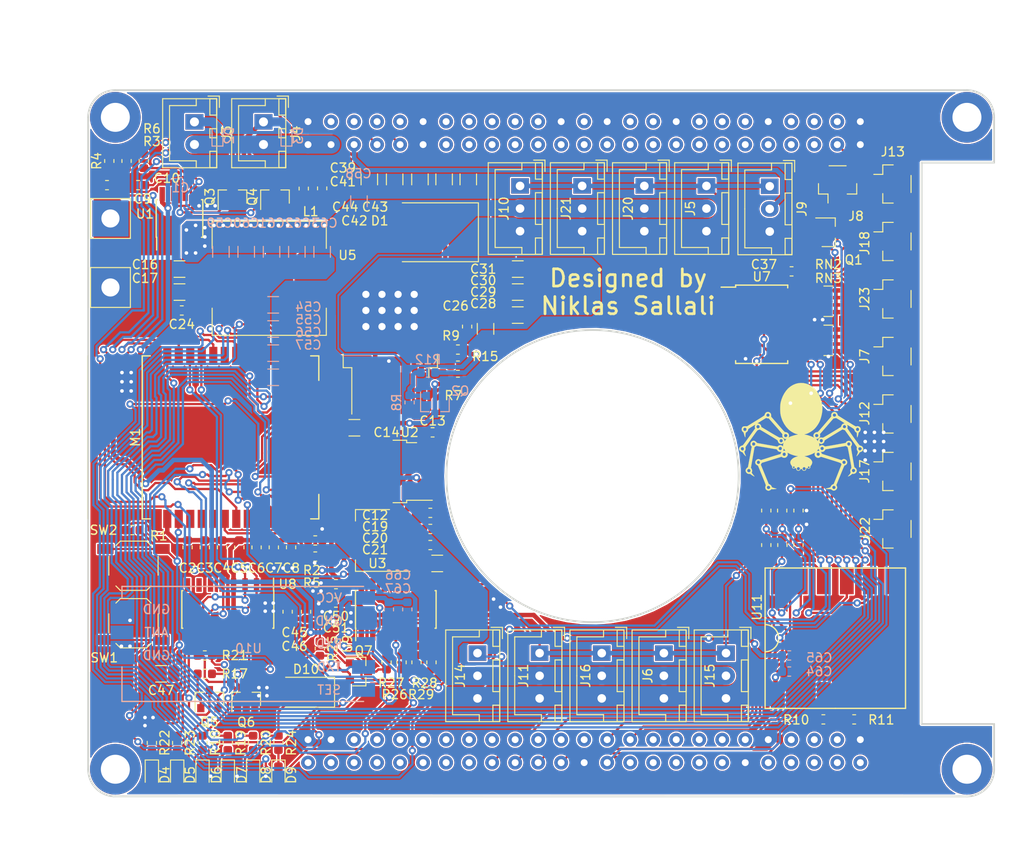
<source format=kicad_pcb>
(kicad_pcb (version 20171130) (host pcbnew 5.1.4)
  (layers (0 F.Cu signal) (31 B.Cu signal) (34 B.Paste user hide) (35 F.Paste user hide) (36 B.SilkS user hide) (37 F.SilkS user hide) (38 B.Mask user hide) (39 F.Mask user hide) (44 Edge.Cuts user))
  (net 0 "")
  (net 1 GND)
  (net 2 "Net-(U4-Pad93)")
  (net 3 "Net-(U4-Pad92)")
  (net 4 "Net-(U4-Pad91)")
  (net 5 "Net-(U4-Pad90)")
  (net 6 "Net-(U4-Pad83)")
  (net 7 "Net-(U4-Pad82)")
  (net 8 "Net-(U4-Pad81)")
  (net 9 "Net-(U4-Pad79)")
  (net 10 "Net-(U4-Pad78)")
  (net 11 "Net-(U4-Pad77)")
  (net 12 VDD)
  (net 13 D+)
  (net 14 D-)
  (net 15 "Net-(U4-Pad68)")
  (net 16 "Net-(U4-Pad67)")
  (net 17 "Net-(U4-Pad66)")
  (net 18 "Net-(U4-Pad65)")
  (net 19 "Net-(U4-Pad62)")
  (net 20 "Net-(U4-Pad61)")
  (net 21 "Net-(U4-Pad60)")
  (net 22 "Net-(U4-Pad59)")
  (net 23 "Net-(U4-Pad58)")
  (net 24 "Net-(U4-Pad57)")
  (net 25 "Net-(U4-Pad56)")
  (net 26 "Net-(U4-Pad55)")
  (net 27 "Net-(U4-Pad54)")
  (net 28 "Net-(U4-Pad53)")
  (net 29 SW)
  (net 30 "Net-(U4-Pad48)")
  (net 31 "Net-(U4-Pad47)")
  (net 32 "Net-(U4-Pad46)")
  (net 33 "Net-(U4-Pad45)")
  (net 34 "Net-(U4-Pad44)")
  (net 35 "Net-(U4-Pad43)")
  (net 36 "Net-(U4-Pad42)")
  (net 37 "Net-(U4-Pad41)")
  (net 38 "Net-(U4-Pad38)")
  (net 39 "Net-(U4-Pad34)")
  (net 40 "Net-(U4-Pad33)")
  (net 41 "Net-(U4-Pad32)")
  (net 42 "Net-(U4-Pad31)")
  (net 43 "Net-(U4-Pad25)")
  (net 44 "Net-(U4-Pad24)")
  (net 45 "Net-(U4-Pad23)")
  (net 46 "Net-(U4-Pad22)")
  (net 47 "Net-(U4-Pad21)")
  (net 48 "Net-(U4-Pad20)")
  (net 49 "Net-(U4-Pad19)")
  (net 50 "Net-(U4-Pad18)")
  (net 51 "Net-(U4-Pad11)")
  (net 52 "Net-(U4-Pad9)")
  (net 53 "Net-(U4-Pad8)")
  (net 54 "Net-(U4-Pad7)")
  (net 55 "Net-(U4-Pad5)")
  (net 56 "Net-(U4-Pad4)")
  (net 57 "Net-(U4-Pad3)")
  (net 58 "Net-(U4-Pad2)")
  (net 59 "Net-(U4-Pad1)")
  (net 60 "Net-(U10-Pad7)")
  (net 61 IO11)
  (net 62 H_RX)
  (net 63 H_TX)
  (net 64 "Net-(C66-Pad1)")
  (net 65 +5V)
  (net 66 "Net-(U11-Pad5)")
  (net 67 "Net-(U11-Pad6)")
  (net 68 "Net-(U11-Pad7)")
  (net 69 "Net-(D3-Pad2)")
  (net 70 "Net-(D2-Pad2)")
  (net 71 +3V3)
  (net 72 EN)
  (net 73 FAN1)
  (net 74 FAN2)
  (net 75 CPU_SW)
  (net 76 BAT_M)
  (net 77 CUR_M)
  (net 78 COM)
  (net 79 ADC_S0)
  (net 80 ADC_S1)
  (net 81 ADC_S2)
  (net 82 ADC_S3)
  (net 83 IO0)
  (net 84 IO4)
  (net 85 S_RX)
  (net 86 S_TX)
  (net 87 IO5)
  (net 88 S_TX_ENB)
  (net 89 S_RX_ENB)
  (net 90 "Net-(M1-Pad32)")
  (net 91 USB_TX)
  (net 92 USB_RX)
  (net 93 "Net-(M1-Pad20)")
  (net 94 "Net-(M1-Pad21)")
  (net 95 "Net-(M1-Pad22)")
  (net 96 +BATT)
  (net 97 "Net-(R15-Pad1)")
  (net 98 VBUS)
  (net 99 ADC5)
  (net 100 ADC7)
  (net 101 ADC6)
  (net 102 ADC8)
  (net 103 ADC4)
  (net 104 ADC2)
  (net 105 ADC3)
  (net 106 ADC1)
  (net 107 "Net-(D4-Pad1)")
  (net 108 "Net-(R3-Pad1)")
  (net 109 "Net-(R3-Pad2)")
  (net 110 "Net-(D5-Pad1)")
  (net 111 "Net-(D6-Pad2)")
  (net 112 "Net-(D7-Pad2)")
  (net 113 "Net-(D8-Pad2)")
  (net 114 "Net-(Q5-Pad2)")
  (net 115 "Net-(Q6-Pad1)")
  (net 116 "Net-(D9-Pad1)")
  (net 117 "Net-(Q7-Pad3)")
  (net 118 "Net-(Q6-Pad2)")
  (net 119 "Net-(Q5-Pad1)")
  (net 120 S_SERIAL)
  (net 121 "Net-(R28-Pad1)")
  (net 122 "Net-(C9-Pad1)")
  (net 123 "Net-(U8-Pad9)")
  (net 124 "Net-(U8-Pad10)")
  (net 125 "Net-(U8-Pad11)")
  (net 126 "Net-(U8-Pad12)")
  (net 127 "Net-(U8-Pad15)")
  (net 128 "Net-(U7-Pad2)")
  (net 129 "Net-(U7-Pad3)")
  (net 130 "Net-(U7-Pad4)")
  (net 131 "Net-(U7-Pad5)")
  (net 132 "Net-(U7-Pad6)")
  (net 133 "Net-(U7-Pad7)")
  (net 134 "Net-(U7-Pad8)")
  (net 135 "Net-(U7-Pad9)")
  (net 136 "Net-(M1-Pad6)")
  (net 137 "Net-(U4-Pad64)")
  (net 138 "Net-(D1-Pad2)")
  (net 139 5V)
  (net 140 "Net-(Q2-Pad3)")
  (net 141 V_LIM)
  (net 142 MTX)
  (net 143 "Net-(R10-Pad1)")
  (net 144 "Net-(U4-Pad39)")
  (net 145 "Net-(U4-Pad40)")
  (net 146 MRX)
  (net 147 "Net-(M1-Pad4)")
  (net 148 "Net-(M1-Pad5)")
  (net 149 "Net-(M1-Pad17)")
  (net 150 "Net-(M1-Pad18)")
  (net 151 "Net-(M1-Pad19)")
  (net 152 "Net-(U8-Pad7)")
  (net 153 "Net-(U8-Pad8)")
  (net 154 IO12)
  (net 155 S_MOSI)
  (net 156 INT)
  (net 157 S_CS)
  (net 158 S_MISO)
  (net 159 S_SCK)
  (net 160 "Net-(R30-Pad2)")
  (net 161 "Net-(R16-Pad2)")
  (net 162 "Net-(R13-Pad1)")
  (net 163 "Net-(U4-Pad99)")
  (net 164 "Net-(U4-Pad98)")
  (net 165 "Net-(U4-Pad97)")
  (net 166 "Net-(U4-Pad27)")
  (net 167 "Net-(U4-Pad28)")
  (net 168 "Net-(U4-Pad29)")
  (net 169 "Net-(U4-Pad85)")
  (net 170 "Net-(U4-Pad86)")
  (net 171 "Net-(U4-Pad96)")
  (module Resistor_SMD:R_0603_1608Metric (layer F.Cu) (at 200.406 126.238 90)
    (fp_text reference R30 hide)
    (fp_text value 1k)
    (pad 2 smd roundrect (at 0.7875 0 90) (size 0.875 0.95) (layers F.Cu F.Paste F.Mask) (net 160 "Net-(R30-Pad2)"))
    (pad 1 smd roundrect (at -0.7875 0 90) (size 0.875 0.95) (layers F.Cu F.Paste F.Mask) (net 155 S_MOSI))
  )
  (module Resistor_SMD:R_0603_1608Metric (layer F.Cu) (at 198.607001 122.428 90)
    (fp_text reference R31 hide)
    (fp_text value 2k)
    (pad 1 smd roundrect (at -0.7875 0 90) (size 0.875 0.95) (layers F.Cu F.Paste F.Mask) (net 161 "Net-(R16-Pad2)"))
    (pad 2 smd roundrect (at 0.7875 0 90) (size 0.875 0.95) (layers F.Cu F.Paste F.Mask) (net 1 GND))
  )
  (module Resistor_SMD:R_0603_1608Metric (layer F.Cu) (at 200.406 122.428 90)
    (fp_text reference R32 hide)
    (fp_text value 2k)
    (pad 2 smd roundrect (at 0.7875 0 90) (size 0.875 0.95) (layers F.Cu F.Paste F.Mask) (net 1 GND))
    (pad 1 smd roundrect (at -0.7875 0 90) (size 0.875 0.95) (layers F.Cu F.Paste F.Mask) (net 160 "Net-(R30-Pad2)"))
  )
  (module Resistor_SMD:R_0603_1608Metric (layer F.Cu) (at 198.628 126.238 90)
    (fp_text reference R16 hide)
    (fp_text value 1k)
    (pad 1 smd roundrect (at -0.7875 0 90) (size 0.875 0.95) (layers F.Cu F.Paste F.Mask) (net 159 S_SCK))
    (pad 2 smd roundrect (at 0.7875 0 90) (size 0.875 0.95) (layers F.Cu F.Paste F.Mask) (net 161 "Net-(R16-Pad2)"))
  )
  (module Resistor_SMD:R_0603_1608Metric (layer F.Cu) (at 196.85 126.238 90)
    (fp_text reference R14 hide)
    (fp_text value 1k)
    (pad 2 smd roundrect (at 0.7875 0 90) (size 0.875 0.95) (layers F.Cu F.Paste F.Mask) (net 162 "Net-(R13-Pad1)"))
    (pad 1 smd roundrect (at -0.7875 0 90) (size 0.875 0.95) (layers F.Cu F.Paste F.Mask) (net 157 S_CS))
  )
  (module Resistor_SMD:R_0603_1608Metric (layer F.Cu) (at 196.85 122.428 90)
    (fp_text reference R13 hide)
    (fp_text value 2k)
    (pad 1 smd roundrect (at -0.7875 0 90) (size 0.875 0.95) (layers F.Cu F.Paste F.Mask) (net 162 "Net-(R13-Pad1)"))
    (pad 2 smd roundrect (at 0.7875 0 90) (size 0.875 0.95) (layers F.Cu F.Paste F.Mask) (net 1 GND))
  )
  (module Z_ESP32:ESP-32S (layer F.Cu) (at 134.71 114.346 90)
    (fp_text reference M1 (at 0 -7.5 90) (layer F.SilkS))
    (fp_text value ESP-32S)
    (pad 1 smd rect (at -9 -5.25 90) (size 2 0.9) (layers F.Cu F.Paste F.Mask) (net 1 GND))
    (pad 2 smd rect (at -9 -3.98 90) (size 2 0.9) (layers F.Cu F.Paste F.Mask) (net 71 +3V3))
    (pad 3 smd rect (at -9 -2.71 90) (size 2 0.9) (layers F.Cu F.Paste F.Mask) (net 72 EN))
    (pad 4 smd rect (at -9 -1.44 90) (size 2 0.9) (layers F.Cu F.Paste F.Mask) (net 147 "Net-(M1-Pad4)"))
    (pad 5 smd rect (at -9 -0.17 90) (size 2 0.9) (layers F.Cu F.Paste F.Mask) (net 148 "Net-(M1-Pad5)"))
    (pad 6 smd rect (at -9 1.1 90) (size 2 0.9) (layers F.Cu F.Paste F.Mask) (net 136 "Net-(M1-Pad6)"))
    (pad 7 smd rect (at -9 2.37 90) (size 2 0.9) (layers F.Cu F.Paste F.Mask) (net 76 BAT_M))
    (pad 8 smd rect (at -9 3.64 90) (size 2 0.9) (layers F.Cu F.Paste F.Mask) (net 77 CUR_M))
    (pad 9 smd rect (at -9 4.91 90) (size 2 0.9) (layers F.Cu F.Paste F.Mask) (net 78 COM))
    (pad 10 smd rect (at -9 6.18 90) (size 2 0.9) (layers F.Cu F.Paste F.Mask) (net 79 ADC_S0))
    (pad 11 smd rect (at -9 7.45 90) (size 2 0.9) (layers F.Cu F.Paste F.Mask) (net 80 ADC_S1))
    (pad 12 smd rect (at -9 8.72 90) (size 2 0.9) (layers F.Cu F.Paste F.Mask) (net 82 ADC_S3))
    (pad 13 smd rect (at -9 9.99 90) (size 2 0.9) (layers F.Cu F.Paste F.Mask) (net 81 ADC_S2))
    (pad 14 smd rect (at -9 11.26 90) (size 2 0.9) (layers F.Cu F.Paste F.Mask) (net 154 IO12))
    (pad 38 smd rect (at 9 -5.25 90) (size 2 0.9) (layers F.Cu F.Paste F.Mask) (net 1 GND))
    (pad 25 smd rect (at 9 11.26 90) (size 2 0.9) (layers F.Cu F.Paste F.Mask) (net 83 IO0))
    (pad 26 smd rect (at 9 9.99 90) (size 2 0.9) (layers F.Cu F.Paste F.Mask) (net 84 IO4))
    (pad 27 smd rect (at 9 8.72 90) (size 2 0.9) (layers F.Cu F.Paste F.Mask) (net 85 S_RX))
    (pad 28 smd rect (at 9 7.45 90) (size 2 0.9) (layers F.Cu F.Paste F.Mask) (net 86 S_TX))
    (pad 29 smd rect (at 9 6.18 90) (size 2 0.9) (layers F.Cu F.Paste F.Mask) (net 87 IO5))
    (pad 30 smd rect (at 9 4.91 90) (size 2 0.9) (layers F.Cu F.Paste F.Mask) (net 88 S_TX_ENB))
    (pad 31 smd rect (at 9 3.64 90) (size 2 0.9) (layers F.Cu F.Paste F.Mask) (net 89 S_RX_ENB))
    (pad 32 smd rect (at 9 2.37 90) (size 2 0.9) (layers F.Cu F.Paste F.Mask) (net 90 "Net-(M1-Pad32)"))
    (pad 33 smd rect (at 9 1.1 90) (size 2 0.9) (layers F.Cu F.Paste F.Mask) (net 74 FAN2))
    (pad 34 smd rect (at 9 -0.17 90) (size 2 0.9) (layers F.Cu F.Paste F.Mask) (net 91 USB_TX))
    (pad 35 smd rect (at 9 -1.44 90) (size 2 0.9) (layers F.Cu F.Paste F.Mask) (net 92 USB_RX))
    (pad 36 smd rect (at 9 -2.71 90) (size 2 0.9) (layers F.Cu F.Paste F.Mask) (net 73 FAN1))
    (pad 37 smd rect (at 9 -3.98 90) (size 2 0.9) (layers F.Cu F.Paste F.Mask) (net 75 CPU_SW))
    (pad 15 smd rect (at -5.715 12.75 180) (size 2 0.9) (layers F.Cu F.Paste F.Mask) (net 1 GND))
    (pad 16 smd rect (at -4.43 12.75 180) (size 2 0.9) (layers F.Cu F.Paste F.Mask) (net 61 IO11))
    (pad 17 smd rect (at -3.175 12.75 180) (size 2 0.9) (layers F.Cu F.Paste F.Mask) (net 149 "Net-(M1-Pad17)"))
    (pad 18 smd rect (at -1.905 12.75 180) (size 2 0.9) (layers F.Cu F.Paste F.Mask) (net 150 "Net-(M1-Pad18)"))
    (pad 19 smd rect (at -0.635 12.75 180) (size 2 0.9) (layers F.Cu F.Paste F.Mask) (net 151 "Net-(M1-Pad19)"))
    (pad 20 smd rect (at 0.635 12.75 180) (size 2 0.9) (layers F.Cu F.Paste F.Mask) (net 93 "Net-(M1-Pad20)"))
    (pad 21 smd rect (at 1.905 12.75 180) (size 2 0.9) (layers F.Cu F.Paste F.Mask) (net 94 "Net-(M1-Pad21)"))
    (pad 22 smd rect (at 3.175 12.75 180) (size 2 0.9) (layers F.Cu F.Paste F.Mask) (net 95 "Net-(M1-Pad22)"))
    (pad 23 smd rect (at 4.445 12.75 180) (size 2 0.9) (layers F.Cu F.Paste F.Mask) (net 62 H_RX))
    (pad 24 smd rect (at 5.715 12.75 180) (size 2 0.9) (layers F.Cu F.Paste F.Mask) (net 63 H_TX))
    (pad 1 smd rect (at 0.3 2.45 180) (size 6 6) (layers F.Cu F.Paste F.Mask) (net 1 GND))
  )
  (module Capacitor_SMD:C_1206_3216Metric (layer F.Cu) (at 130.048 140.462 180)
    (fp_text reference C47 (at 0 -1.82 180) (layer F.SilkS))
    (fp_text value 10u)
    (pad 1 smd roundrect (at -1.4 0 180) (size 1.25 1.75) (layers F.Cu F.Paste F.Mask) (roundrect_rratio 0.2) (net 72 EN))
    (pad 2 smd roundrect (at 1.4 0 180) (size 1.25 1.75) (layers F.Cu F.Paste F.Mask) (roundrect_rratio 0.2) (net 1 GND))
  )
  (module Package_TO_SOT_SMD:SOT-23 (layer F.Cu) (at 142.621 87.781 90)
    (fp_text reference Q4 (at 0 -2.5 90) (layer F.SilkS))
    (fp_text value 2N7002)
    (pad 3 smd rect (at 1 0 90) (size 0.9 0.8) (layers F.Cu F.Paste F.Mask) (net 69 "Net-(D3-Pad2)"))
    (pad 2 smd rect (at -1 0.95 90) (size 0.9 0.8) (layers F.Cu F.Paste F.Mask) (net 1 GND))
    (pad 1 smd rect (at -1 -0.95 90) (size 0.9 0.8) (layers F.Cu F.Paste F.Mask) (net 74 FAN2))
  )
  (module Package_TO_SOT_SMD:SOT-23 (layer F.Cu) (at 137.931 87.781 90)
    (fp_text reference Q3 (at 0 -2.5 90) (layer F.SilkS))
    (fp_text value 2N7002)
    (pad 1 smd rect (at -1 -0.95 90) (size 0.9 0.8) (layers F.Cu F.Paste F.Mask) (net 73 FAN1))
    (pad 2 smd rect (at -1 0.95 90) (size 0.9 0.8) (layers F.Cu F.Paste F.Mask) (net 1 GND))
    (pad 3 smd rect (at 1 0 90) (size 0.9 0.8) (layers F.Cu F.Paste F.Mask) (net 70 "Net-(D2-Pad2)"))
  )
  (module Resistor_SMD:R_0603_1608Metric (layer F.Cu) (at 206.5528 145.4912)
    (fp_text reference R11 (at 2.9972 0.0508) (layer F.SilkS))
    (fp_text value 2k)
    (pad 1 smd roundrect (at -0.7875 0) (size 0.875 0.95) (layers F.Cu F.Paste F.Mask) (net 146 MRX))
    (pad 2 smd roundrect (at 0.7875 0) (size 0.875 0.95) (layers F.Cu F.Paste F.Mask) (net 1 GND))
  )
  (module Resistor_SMD:R_0603_1608Metric (layer F.Cu) (at 203.1492 145.4912)
    (fp_text reference R10 (at -2.9972 0.0508) (layer F.SilkS))
    (fp_text value 1k)
    (pad 2 smd roundrect (at 0.7875 0) (size 0.875 0.95) (layers F.Cu F.Paste F.Mask) (net 146 MRX))
    (pad 1 smd roundrect (at -0.7875 0) (size 0.875 0.95) (layers F.Cu F.Paste F.Mask) (net 143 "Net-(R10-Pad1)"))
  )
  (module Resistor_SMD:R_0603_1608Metric (layer B.Cu) (at 159.512 107.188 180)
    (fp_text reference R12 (at 0 1.43 180) (layer B.SilkS) (effects (justify mirror)))
    (fp_text value 3.6k)
    (pad 1 smd roundrect (at -0.7875 0 180) (size 0.875 0.95) (layers B.Cu B.Paste B.Mask) (net 12 VDD))
    (pad 2 smd roundrect (at 0.7875 0 180) (size 0.875 0.95) (layers B.Cu B.Paste B.Mask) (net 141 V_LIM))
  )
  (module Resistor_SMD:R_0603_1608Metric (layer B.Cu) (at 157.48 110.49 270)
    (fp_text reference R8 (at 0 1.43 270) (layer B.SilkS) (effects (justify mirror)))
    (fp_text value 500R)
    (pad 1 smd roundrect (at -0.7875 0 270) (size 0.875 0.95) (layers B.Cu B.Paste B.Mask) (net 141 V_LIM))
    (pad 2 smd roundrect (at 0.7875 0 270) (size 0.875 0.95) (layers B.Cu B.Paste B.Mask) (net 1 GND))
  )
  (module Capacitor_SMD:C_0603_1608Metric (layer F.Cu) (at 132.334 100.33 180)
    (fp_text reference C24 (at 0 -1.524 180) (layer F.SilkS))
    (fp_text value 100n)
    (pad 1 smd roundrect (at -0.7875 0 180) (size 0.875 0.95) (layers F.Cu F.Paste F.Mask) (net 98 VBUS))
    (pad 2 smd roundrect (at 0.7875 0 180) (size 0.875 0.95) (layers F.Cu F.Paste F.Mask) (net 1 GND))
  )
  (module Inductor_SMD:L_12x12mm_H6mm (layer F.Cu) (at 141.986 96.774 180)
    (fp_text reference L1 (at -4.572 7.366 180) (layer F.SilkS))
    (fp_text value 33uH)
    (pad 1 smd rect (at -4.95 0 180) (size 2.9 5.4) (layers F.Cu F.Paste F.Mask) (net 138 "Net-(D1-Pad2)"))
    (pad 2 smd rect (at 4.95 0 180) (size 2.9 5.4) (layers F.Cu F.Paste F.Mask) (net 98 VBUS))
  )
  (module Package_TO_SOT_SMD:SOT-23 (layer B.Cu) (at 160.274 110.744 270)
    (fp_text reference Q2 (at -1.524 -2.794) (layer B.SilkS) (effects (justify mirror)))
    (fp_text value 2N7002)
    (pad 1 smd rect (at -1 0.95 270) (size 0.9 0.8) (layers B.Cu B.Paste B.Mask) (net 141 V_LIM))
    (pad 2 smd rect (at -1 -0.95 270) (size 0.9 0.8) (layers B.Cu B.Paste B.Mask) (net 1 GND))
    (pad 3 smd rect (at 1 0 270) (size 0.9 0.8) (layers B.Cu B.Paste B.Mask) (net 140 "Net-(Q2-Pad3)"))
  )
  (module Package_TO_SOT_SMD:TO-263-5_TabPin3 (layer F.Cu) (at 155.35 103.699 90)
    (fp_text reference U5 (at 9.465 -4.728 180) (layer F.SilkS))
    (fp_text value XL6009)
    (pad 1 smd rect (at -5.775 -3.4 90) (size 4.6 1.1) (layers F.Cu F.Paste F.Mask) (net 1 GND))
    (pad 2 smd rect (at -5.775 -1.7 90) (size 4.6 1.1) (layers F.Cu F.Paste F.Mask) (net 140 "Net-(Q2-Pad3)"))
    (pad 3 smd rect (at -5.775 0 90) (size 4.6 1.1) (layers F.Cu F.Paste F.Mask) (net 138 "Net-(D1-Pad2)"))
    (pad 4 smd rect (at -5.775 1.7 90) (size 4.6 1.1) (layers F.Cu F.Paste F.Mask) (net 98 VBUS))
    (pad 5 smd rect (at -5.775 3.4 90) (size 4.6 1.1) (layers F.Cu F.Paste F.Mask) (net 97 "Net-(R15-Pad1)"))
    (pad 3 smd rect (at 3.375 0 90) (size 9.4 10.8) (layers F.Cu F.Mask) (net 138 "Net-(D1-Pad2)"))
  )
  (module Connector_JST:JST_XH_B03B-XH-A_1x03_P2.50mm_Vertical (layer F.Cu) (at 164.973 138.176 270)
    (fp_text reference J14 (at 2.5 1.905 270) (layer F.SilkS))
    (fp_text value 01x03)
    (pad 1 thru_hole rect (at 0 0 270) (size 1.7 1.95) (drill 0.95) (layers *.Cu *.Mask) (net 154 IO12))
    (pad 2 thru_hole oval (at 2.5 0 270) (size 1.7 1.95) (drill 0.95) (layers *.Cu *.Mask) (net 98 VBUS))
    (pad 3 thru_hole oval (at 5 0 270) (size 1.7 1.95) (drill 0.95) (layers *.Cu *.Mask) (net 1 GND))
  )
  (module Connector_JST:JST_XH_B03B-XH-A_1x03_P2.50mm_Vertical (layer F.Cu) (at 197.231 86.614 270)
    (fp_text reference J9 (at 2.5 -3.55 270) (layer F.SilkS))
    (fp_text value 01x03)
    (pad 1 thru_hole rect (at 0 0 270) (size 1.7 1.95) (drill 0.95) (layers *.Cu *.Mask) (net 120 S_SERIAL))
    (pad 2 thru_hole oval (at 2.5 0 270) (size 1.7 1.95) (drill 0.95) (layers *.Cu *.Mask) (net 139 5V))
    (pad 3 thru_hole oval (at 5 0 270) (size 1.7 1.95) (drill 0.95) (layers *.Cu *.Mask) (net 1 GND))
  )
  (module Package_TO_SOT_SMD:TO-252-2 (layer F.Cu) (at 154.686 118.11 180)
    (fp_text reference U2 (at -2.794 4.318 180) (layer F.SilkS))
    (fp_text value KA78M05_TO252)
    (pad 1 smd rect (at -4.2 -2.28 180) (size 2.2 1.2) (layers F.Cu F.Paste F.Mask) (net 98 VBUS))
    (pad 3 smd rect (at -4.2 2.28 180) (size 2.2 1.2) (layers F.Cu F.Paste F.Mask) (net 65 +5V))
    (pad 2 smd rect (at 2.1 0 180) (size 6.4 5.8) (layers F.Cu F.Mask) (net 1 GND))
  )
  (module Diode_SMD:D_SMC (layer F.Cu) (at 160.274 91.694 180)
    (fp_text reference D1 (at 6.096 1.27 180) (layer F.SilkS))
    (fp_text value SS510)
    (pad 1 smd rect (at -3.4 0 270) (size 3.3 2.5) (layers F.Cu F.Paste F.Mask) (net 12 VDD))
    (pad 2 smd rect (at 3.4 0 270) (size 3.3 2.5) (layers F.Cu F.Paste F.Mask) (net 138 "Net-(D1-Pad2)"))
  )
  (module Resistor_SMD:R_0603_1608Metric (layer F.Cu) (at 162.814 106.426)
    (fp_text reference R15 (at 3.0225 -1.016 -180) (layer F.SilkS))
    (fp_text value 10k)
    (pad 2 smd roundrect (at 0.7875 0) (size 0.875 0.95) (layers F.Cu F.Paste F.Mask) (net 1 GND))
    (pad 1 smd roundrect (at -0.7875 0) (size 0.875 0.95) (layers F.Cu F.Paste F.Mask) (net 97 "Net-(R15-Pad1)"))
  )
  (module nik_things:lattepanda_alpha (layer F.Cu) (at 178 115 180)
    (fp_text reference U4 hide)
    (fp_text value lattepanda_alpha)
    (pad 100 thru_hole circle (at 31.73 35.53 180) (size 1.524 1.524) (drill 0.762) (layers *.Cu *.Mask) (net 1 GND))
    (pad 99 thru_hole circle (at 29.19 35.53 180) (size 1.524 1.524) (drill 0.762) (layers *.Cu *.Mask) (net 163 "Net-(U4-Pad99)"))
    (pad 98 thru_hole circle (at 26.65 35.53 180) (size 1.524 1.524) (drill 0.762) (layers *.Cu *.Mask) (net 164 "Net-(U4-Pad98)"))
    (pad 97 thru_hole circle (at 24.11 35.53 180) (size 1.524 1.524) (drill 0.762) (layers *.Cu *.Mask) (net 165 "Net-(U4-Pad97)"))
    (pad 50 thru_hole circle (at 31.73 -32.73 180) (size 1.524 1.524) (drill 0.762) (layers *.Cu *.Mask) (net 1 GND))
    (pad 49 thru_hole circle (at 29.19 -32.73 180) (size 1.524 1.524) (drill 0.762) (layers *.Cu *.Mask) (net 1 GND))
    (pad 1 thru_hole circle (at -29.23 -35.27 180) (size 1.524 1.524) (drill 0.762) (layers *.Cu *.Mask) (net 59 "Net-(U4-Pad1)"))
    (pad 2 thru_hole circle (at -26.69 -35.27 180) (size 1.524 1.524) (drill 0.762) (layers *.Cu *.Mask) (net 58 "Net-(U4-Pad2)"))
    (pad 3 thru_hole circle (at -24.15 -35.27 180) (size 1.524 1.524) (drill 0.762) (layers *.Cu *.Mask) (net 57 "Net-(U4-Pad3)"))
    (pad 4 thru_hole circle (at -21.61 -35.27 180) (size 1.524 1.524) (drill 0.762) (layers *.Cu *.Mask) (net 56 "Net-(U4-Pad4)"))
    (pad 5 thru_hole circle (at -19.07 -35.27 180) (size 1.524 1.524) (drill 0.762) (layers *.Cu *.Mask) (net 55 "Net-(U4-Pad5)"))
    (pad 6 thru_hole circle (at -16.53 -35.27 180) (size 1.524 1.524) (drill 0.762) (layers *.Cu *.Mask) (net 1 GND))
    (pad 7 thru_hole circle (at -13.99 -35.27 180) (size 1.524 1.524) (drill 0.762) (layers *.Cu *.Mask) (net 54 "Net-(U4-Pad7)"))
    (pad 8 thru_hole circle (at -11.45 -35.27 180) (size 1.524 1.524) (drill 0.762) (layers *.Cu *.Mask) (net 53 "Net-(U4-Pad8)"))
    (pad 9 thru_hole circle (at -8.91 -35.27 180) (size 1.524 1.524) (drill 0.762) (layers *.Cu *.Mask) (net 52 "Net-(U4-Pad9)"))
    (pad 10 thru_hole circle (at -6.37 -35.27 180) (size 1.524 1.524) (drill 0.762) (layers *.Cu *.Mask))
    (pad 11 thru_hole circle (at -3.83 -35.27 180) (size 1.524 1.524) (drill 0.762) (layers *.Cu *.Mask) (net 51 "Net-(U4-Pad11)"))
    (pad 12 thru_hole circle (at -1.29 -35.27 180) (size 1.524 1.524) (drill 0.762) (layers *.Cu *.Mask) (net 155 S_MOSI))
    (pad 13 thru_hole circle (at 1.25 -35.27 180) (size 1.524 1.524) (drill 0.762) (layers *.Cu *.Mask) (net 1 GND))
    (pad 14 thru_hole circle (at 3.79 -35.27 180) (size 1.524 1.524) (drill 0.762) (layers *.Cu *.Mask) (net 142 MTX))
    (pad 15 thru_hole circle (at 6.33 -35.27 180) (size 1.524 1.524) (drill 0.762) (layers *.Cu *.Mask) (net 143 "Net-(R10-Pad1)"))
    (pad 16 thru_hole circle (at 8.87 -35.27 180) (size 1.524 1.524) (drill 0.762) (layers *.Cu *.Mask) (net 156 INT))
    (pad 17 thru_hole circle (at 11.41 -35.27 180) (size 1.524 1.524) (drill 0.762) (layers *.Cu *.Mask) (net 157 S_CS))
    (pad 18 thru_hole circle (at 13.95 -35.27 180) (size 1.524 1.524) (drill 0.762) (layers *.Cu *.Mask) (net 50 "Net-(U4-Pad18)"))
    (pad 19 thru_hole circle (at 16.49 -35.27 180) (size 1.524 1.524) (drill 0.762) (layers *.Cu *.Mask) (net 49 "Net-(U4-Pad19)"))
    (pad 20 thru_hole circle (at 19.03 -35.27 180) (size 1.524 1.524) (drill 0.762) (layers *.Cu *.Mask) (net 48 "Net-(U4-Pad20)"))
    (pad 21 thru_hole circle (at 21.57 -35.27 180) (size 1.524 1.524) (drill 0.762) (layers *.Cu *.Mask) (net 47 "Net-(U4-Pad21)"))
    (pad 22 thru_hole circle (at 24.11 -35.27 180) (size 1.524 1.524) (drill 0.762) (layers *.Cu *.Mask) (net 46 "Net-(U4-Pad22)"))
    (pad 23 thru_hole circle (at 26.65 -35.27 180) (size 1.524 1.524) (drill 0.762) (layers *.Cu *.Mask) (net 45 "Net-(U4-Pad23)"))
    (pad 24 thru_hole circle (at 29.19 -35.27 180) (size 1.524 1.524) (drill 0.762) (layers *.Cu *.Mask) (net 44 "Net-(U4-Pad24)"))
    (pad 25 thru_hole circle (at 31.73 -35.27 180) (size 1.524 1.524) (drill 0.762) (layers *.Cu *.Mask) (net 43 "Net-(U4-Pad25)"))
    (pad 26 thru_hole circle (at -29.23 -32.73 180) (size 1.524 1.524) (drill 0.762) (layers *.Cu *.Mask) (net 1 GND))
    (pad 27 thru_hole circle (at -26.69 -32.73 180) (size 1.524 1.524) (drill 0.762) (layers *.Cu *.Mask) (net 166 "Net-(U4-Pad27)"))
    (pad 28 thru_hole circle (at -24.15 -32.73 180) (size 1.524 1.524) (drill 0.762) (layers *.Cu *.Mask) (net 167 "Net-(U4-Pad28)"))
    (pad 29 thru_hole circle (at -21.61 -32.73 180) (size 1.524 1.524) (drill 0.762) (layers *.Cu *.Mask) (net 168 "Net-(U4-Pad29)"))
    (pad 30 thru_hole circle (at -19.07 -32.73 180) (size 1.524 1.524) (drill 0.762) (layers *.Cu *.Mask) (net 1 GND))
    (pad 31 thru_hole circle (at -16.53 -32.73 180) (size 1.524 1.524) (drill 0.762) (layers *.Cu *.Mask) (net 42 "Net-(U4-Pad31)"))
    (pad 32 thru_hole circle (at -13.99 -32.73 180) (size 1.524 1.524) (drill 0.762) (layers *.Cu *.Mask) (net 41 "Net-(U4-Pad32)"))
    (pad 33 thru_hole circle (at -11.45 -32.73 180) (size 1.524 1.524) (drill 0.762) (layers *.Cu *.Mask) (net 40 "Net-(U4-Pad33)"))
    (pad 34 thru_hole circle (at -8.91 -32.73 180) (size 1.524 1.524) (drill 0.762) (layers *.Cu *.Mask) (net 39 "Net-(U4-Pad34)"))
    (pad 35 thru_hole circle (at -6.37 -32.73 180) (size 1.524 1.524) (drill 0.762) (layers *.Cu *.Mask))
    (pad 36 thru_hole circle (at -3.83 -32.73 180) (size 1.524 1.524) (drill 0.762) (layers *.Cu *.Mask) (net 158 S_MISO))
    (pad 37 thru_hole circle (at -1.29 -32.73 180) (size 1.524 1.524) (drill 0.762) (layers *.Cu *.Mask) (net 159 S_SCK))
    (pad 38 thru_hole circle (at 1.25 -32.73 180) (size 1.524 1.524) (drill 0.762) (layers *.Cu *.Mask) (net 38 "Net-(U4-Pad38)"))
    (pad 39 thru_hole circle (at 3.79 -32.73 180) (size 1.524 1.524) (drill 0.762) (layers *.Cu *.Mask) (net 144 "Net-(U4-Pad39)"))
    (pad 40 thru_hole circle (at 6.33 -32.73 180) (size 1.524 1.524) (drill 0.762) (layers *.Cu *.Mask) (net 145 "Net-(U4-Pad40)"))
    (pad 41 thru_hole circle (at 8.87 -32.73 180) (size 1.524 1.524) (drill 0.762) (layers *.Cu *.Mask) (net 37 "Net-(U4-Pad41)"))
    (pad 42 thru_hole circle (at 11.41 -32.73 180) (size 1.524 1.524) (drill 0.762) (layers *.Cu *.Mask) (net 36 "Net-(U4-Pad42)"))
    (pad 43 thru_hole circle (at 13.95 -32.73 180) (size 1.524 1.524) (drill 0.762) (layers *.Cu *.Mask) (net 35 "Net-(U4-Pad43)"))
    (pad 44 thru_hole circle (at 16.49 -32.73 180) (size 1.524 1.524) (drill 0.762) (layers *.Cu *.Mask) (net 34 "Net-(U4-Pad44)"))
    (pad 45 thru_hole circle (at 19.03 -32.73 180) (size 1.524 1.524) (drill 0.762) (layers *.Cu *.Mask) (net 33 "Net-(U4-Pad45)"))
    (pad 46 thru_hole circle (at 21.57 -32.73 180) (size 1.524 1.524) (drill 0.762) (layers *.Cu *.Mask) (net 32 "Net-(U4-Pad46)"))
    (pad 47 thru_hole circle (at 24.11 -32.73 180) (size 1.524 1.524) (drill 0.762) (layers *.Cu *.Mask) (net 31 "Net-(U4-Pad47)"))
    (pad 48 thru_hole circle (at 26.65 -32.73 180) (size 1.524 1.524) (drill 0.762) (layers *.Cu *.Mask) (net 30 "Net-(U4-Pad48)"))
    (pad 51 thru_hole circle (at -29.23 32.99 180) (size 1.524 1.524) (drill 0.762) (layers *.Cu *.Mask) (net 1 GND))
    (pad 52 thru_hole circle (at -26.69 32.99 180) (size 1.524 1.524) (drill 0.762) (layers *.Cu *.Mask) (net 29 SW))
    (pad 53 thru_hole circle (at -24.15 32.99 180) (size 1.524 1.524) (drill 0.762) (layers *.Cu *.Mask) (net 28 "Net-(U4-Pad53)"))
    (pad 54 thru_hole circle (at -21.61 32.99 180) (size 1.524 1.524) (drill 0.762) (layers *.Cu *.Mask) (net 27 "Net-(U4-Pad54)"))
    (pad 55 thru_hole circle (at -19.07 32.99 180) (size 1.524 1.524) (drill 0.762) (layers *.Cu *.Mask) (net 26 "Net-(U4-Pad55)"))
    (pad 56 thru_hole circle (at -16.53 32.99 180) (size 1.524 1.524) (drill 0.762) (layers *.Cu *.Mask) (net 25 "Net-(U4-Pad56)"))
    (pad 57 thru_hole circle (at -13.99 32.99 180) (size 1.524 1.524) (drill 0.762) (layers *.Cu *.Mask) (net 24 "Net-(U4-Pad57)"))
    (pad 58 thru_hole circle (at -11.45 32.99 180) (size 1.524 1.524) (drill 0.762) (layers *.Cu *.Mask) (net 23 "Net-(U4-Pad58)"))
    (pad 59 thru_hole circle (at -8.91 32.99 180) (size 1.524 1.524) (drill 0.762) (layers *.Cu *.Mask) (net 22 "Net-(U4-Pad59)"))
    (pad 60 thru_hole circle (at -6.37 32.99 180) (size 1.524 1.524) (drill 0.762) (layers *.Cu *.Mask) (net 21 "Net-(U4-Pad60)"))
    (pad 61 thru_hole circle (at -3.83 32.99 180) (size 1.524 1.524) (drill 0.762) (layers *.Cu *.Mask) (net 20 "Net-(U4-Pad61)"))
    (pad 62 thru_hole circle (at -1.29 32.99 180) (size 1.524 1.524) (drill 0.762) (layers *.Cu *.Mask) (net 19 "Net-(U4-Pad62)"))
    (pad 63 thru_hole circle (at 1.25 32.99 180) (size 1.524 1.524) (drill 0.762) (layers *.Cu *.Mask))
    (pad 64 thru_hole circle (at 3.79 32.99 180) (size 1.524 1.524) (drill 0.762) (layers *.Cu *.Mask) (net 137 "Net-(U4-Pad64)"))
    (pad 65 thru_hole circle (at 6.33 32.99 180) (size 1.524 1.524) (drill 0.762) (layers *.Cu *.Mask) (net 18 "Net-(U4-Pad65)"))
    (pad 66 thru_hole circle (at 8.87 32.99 180) (size 1.524 1.524) (drill 0.762) (layers *.Cu *.Mask) (net 17 "Net-(U4-Pad66)"))
    (pad 67 thru_hole circle (at 11.41 32.99 180) (size 1.524 1.524) (drill 0.762) (layers *.Cu *.Mask) (net 16 "Net-(U4-Pad67)"))
    (pad 68 thru_hole circle (at 13.95 32.99 180) (size 1.524 1.524) (drill 0.762) (layers *.Cu *.Mask) (net 15 "Net-(U4-Pad68)"))
    (pad 69 thru_hole circle (at 16.49 32.99 180) (size 1.524 1.524) (drill 0.762) (layers *.Cu *.Mask))
    (pad 70 thru_hole circle (at 19.03 32.99 180) (size 1.524 1.524) (drill 0.762) (layers *.Cu *.Mask) (net 1 GND))
    (pad 71 thru_hole circle (at 21.57 32.99 180) (size 1.524 1.524) (drill 0.762) (layers *.Cu *.Mask) (net 14 D-))
    (pad 72 thru_hole circle (at 24.11 32.99 180) (size 1.524 1.524) (drill 0.762) (layers *.Cu *.Mask) (net 13 D+))
    (pad 73 thru_hole circle (at 26.65 32.99 180) (size 1.524 1.524) (drill 0.762) (layers *.Cu *.Mask) (net 139 5V))
    (pad 74 thru_hole circle (at 29.19 32.99 180) (size 1.524 1.524) (drill 0.762) (layers *.Cu *.Mask) (net 12 VDD))
    (pad 75 thru_hole circle (at 31.73 32.99 180) (size 1.524 1.524) (drill 0.762) (layers *.Cu *.Mask) (net 12 VDD))
    (pad 76 thru_hole circle (at -29.23 35.53 180) (size 1.524 1.524) (drill 0.762) (layers *.Cu *.Mask) (net 1 GND))
    (pad 77 thru_hole circle (at -26.69 35.53 180) (size 1.524 1.524) (drill 0.762) (layers *.Cu *.Mask) (net 11 "Net-(U4-Pad77)"))
    (pad 78 thru_hole circle (at -24.15 35.53 180) (size 1.524 1.524) (drill 0.762) (layers *.Cu *.Mask) (net 10 "Net-(U4-Pad78)"))
    (pad 79 thru_hole circle (at -21.61 35.53 180) (size 1.524 1.524) (drill 0.762) (layers *.Cu *.Mask) (net 9 "Net-(U4-Pad79)"))
    (pad 80 thru_hole circle (at -19.07 35.53 180) (size 1.524 1.524) (drill 0.762) (layers *.Cu *.Mask) (net 1 GND))
    (pad 81 thru_hole circle (at -16.53 35.53 180) (size 1.524 1.524) (drill 0.762) (layers *.Cu *.Mask) (net 8 "Net-(U4-Pad81)"))
    (pad 82 thru_hole circle (at -13.99 35.53 180) (size 1.524 1.524) (drill 0.762) (layers *.Cu *.Mask) (net 7 "Net-(U4-Pad82)"))
    (pad 83 thru_hole circle (at -11.45 35.53 180) (size 1.524 1.524) (drill 0.762) (layers *.Cu *.Mask) (net 6 "Net-(U4-Pad83)"))
    (pad 84 thru_hole circle (at -8.91 35.53 180) (size 1.524 1.524) (drill 0.762) (layers *.Cu *.Mask) (net 1 GND))
    (pad 85 thru_hole circle (at -6.37 35.53 180) (size 1.524 1.524) (drill 0.762) (layers *.Cu *.Mask) (net 169 "Net-(U4-Pad85)"))
    (pad 86 thru_hole circle (at -3.83 35.53 180) (size 1.524 1.524) (drill 0.762) (layers *.Cu *.Mask) (net 170 "Net-(U4-Pad86)"))
    (pad 87 thru_hole circle (at -1.29 35.53 180) (size 1.524 1.524) (drill 0.762) (layers *.Cu *.Mask) (net 1 GND))
    (pad 88 thru_hole circle (at 1.25 35.53 180) (size 1.524 1.524) (drill 0.762) (layers *.Cu *.Mask))
    (pad 89 thru_hole circle (at 3.79 35.53 180) (size 1.524 1.524) (drill 0.762) (layers *.Cu *.Mask) (net 1 GND))
    (pad 90 thru_hole circle (at 6.33 35.53 180) (size 1.524 1.524) (drill 0.762) (layers *.Cu *.Mask) (net 5 "Net-(U4-Pad90)"))
    (pad 91 thru_hole circle (at 8.87 35.53 180) (size 1.524 1.524) (drill 0.762) (layers *.Cu *.Mask) (net 4 "Net-(U4-Pad91)"))
    (pad 92 thru_hole circle (at 11.41 35.53 180) (size 1.524 1.524) (drill 0.762) (layers *.Cu *.Mask) (net 3 "Net-(U4-Pad92)"))
    (pad 93 thru_hole circle (at 13.95 35.53 180) (size 1.524 1.524) (drill 0.762) (layers *.Cu *.Mask) (net 2 "Net-(U4-Pad93)"))
    (pad 94 thru_hole circle (at 16.49 35.53 180) (size 1.524 1.524) (drill 0.762) (layers *.Cu *.Mask))
    (pad 95 thru_hole circle (at 19.03 35.53 180) (size 1.524 1.524) (drill 0.762) (layers *.Cu *.Mask) (net 1 GND))
    (pad 96 thru_hole circle (at 21.57 35.53 180) (size 1.524 1.524) (drill 0.762) (layers *.Cu *.Mask) (net 171 "Net-(U4-Pad96)"))
  )
  (module nik_things:nik_logo_15x13 (layer F.Cu) (at 200.787 114.554)
    (fp_text reference MH5 hide)
    (fp_text value MountingHole hide)
  )
  (module nik_things:GY953_IMU (layer F.Cu) (at 204.47 136.525 90)
    (fp_text reference U11 (at 3.429 -8.636 90) (layer F.SilkS))
    (fp_text value gy953_imu)
    (pad 1 smd rect (at -6.35 -6.35 90) (size 3 1.524) (layers F.Cu F.Paste F.Mask) (net 65 +5V))
    (pad 2 smd rect (at -6.35 -3.81 90) (size 3 1.524) (layers F.Cu F.Paste F.Mask) (net 1 GND))
    (pad 3 smd rect (at -6.35 -1.27 90) (size 3 1.524) (layers F.Cu F.Paste F.Mask) (net 142 MTX))
    (pad 4 smd rect (at -6.35 1.27 90) (size 3 1.524) (layers F.Cu F.Paste F.Mask) (net 146 MRX))
    (pad 5 smd rect (at -6.35 3.81 90) (size 3 1.524) (layers F.Cu F.Paste F.Mask) (net 66 "Net-(U11-Pad5)"))
    (pad 6 smd rect (at -6.35 6.35 90) (size 3 1.524) (layers F.Cu F.Paste F.Mask) (net 67 "Net-(U11-Pad6)"))
    (pad 7 smd rect (at 6.35 6.35 90) (size 3 1.524) (layers F.Cu F.Paste F.Mask) (net 68 "Net-(U11-Pad7)"))
    (pad 8 smd rect (at 6.35 3.81 90) (size 3 1.524) (layers F.Cu F.Paste F.Mask) (net 156 INT))
    (pad 9 smd rect (at 6.35 1.27 90) (size 3 1.524) (layers F.Cu F.Paste F.Mask) (net 160 "Net-(R30-Pad2)"))
    (pad 10 smd rect (at 6.35 -1.27 90) (size 3 1.524) (layers F.Cu F.Paste F.Mask) (net 158 S_MISO))
    (pad 11 smd rect (at 6.35 -3.81 90) (size 3 1.524) (layers F.Cu F.Paste F.Mask) (net 161 "Net-(R16-Pad2)"))
    (pad 12 smd rect (at 6.35 -6.35 90) (size 3 1.524) (layers F.Cu F.Paste F.Mask) (net 162 "Net-(R13-Pad1)"))
  )
  (module Package_SO:SSOP-24_5.3x8.2mm_P0.65mm (layer F.Cu) (at 196.342 101.854)
    (fp_text reference U7 (at 0 -5.25) (layer F.SilkS))
    (fp_text value CD74HC4067SM)
    (pad 1 smd rect (at -3.6 -3.575) (size 1.75 0.45) (layers F.Cu F.Paste F.Mask) (net 78 COM))
    (pad 2 smd rect (at -3.6 -2.925) (size 1.75 0.45) (layers F.Cu F.Paste F.Mask) (net 128 "Net-(U7-Pad2)"))
    (pad 3 smd rect (at -3.6 -2.275) (size 1.75 0.45) (layers F.Cu F.Paste F.Mask) (net 129 "Net-(U7-Pad3)"))
    (pad 4 smd rect (at -3.6 -1.625) (size 1.75 0.45) (layers F.Cu F.Paste F.Mask) (net 130 "Net-(U7-Pad4)"))
    (pad 5 smd rect (at -3.6 -0.975) (size 1.75 0.45) (layers F.Cu F.Paste F.Mask) (net 131 "Net-(U7-Pad5)"))
    (pad 6 smd rect (at -3.6 -0.325) (size 1.75 0.45) (layers F.Cu F.Paste F.Mask) (net 132 "Net-(U7-Pad6)"))
    (pad 7 smd rect (at -3.6 0.325) (size 1.75 0.45) (layers F.Cu F.Paste F.Mask) (net 133 "Net-(U7-Pad7)"))
    (pad 8 smd rect (at -3.6 0.975) (size 1.75 0.45) (layers F.Cu F.Paste F.Mask) (net 134 "Net-(U7-Pad8)"))
    (pad 9 smd rect (at -3.6 1.625) (size 1.75 0.45) (layers F.Cu F.Paste F.Mask) (net 135 "Net-(U7-Pad9)"))
    (pad 10 smd rect (at -3.6 2.275) (size 1.75 0.45) (layers F.Cu F.Paste F.Mask) (net 79 ADC_S0))
    (pad 11 smd rect (at -3.6 2.925) (size 1.75 0.45) (layers F.Cu F.Paste F.Mask) (net 80 ADC_S1))
    (pad 12 smd rect (at -3.6 3.575) (size 1.75 0.45) (layers F.Cu F.Paste F.Mask) (net 1 GND))
    (pad 13 smd rect (at 3.6 3.575) (size 1.75 0.45) (layers F.Cu F.Paste F.Mask) (net 82 ADC_S3))
    (pad 14 smd rect (at 3.6 2.925) (size 1.75 0.45) (layers F.Cu F.Paste F.Mask) (net 81 ADC_S2))
    (pad 15 smd rect (at 3.6 2.275) (size 1.75 0.45) (layers F.Cu F.Paste F.Mask) (net 1 GND))
    (pad 16 smd rect (at 3.6 1.625) (size 1.75 0.45) (layers F.Cu F.Paste F.Mask) (net 106 ADC1))
    (pad 17 smd rect (at 3.6 0.975) (size 1.75 0.45) (layers F.Cu F.Paste F.Mask) (net 104 ADC2))
    (pad 18 smd rect (at 3.6 0.325) (size 1.75 0.45) (layers F.Cu F.Paste F.Mask) (net 105 ADC3))
    (pad 19 smd rect (at 3.6 -0.325) (size 1.75 0.45) (layers F.Cu F.Paste F.Mask) (net 103 ADC4))
    (pad 20 smd rect (at 3.6 -0.975) (size 1.75 0.45) (layers F.Cu F.Paste F.Mask) (net 99 ADC5))
    (pad 21 smd rect (at 3.6 -1.625) (size 1.75 0.45) (layers F.Cu F.Paste F.Mask) (net 101 ADC6))
    (pad 22 smd rect (at 3.6 -2.275) (size 1.75 0.45) (layers F.Cu F.Paste F.Mask) (net 100 ADC7))
    (pad 23 smd rect (at 3.6 -2.925) (size 1.75 0.45) (layers F.Cu F.Paste F.Mask) (net 102 ADC8))
    (pad 24 smd rect (at 3.6 -3.575) (size 1.75 0.45) (layers F.Cu F.Paste F.Mask) (net 71 +3V3))
  )
  (module Connector_JST:JST_SH_BM02B-SRSS-TB_1x02-1MP_P1.00mm_Vertical (layer F.Cu) (at 210.82 99.06 270)
    (fp_text reference J23 (at 0 3.1115 270) (layer F.SilkS))
    (fp_text value Conn_01x02_Male)
    (pad MP smd rect (at 1.8 -1.2 270) (size 1.2 1.8) (layers F.Cu F.Paste F.Mask))
    (pad MP smd rect (at -1.8 -1.2 270) (size 1.2 1.8) (layers F.Cu F.Paste F.Mask))
    (pad 2 smd rect (at 0.5 1.325 270) (size 0.6 1.55) (layers F.Cu F.Paste F.Mask) (net 102 ADC8))
    (pad 1 smd rect (at -0.5 1.325 270) (size 0.6 1.55) (layers F.Cu F.Paste F.Mask) (net 1 GND))
  )
  (module Connector_JST:JST_SH_BM02B-SRSS-TB_1x02-1MP_P1.00mm_Vertical (layer F.Cu) (at 210.82 118.11 270)
    (fp_text reference J17 (at 0 3.1115 270) (layer F.SilkS))
    (fp_text value Conn_01x02_Male)
    (pad 1 smd rect (at -0.5 1.325 270) (size 0.6 1.55) (layers F.Cu F.Paste F.Mask) (net 1 GND))
    (pad 2 smd rect (at 0.5 1.325 270) (size 0.6 1.55) (layers F.Cu F.Paste F.Mask) (net 105 ADC3))
    (pad MP smd rect (at -1.8 -1.2 270) (size 1.2 1.8) (layers F.Cu F.Paste F.Mask))
    (pad MP smd rect (at 1.8 -1.2 270) (size 1.2 1.8) (layers F.Cu F.Paste F.Mask))
  )
  (module Connector_JST:JST_SH_BM02B-SRSS-TB_1x02-1MP_P1.00mm_Vertical (layer F.Cu) (at 210.82 124.46 270)
    (fp_text reference J22 (at 0 3.048 270) (layer F.SilkS))
    (fp_text value Conn_01x02_Male)
    (pad MP smd rect (at 1.8 -1.2 270) (size 1.2 1.8) (layers F.Cu F.Paste F.Mask))
    (pad MP smd rect (at -1.8 -1.2 270) (size 1.2 1.8) (layers F.Cu F.Paste F.Mask))
    (pad 2 smd rect (at 0.5 1.325 270) (size 0.6 1.55) (layers F.Cu F.Paste F.Mask) (net 103 ADC4))
    (pad 1 smd rect (at -0.5 1.325 270) (size 0.6 1.55) (layers F.Cu F.Paste F.Mask) (net 1 GND))
  )
  (module Connector_JST:JST_SH_BM02B-SRSS-TB_1x02-1MP_P1.00mm_Vertical (layer F.Cu) (at 210.82 92.71 270)
    (fp_text reference J18 (at 0.1905 3.1115 270) (layer F.SilkS))
    (fp_text value Conn_01x02_Male)
    (pad 1 smd rect (at -0.5 1.325 270) (size 0.6 1.55) (layers F.Cu F.Paste F.Mask) (net 1 GND))
    (pad 2 smd rect (at 0.5 1.325 270) (size 0.6 1.55) (layers F.Cu F.Paste F.Mask) (net 100 ADC7))
    (pad MP smd rect (at -1.8 -1.2 270) (size 1.2 1.8) (layers F.Cu F.Paste F.Mask))
    (pad MP smd rect (at 1.8 -1.2 270) (size 1.2 1.8) (layers F.Cu F.Paste F.Mask))
  )
  (module Connector_JST:JST_SH_BM02B-SRSS-TB_1x02-1MP_P1.00mm_Vertical (layer F.Cu) (at 210.82 111.76 270)
    (fp_text reference J12 (at -0.0635 3.1115 270) (layer F.SilkS))
    (fp_text value Conn_01x02_Male)
    (pad MP smd rect (at 1.8 -1.2 270) (size 1.2 1.8) (layers F.Cu F.Paste F.Mask))
    (pad MP smd rect (at -1.8 -1.2 270) (size 1.2 1.8) (layers F.Cu F.Paste F.Mask))
    (pad 2 smd rect (at 0.5 1.325 270) (size 0.6 1.55) (layers F.Cu F.Paste F.Mask) (net 104 ADC2))
    (pad 1 smd rect (at -0.5 1.325 270) (size 0.6 1.55) (layers F.Cu F.Paste F.Mask) (net 1 GND))
  )
  (module Connector_JST:JST_SH_BM02B-SRSS-TB_1x02-1MP_P1.00mm_Vertical (layer F.Cu) (at 210.82 105.41 270)
    (fp_text reference J7 (at 0 3.1115 270) (layer F.SilkS))
    (fp_text value Conn_01x02_Male)
    (pad 1 smd rect (at -0.5 1.325 270) (size 0.6 1.55) (layers F.Cu F.Paste F.Mask) (net 1 GND))
    (pad 2 smd rect (at 0.5 1.325 270) (size 0.6 1.55) (layers F.Cu F.Paste F.Mask) (net 106 ADC1))
    (pad MP smd rect (at -1.8 -1.2 270) (size 1.2 1.8) (layers F.Cu F.Paste F.Mask))
    (pad MP smd rect (at 1.8 -1.2 270) (size 1.2 1.8) (layers F.Cu F.Paste F.Mask))
  )
  (module Connector_JST:JST_SH_BM02B-SRSS-TB_1x02-1MP_P1.00mm_Vertical (layer F.Cu) (at 210.82 86.36 270)
    (fp_text reference J13 (at -3.556 0) (layer F.SilkS))
    (fp_text value Conn_01x02_Male)
    (pad MP smd rect (at 1.8 -1.2 270) (size 1.2 1.8) (layers F.Cu F.Paste F.Mask))
    (pad MP smd rect (at -1.8 -1.2 270) (size 1.2 1.8) (layers F.Cu F.Paste F.Mask))
    (pad 2 smd rect (at 0.5 1.325 270) (size 0.6 1.55) (layers F.Cu F.Paste F.Mask) (net 101 ADC6))
    (pad 1 smd rect (at -0.5 1.325 270) (size 0.6 1.55) (layers F.Cu F.Paste F.Mask) (net 1 GND))
  )
  (module Connector_JST:JST_SH_BM02B-SRSS-TB_1x02-1MP_P1.00mm_Vertical (layer F.Cu) (at 204.724 86.36)
    (fp_text reference J8 (at 2.032 3.556) (layer F.SilkS))
    (fp_text value Conn_01x02_Male)
    (pad 1 smd rect (at -0.5 1.325) (size 0.6 1.55) (layers F.Cu F.Paste F.Mask) (net 1 GND))
    (pad 2 smd rect (at 0.5 1.325) (size 0.6 1.55) (layers F.Cu F.Paste F.Mask) (net 99 ADC5))
    (pad MP smd rect (at -1.8 -1.2) (size 1.2 1.8) (layers F.Cu F.Paste F.Mask))
    (pad MP smd rect (at 1.8 -1.2) (size 1.2 1.8) (layers F.Cu F.Paste F.Mask))
  )
  (module Diode_SMD:D_SMA (layer F.Cu) (at 145.796 142.494 180)
    (fp_text reference D10 (at -0.254 2.54 180) (layer F.SilkS))
    (fp_text value 1N5819)
    (pad 1 smd rect (at -2 0 180) (size 2.5 1.8) (layers F.Cu F.Paste F.Mask) (net 64 "Net-(C66-Pad1)"))
    (pad 2 smd rect (at 2 0 180) (size 2.5 1.8) (layers F.Cu F.Paste F.Mask) (net 65 +5V))
  )
  (module Diode_SMD:D_SOD-523 (layer B.Cu) (at 143.891 81.026 90)
    (fp_text reference D3 (at 0 1.3 90) (layer B.SilkS) (effects (justify mirror)))
    (fp_text value 1N4148WT)
    (pad 1 smd rect (at -0.7 0 270) (size 0.6 0.7) (layers B.Cu B.Paste B.Mask) (net 12 VDD))
    (pad 2 smd rect (at 0.7 0 270) (size 0.6 0.7) (layers B.Cu B.Paste B.Mask) (net 69 "Net-(D3-Pad2)"))
  )
  (module Diode_SMD:D_SOD-523 (layer B.Cu) (at 136.271 81.026 90)
    (fp_text reference D2 (at 0 1.3 90) (layer B.SilkS) (effects (justify mirror)))
    (fp_text value 1N4148WT)
    (pad 2 smd rect (at 0.7 0 270) (size 0.6 0.7) (layers B.Cu B.Paste B.Mask) (net 70 "Net-(D2-Pad2)"))
    (pad 1 smd rect (at -0.7 0 270) (size 0.6 0.7) (layers B.Cu B.Paste B.Mask) (net 12 VDD))
  )
  (module Capacitor_SMD:C_1206_3216Metric (layer F.Cu) (at 163.957 85.852 90)
    (fp_text reference C32 hide)
    (fp_text value 10u)
    (pad 2 smd roundrect (at 1.4 0 90) (size 1.25 1.75) (layers F.Cu F.Paste F.Mask) (roundrect_rratio 0.2) (net 1 GND))
    (pad 1 smd roundrect (at -1.4 0 90) (size 1.25 1.75) (layers F.Cu F.Paste F.Mask) (roundrect_rratio 0.2) (net 12 VDD))
  )
  (module Capacitor_SMD:C_1206_3216Metric (layer F.Cu) (at 161.29 85.852 90)
    (fp_text reference C33 hide)
    (fp_text value 10u)
    (pad 1 smd roundrect (at -1.4 0 90) (size 1.25 1.75) (layers F.Cu F.Paste F.Mask) (roundrect_rratio 0.2) (net 12 VDD))
    (pad 2 smd roundrect (at 1.4 0 90) (size 1.25 1.75) (layers F.Cu F.Paste F.Mask) (roundrect_rratio 0.2) (net 1 GND))
  )
  (module Capacitor_SMD:C_0603_1608Metric (layer F.Cu) (at 163.83 102.108 270)
    (fp_text reference C26 (at -2.286 1.27) (layer F.SilkS))
    (fp_text value 100n)
    (pad 1 smd roundrect (at -0.7875 0 270) (size 0.875 0.95) (layers F.Cu F.Paste F.Mask) (net 12 VDD))
    (pad 2 smd roundrect (at 0.7875 0 270) (size 0.875 0.95) (layers F.Cu F.Paste F.Mask) (net 1 GND))
  )
  (module MountingHole:MountingHole_3.2mm_M3_DIN965_Pad (layer F.Cu) (at 219 151)
    (fp_text reference MH4 hide)
    (fp_text value MountingHole)
    (pad 1 thru_hole circle (at 0 0) (size 5.6 5.6) (drill 3.2) (layers *.Cu *.Mask))
  )
  (module MountingHole:MountingHole_3.2mm_M3_DIN965_Pad (layer F.Cu) (at 219 79)
    (fp_text reference MH3 hide)
    (fp_text value MountingHole)
    (pad 1 thru_hole circle (at 0 0) (size 5.6 5.6) (drill 3.2) (layers *.Cu *.Mask))
  )
  (module MountingHole:MountingHole_3.2mm_M3_DIN965_Pad (layer F.Cu) (at 125 151)
    (fp_text reference MH1 hide)
    (fp_text value MountingHole)
    (pad 1 thru_hole circle (at 0 0) (size 5.6 5.6) (drill 3.2) (layers *.Cu *.Mask))
  )
  (module MountingHole:MountingHole_3.2mm_M3_DIN965_Pad (layer F.Cu) (at 125 79)
    (fp_text reference MH2 hide)
    (fp_text value MountingHole)
    (pad 1 thru_hole circle (at 0 0) (size 5.6 5.6) (drill 3.2) (layers *.Cu *.Mask))
  )
  (module Button_Switch_SMD:SW_SPST_SKQG_WithoutStem (layer F.Cu) (at 127 134.874)
    (fp_text reference SW1 (at -3.2258 3.81) (layer F.SilkS))
    (fp_text value SW_Push)
    (pad 2 smd rect (at 3.1 1.85) (size 1.8 1.1) (layers F.Cu F.Paste F.Mask) (net 29 SW))
    (pad 2 smd rect (at -3.1 1.85) (size 1.8 1.1) (layers F.Cu F.Paste F.Mask) (net 29 SW))
    (pad 1 smd rect (at 3.1 -1.85) (size 1.8 1.1) (layers F.Cu F.Paste F.Mask) (net 1 GND))
    (pad 1 smd rect (at -3.1 -1.85) (size 1.8 1.1) (layers F.Cu F.Paste F.Mask) (net 1 GND))
  )
  (module Button_Switch_SMD:SW_SPST_SKQG_WithoutStem (layer F.Cu) (at 127 128.524 180)
    (fp_text reference SW2 (at 3.302 3.937 180) (layer F.SilkS))
    (fp_text value SW_Push)
    (pad 1 smd rect (at -3.1 -1.85 180) (size 1.8 1.1) (layers F.Cu F.Paste F.Mask) (net 1 GND))
    (pad 1 smd rect (at 3.1 -1.85 180) (size 1.8 1.1) (layers F.Cu F.Paste F.Mask) (net 1 GND))
    (pad 2 smd rect (at -3.1 1.85 180) (size 1.8 1.1) (layers F.Cu F.Paste F.Mask) (net 72 EN))
    (pad 2 smd rect (at 3.1 1.85 180) (size 1.8 1.1) (layers F.Cu F.Paste F.Mask) (net 72 EN))
  )
  (module Capacitor_SMD:C_0603_1608Metric (layer F.Cu) (at 136.779 126.492 270)
    (fp_text reference C4 (at 2.286 0) (layer F.SilkS))
    (fp_text value 100n)
    (pad 1 smd roundrect (at -0.7875 0 270) (size 0.875 0.95) (layers F.Cu F.Paste F.Mask) (net 71 +3V3))
    (pad 2 smd roundrect (at 0.7875 0 270) (size 0.875 0.95) (layers F.Cu F.Paste F.Mask) (net 1 GND))
  )
  (module Capacitor_SMD:C_0603_1608Metric (layer B.Cu) (at 132.207 85.1408)
    (fp_text reference C1 (at -0.0254 1.6256) (layer B.SilkS) (effects (justify mirror)))
    (fp_text value 100n)
    (pad 2 smd roundrect (at 0.7875 0) (size 0.875 0.95) (layers B.Cu B.Paste B.Mask) (net 1 GND))
    (pad 1 smd roundrect (at -0.7875 0) (size 0.875 0.95) (layers B.Cu B.Paste B.Mask) (net 65 +5V))
  )
  (module Capacitor_SMD:C_0603_1608Metric (layer F.Cu) (at 199.644 96.012 180)
    (fp_text reference C37 (at 3.048 0.762) (layer F.SilkS))
    (fp_text value 100n)
    (pad 2 smd roundrect (at 0.7875 0 180) (size 0.875 0.95) (layers F.Cu F.Paste F.Mask) (net 1 GND))
    (pad 1 smd roundrect (at -0.7875 0 180) (size 0.875 0.95) (layers F.Cu F.Paste F.Mask) (net 71 +3V3))
  )
  (module Capacitor_SMD:C_0603_1608Metric (layer F.Cu) (at 145.796 86.868 270)
    (fp_text reference C39 (at -2.286 -4.318) (layer F.SilkS))
    (fp_text value 100n)
    (pad 2 smd roundrect (at 0.7875 0 270) (size 0.875 0.95) (layers F.Cu F.Paste F.Mask) (net 1 GND))
    (pad 1 smd roundrect (at -0.7875 0 270) (size 0.875 0.95) (layers F.Cu F.Paste F.Mask) (net 12 VDD))
  )
  (module Capacitor_SMD:C_0603_1608Metric (layer F.Cu) (at 147.828 86.8425 270)
    (fp_text reference C41 (at -0.7365 -2.286) (layer F.SilkS))
    (fp_text value 100n)
    (pad 2 smd roundrect (at 0.7875 0 270) (size 0.875 0.95) (layers F.Cu F.Paste F.Mask) (net 1 GND))
    (pad 1 smd roundrect (at -0.7875 0 270) (size 0.875 0.95) (layers F.Cu F.Paste F.Mask) (net 12 VDD))
  )
  (module Capacitor_SMD:C_0603_1608Metric (layer F.Cu) (at 144.018 133.604 90)
    (fp_text reference C45 (at -2.286 0.762 180) (layer F.SilkS))
    (fp_text value 100n)
    (pad 1 smd roundrect (at -0.7875 0 90) (size 0.875 0.95) (layers F.Cu F.Paste F.Mask) (net 71 +3V3))
    (pad 2 smd roundrect (at 0.7875 0 90) (size 0.875 0.95) (layers F.Cu F.Paste F.Mask) (net 1 GND))
  )
  (module Capacitor_SMD:C_0603_1608Metric (layer B.Cu) (at 157.226 133.35 270)
    (fp_text reference C67 (at -2.286 1.016) (layer B.SilkS) (effects (justify mirror)))
    (fp_text value 1u)
    (pad 2 smd roundrect (at 0.7875 0 270) (size 0.875 0.95) (layers B.Cu B.Paste B.Mask) (net 1 GND))
    (pad 1 smd roundrect (at -0.7875 0 270) (size 0.875 0.95) (layers B.Cu B.Paste B.Mask) (net 64 "Net-(C66-Pad1)"))
  )
  (module Capacitor_SMD:C_0603_1608Metric (layer B.Cu) (at 155.194 133.35 270)
    (fp_text reference C66 (at -3.81 -1.016) (layer B.SilkS) (effects (justify mirror)))
    (fp_text value 100n)
    (pad 1 smd roundrect (at -0.7875 0 270) (size 0.875 0.95) (layers B.Cu B.Paste B.Mask) (net 64 "Net-(C66-Pad1)"))
    (pad 2 smd roundrect (at 0.7875 0 270) (size 0.875 0.95) (layers B.Cu B.Paste B.Mask) (net 1 GND))
  )
  (module Capacitor_SMD:C_0603_1608Metric (layer F.Cu) (at 149.352 130.556 180)
    (fp_text reference C50 (at 0 -3.556 180) (layer F.SilkS))
    (fp_text value 100n)
    (pad 1 smd roundrect (at -0.7875 0 180) (size 0.875 0.95) (layers F.Cu F.Paste F.Mask) (net 65 +5V))
    (pad 2 smd roundrect (at 0.7875 0 180) (size 0.875 0.95) (layers F.Cu F.Paste F.Mask) (net 1 GND))
  )
  (module Capacitor_SMD:C_0603_1608Metric (layer F.Cu) (at 149.352 132.588 180)
    (fp_text reference C51 (at 0 -2.794 180) (layer F.SilkS))
    (fp_text value 1u)
    (pad 1 smd roundrect (at -0.7875 0 180) (size 0.875 0.95) (layers F.Cu F.Paste F.Mask) (net 65 +5V))
    (pad 2 smd roundrect (at 0.7875 0 180) (size 0.875 0.95) (layers F.Cu F.Paste F.Mask) (net 1 GND))
  )
  (module Capacitor_SMD:C_0603_1608Metric (layer B.Cu) (at 199.39 140.208)
    (fp_text reference C64 (at 3.302 0 180) (layer B.SilkS) (effects (justify mirror)))
    (fp_text value 100n)
    (pad 1 smd roundrect (at -0.7875 0) (size 0.875 0.95) (layers B.Cu B.Paste B.Mask) (net 65 +5V))
    (pad 2 smd roundrect (at 0.7875 0) (size 0.875 0.95) (layers B.Cu B.Paste B.Mask) (net 1 GND))
  )
  (module Capacitor_SMD:C_0603_1608Metric (layer B.Cu) (at 199.39 138.43)
    (fp_text reference C65 (at 3.302 0.254) (layer B.SilkS) (effects (justify mirror)))
    (fp_text value 1u)
    (pad 2 smd roundrect (at 0.7875 0) (size 0.875 0.95) (layers B.Cu B.Paste B.Mask) (net 1 GND))
    (pad 1 smd roundrect (at -0.7875 0) (size 0.875 0.95) (layers B.Cu B.Paste B.Mask) (net 65 +5V))
  )
  (module Capacitor_SMD:C_0603_1608Metric (layer F.Cu) (at 146.05 133.604 90)
    (fp_text reference C46 (at -3.81 -1.27 180) (layer F.SilkS))
    (fp_text value 1u)
    (pad 1 smd roundrect (at -0.7875 0 90) (size 0.875 0.95) (layers F.Cu F.Paste F.Mask) (net 71 +3V3))
    (pad 2 smd roundrect (at 0.7875 0 90) (size 0.875 0.95) (layers F.Cu F.Paste F.Mask) (net 1 GND))
  )
  (module Capacitor_SMD:C_0603_1608Metric (layer F.Cu) (at 127.508 86.487 180)
    (fp_text reference C9 (at -0.508 -1.524 180) (layer F.SilkS))
    (fp_text value 1n)
    (pad 2 smd roundrect (at 0.7875 0 180) (size 0.875 0.95) (layers F.Cu F.Paste F.Mask) (net 1 GND))
    (pad 1 smd roundrect (at -0.7875 0 180) (size 0.875 0.95) (layers F.Cu F.Paste F.Mask) (net 122 "Net-(C9-Pad1)"))
  )
  (module Capacitor_SMD:C_0603_1608Metric (layer F.Cu) (at 159.766 122.682)
    (fp_text reference C12 (at -6.096 0.254 180) (layer F.SilkS))
    (fp_text value 100n)
    (pad 1 smd roundrect (at -0.7875 0) (size 0.875 0.95) (layers F.Cu F.Paste F.Mask) (net 98 VBUS))
    (pad 2 smd roundrect (at 0.7875 0) (size 0.875 0.95) (layers F.Cu F.Paste F.Mask) (net 1 GND))
  )
  (module Capacitor_SMD:C_0603_1608Metric (layer F.Cu) (at 160.02 113.792)
    (fp_text reference C13 (at 0 -1.27) (layer F.SilkS))
    (fp_text value 100n)
    (pad 2 smd roundrect (at 0.7875 0) (size 0.875 0.95) (layers F.Cu F.Paste F.Mask) (net 1 GND))
    (pad 1 smd roundrect (at -0.7875 0) (size 0.875 0.95) (layers F.Cu F.Paste F.Mask) (net 65 +5V))
  )
  (module Capacitor_SMD:C_0603_1608Metric (layer F.Cu) (at 144.399 126.492 270)
    (fp_text reference C8 (at 2.286 0) (layer F.SilkS))
    (fp_text value 1u)
    (pad 1 smd roundrect (at -0.7875 0 270) (size 0.875 0.95) (layers F.Cu F.Paste F.Mask) (net 71 +3V3))
    (pad 2 smd roundrect (at 0.7875 0 270) (size 0.875 0.95) (layers F.Cu F.Paste F.Mask) (net 1 GND))
  )
  (module Capacitor_SMD:C_0603_1608Metric (layer F.Cu) (at 142.494 126.492 270)
    (fp_text reference C7 (at 2.286 0) (layer F.SilkS))
    (fp_text value 1u)
    (pad 2 smd roundrect (at 0.7875 0 270) (size 0.875 0.95) (layers F.Cu F.Paste F.Mask) (net 1 GND))
    (pad 1 smd roundrect (at -0.7875 0 270) (size 0.875 0.95) (layers F.Cu F.Paste F.Mask) (net 71 +3V3))
  )
  (module Capacitor_SMD:C_0603_1608Metric (layer F.Cu) (at 124.079 86.487 180)
    (fp_text reference C10 (at -6.604 0.762 180) (layer F.SilkS))
    (fp_text value 1u)
    (pad 1 smd roundrect (at -0.7875 0 180) (size 0.875 0.95) (layers F.Cu F.Paste F.Mask) (net 77 CUR_M))
    (pad 2 smd roundrect (at 0.7875 0 180) (size 0.875 0.95) (layers F.Cu F.Paste F.Mask) (net 1 GND))
  )
  (module Capacitor_SMD:C_0603_1608Metric (layer F.Cu) (at 159.766 126.238)
    (fp_text reference C20 (at -6.096 -0.762) (layer F.SilkS))
    (fp_text value 100n)
    (pad 2 smd roundrect (at 0.7875 0) (size 0.875 0.95) (layers F.Cu F.Paste F.Mask) (net 1 GND))
    (pad 1 smd roundrect (at -0.7875 0) (size 0.875 0.95) (layers F.Cu F.Paste F.Mask) (net 71 +3V3))
  )
  (module Capacitor_SMD:C_0603_1608Metric (layer F.Cu) (at 140.589 126.492 270)
    (fp_text reference C6 (at 2.286 0) (layer F.SilkS))
    (fp_text value 100n)
    (pad 2 smd roundrect (at 0.7875 0 270) (size 0.875 0.95) (layers F.Cu F.Paste F.Mask) (net 1 GND))
    (pad 1 smd roundrect (at -0.7875 0 270) (size 0.875 0.95) (layers F.Cu F.Paste F.Mask) (net 71 +3V3))
  )
  (module Capacitor_SMD:C_0603_1608Metric (layer F.Cu) (at 138.684 126.492 270)
    (fp_text reference C5 (at 2.286 0) (layer F.SilkS))
    (fp_text value 100n)
    (pad 1 smd roundrect (at -0.7875 0 270) (size 0.875 0.95) (layers F.Cu F.Paste F.Mask) (net 71 +3V3))
    (pad 2 smd roundrect (at 0.7875 0 270) (size 0.875 0.95) (layers F.Cu F.Paste F.Mask) (net 1 GND))
  )
  (module Capacitor_SMD:C_0603_1608Metric (layer F.Cu) (at 134.874 126.492 270)
    (fp_text reference C3 (at 2.286 0) (layer F.SilkS))
    (fp_text value 100n)
    (pad 1 smd roundrect (at -0.7875 0 270) (size 0.875 0.95) (layers F.Cu F.Paste F.Mask) (net 71 +3V3))
    (pad 2 smd roundrect (at 0.7875 0 270) (size 0.875 0.95) (layers F.Cu F.Paste F.Mask) (net 1 GND))
  )
  (module Capacitor_SMD:C_0603_1608Metric (layer F.Cu) (at 132.969 126.492 270)
    (fp_text reference C2 (at 2.286 0) (layer F.SilkS))
    (fp_text value 100n)
    (pad 2 smd roundrect (at 0.7875 0 270) (size 0.875 0.95) (layers F.Cu F.Paste F.Mask) (net 1 GND))
    (pad 1 smd roundrect (at -0.7875 0 270) (size 0.875 0.95) (layers F.Cu F.Paste F.Mask) (net 71 +3V3))
  )
  (module Capacitor_SMD:C_0603_1608Metric (layer F.Cu) (at 159.766 124.46)
    (fp_text reference C19 (at -6.096 -0.254) (layer F.SilkS))
    (fp_text value 100n)
    (pad 1 smd roundrect (at -0.7875 0) (size 0.875 0.95) (layers F.Cu F.Paste F.Mask) (net 65 +5V))
    (pad 2 smd roundrect (at 0.7875 0) (size 0.875 0.95) (layers F.Cu F.Paste F.Mask) (net 1 GND))
  )
  (module Capacitor_SMD:C_1206_3216Metric (layer B.Cu) (at 145.034 93.853 270)
    (fp_text reference C62 (at -3.175 -0.127) (layer B.SilkS) (effects (justify mirror)))
    (fp_text value 10u)
    (pad 2 smd roundrect (at 1.4 0 270) (size 1.25 1.75) (layers B.Cu B.Paste B.Mask) (roundrect_rratio 0.2) (net 1 GND))
    (pad 1 smd roundrect (at -1.4 0 270) (size 1.25 1.75) (layers B.Cu B.Paste B.Mask) (roundrect_rratio 0.2) (net 98 VBUS))
  )
  (module Capacitor_SMD:C_1206_3216Metric (layer B.Cu) (at 147.828 93.853 270)
    (fp_text reference C63 (at -3.175 -0.254) (layer B.SilkS) (effects (justify mirror)))
    (fp_text value 10u)
    (pad 1 smd roundrect (at -1.4 0 270) (size 1.25 1.75) (layers B.Cu B.Paste B.Mask) (roundrect_rratio 0.2) (net 98 VBUS))
    (pad 2 smd roundrect (at 1.4 0 270) (size 1.25 1.75) (layers B.Cu B.Paste B.Mask) (roundrect_rratio 0.2) (net 1 GND))
  )
  (module Capacitor_SMD:C_1206_3216Metric (layer B.Cu) (at 136.652 93.853 270)
    (fp_text reference C59 (at -3.175 0.127) (layer B.SilkS) (effects (justify mirror)))
    (fp_text value 10u)
    (pad 2 smd roundrect (at 1.4 0 270) (size 1.25 1.75) (layers B.Cu B.Paste B.Mask) (roundrect_rratio 0.2) (net 1 GND))
    (pad 1 smd roundrect (at -1.4 0 270) (size 1.25 1.75) (layers B.Cu B.Paste B.Mask) (roundrect_rratio 0.2) (net 98 VBUS))
  )
  (module Capacitor_SMD:C_1206_3216Metric (layer B.Cu) (at 151.892 88.265 90)
    (fp_text reference C58 (at 3.048 -0.0635 180) (layer B.SilkS) (effects (justify mirror)))
    (fp_text value 10u)
    (pad 1 smd roundrect (at -1.4 0 90) (size 1.25 1.75) (layers B.Cu B.Paste B.Mask) (roundrect_rratio 0.2) (net 98 VBUS))
    (pad 2 smd roundrect (at 1.4 0 90) (size 1.25 1.75) (layers B.Cu B.Paste B.Mask) (roundrect_rratio 0.2) (net 1 GND))
  )
  (module Capacitor_SMD:C_1206_3216Metric (layer B.Cu) (at 142.24 93.853 270)
    (fp_text reference C61 (at -3.175 0) (layer B.SilkS) (effects (justify mirror)))
    (fp_text value 10u)
    (pad 2 smd roundrect (at 1.4 0 270) (size 1.25 1.75) (layers B.Cu B.Paste B.Mask) (roundrect_rratio 0.2) (net 1 GND))
    (pad 1 smd roundrect (at -1.4 0 270) (size 1.25 1.75) (layers B.Cu B.Paste B.Mask) (roundrect_rratio 0.2) (net 98 VBUS))
  )
  (module Capacitor_SMD:C_1206_3216Metric (layer B.Cu) (at 142.418926 107.710798 180)
    (fp_text reference C57 (at -3.885074 3.570798 180) (layer B.SilkS) (effects (justify mirror)))
    (fp_text value 10u)
    (pad 1 smd roundrect (at -1.4 0 180) (size 1.25 1.75) (layers B.Cu B.Paste B.Mask) (roundrect_rratio 0.2) (net 98 VBUS))
    (pad 2 smd roundrect (at 1.4 0 180) (size 1.25 1.75) (layers B.Cu B.Paste B.Mask) (roundrect_rratio 0.2) (net 1 GND))
  )
  (module Capacitor_SMD:C_1206_3216Metric (layer B.Cu) (at 142.418926 102.376798 180)
    (fp_text reference C55 (at -3.885074 1.030798 180) (layer B.SilkS) (effects (justify mirror)))
    (fp_text value 10u)
    (pad 2 smd roundrect (at 1.4 0 180) (size 1.25 1.75) (layers B.Cu B.Paste B.Mask) (roundrect_rratio 0.2) (net 1 GND))
    (pad 1 smd roundrect (at -1.4 0 180) (size 1.25 1.75) (layers B.Cu B.Paste B.Mask) (roundrect_rratio 0.2) (net 98 VBUS))
  )
  (module Capacitor_SMD:C_1206_3216Metric (layer B.Cu) (at 142.418926 99.709798 180)
    (fp_text reference C54 (at -3.885074 -0.239202 180) (layer B.SilkS) (effects (justify mirror)))
    (fp_text value 10u)
    (pad 1 smd roundrect (at -1.4 0 180) (size 1.25 1.75) (layers B.Cu B.Paste B.Mask) (roundrect_rratio 0.2) (net 98 VBUS))
    (pad 2 smd roundrect (at 1.4 0 180) (size 1.25 1.75) (layers B.Cu B.Paste B.Mask) (roundrect_rratio 0.2) (net 1 GND))
  )
  (module Capacitor_SMD:C_1206_3216Metric (layer F.Cu) (at 165.862 102.362 270)
    (fp_text reference C28 (at -2.794 0.254) (layer F.SilkS))
    (fp_text value 10u)
    (pad 2 smd roundrect (at 1.4 0 270) (size 1.25 1.75) (layers F.Cu F.Paste F.Mask) (roundrect_rratio 0.2) (net 1 GND))
    (pad 1 smd roundrect (at -1.4 0 270) (size 1.25 1.75) (layers F.Cu F.Paste F.Mask) (roundrect_rratio 0.2) (net 12 VDD))
  )
  (module Capacitor_SMD:C_1206_3216Metric (layer F.Cu) (at 169.418 100.838)
    (fp_text reference C29 (at -3.81 -2.54 -180) (layer F.SilkS))
    (fp_text value 10u)
    (pad 1 smd roundrect (at -1.4 0) (size 1.25 1.75) (layers F.Cu F.Paste F.Mask) (roundrect_rratio 0.2) (net 12 VDD))
    (pad 2 smd roundrect (at 1.4 0) (size 1.25 1.75) (layers F.Cu F.Paste F.Mask) (roundrect_rratio 0.2) (net 1 GND))
  )
  (module Capacitor_SMD:C_1206_3216Metric (layer F.Cu) (at 169.418 98.298)
    (fp_text reference C30 (at -3.81 -1.27 -180) (layer F.SilkS))
    (fp_text value 10u)
    (pad 2 smd roundrect (at 1.4 0) (size 1.25 1.75) (layers F.Cu F.Paste F.Mask) (roundrect_rratio 0.2) (net 1 GND))
    (pad 1 smd roundrect (at -1.4 0) (size 1.25 1.75) (layers F.Cu F.Paste F.Mask) (roundrect_rratio 0.2) (net 12 VDD))
  )
  (module Capacitor_SMD:C_1206_3216Metric (layer B.Cu) (at 142.418926 105.043798 180)
    (fp_text reference C56 (at -3.885074 2.300798 180) (layer B.SilkS) (effects (justify mirror)))
    (fp_text value 10u)
    (pad 1 smd roundrect (at -1.4 0 180) (size 1.25 1.75) (layers B.Cu B.Paste B.Mask) (roundrect_rratio 0.2) (net 98 VBUS))
    (pad 2 smd roundrect (at 1.4 0 180) (size 1.25 1.75) (layers B.Cu B.Paste B.Mask) (roundrect_rratio 0.2) (net 1 GND))
  )
  (module Capacitor_SMD:C_1206_3216Metric (layer F.Cu) (at 169.418 95.758)
    (fp_text reference C31 (at -3.81 0) (layer F.SilkS))
    (fp_text value 10u)
    (pad 2 smd roundrect (at 1.4 0) (size 1.25 1.75) (layers F.Cu F.Paste F.Mask) (roundrect_rratio 0.2) (net 1 GND))
    (pad 1 smd roundrect (at -1.4 0) (size 1.25 1.75) (layers F.Cu F.Paste F.Mask) (roundrect_rratio 0.2) (net 12 VDD))
  )
  (module Capacitor_SMD:C_1206_3216Metric (layer B.Cu) (at 139.446 93.853 270)
    (fp_text reference C60 (at -3.175 0) (layer B.SilkS) (effects (justify mirror)))
    (fp_text value 10u)
    (pad 1 smd roundrect (at -1.4 0 270) (size 1.25 1.75) (layers B.Cu B.Paste B.Mask) (roundrect_rratio 0.2) (net 98 VBUS))
    (pad 2 smd roundrect (at 1.4 0 270) (size 1.25 1.75) (layers B.Cu B.Paste B.Mask) (roundrect_rratio 0.2) (net 1 GND))
  )
  (module Capacitor_SMD:C_1206_3216Metric (layer F.Cu) (at 160.528 128.27)
    (fp_text reference C21 (at -6.858 -1.524) (layer F.SilkS))
    (fp_text value 10u)
    (pad 1 smd roundrect (at -1.4 0) (size 1.25 1.75) (layers F.Cu F.Paste F.Mask) (roundrect_rratio 0.2) (net 71 +3V3))
    (pad 2 smd roundrect (at 1.4 0) (size 1.25 1.75) (layers F.Cu F.Paste F.Mask) (roundrect_rratio 0.2) (net 1 GND))
  )
  (module Capacitor_SMD:C_1206_3216Metric (layer F.Cu) (at 132.08 98.298 180)
    (fp_text reference C17 (at 3.81 1.524) (layer F.SilkS))
    (fp_text value 10u)
    (pad 1 smd roundrect (at -1.4 0 180) (size 1.25 1.75) (layers F.Cu F.Paste F.Mask) (roundrect_rratio 0.2) (net 98 VBUS))
    (pad 2 smd roundrect (at 1.4 0 180) (size 1.25 1.75) (layers F.Cu F.Paste F.Mask) (roundrect_rratio 0.2) (net 1 GND))
  )
  (module Capacitor_SMD:C_1206_3216Metric (layer F.Cu) (at 132.08 95.758 180)
    (fp_text reference C16 (at 3.81 0.508) (layer F.SilkS))
    (fp_text value 10u)
    (pad 1 smd roundrect (at -1.4 0 180) (size 1.25 1.75) (layers F.Cu F.Paste F.Mask) (roundrect_rratio 0.2) (net 98 VBUS))
    (pad 2 smd roundrect (at 1.4 0 180) (size 1.25 1.75) (layers F.Cu F.Paste F.Mask) (roundrect_rratio 0.2) (net 1 GND))
  )
  (module Capacitor_SMD:C_1206_3216Metric (layer F.Cu) (at 158.623 85.852 90)
    (fp_text reference C42 (at -4.572 -7.239 180) (layer F.SilkS))
    (fp_text value 10u)
    (pad 2 smd roundrect (at 1.4 0 90) (size 1.25 1.75) (layers F.Cu F.Paste F.Mask) (roundrect_rratio 0.2) (net 1 GND))
    (pad 1 smd roundrect (at -1.4 0 90) (size 1.25 1.75) (layers F.Cu F.Paste F.Mask) (roundrect_rratio 0.2) (net 12 VDD))
  )
  (module Capacitor_SMD:C_1206_3216Metric (layer F.Cu) (at 153.035 85.852 90)
    (fp_text reference C44 (at -3.048 -2.667 180) (layer F.SilkS))
    (fp_text value 10u)
    (pad 1 smd roundrect (at -1.4 0 90) (size 1.25 1.75) (layers F.Cu F.Paste F.Mask) (roundrect_rratio 0.2) (net 12 VDD))
    (pad 2 smd roundrect (at 1.4 0 90) (size 1.25 1.75) (layers F.Cu F.Paste F.Mask) (roundrect_rratio 0.2) (net 1 GND))
  )
  (module Capacitor_SMD:C_1206_3216Metric (layer F.Cu) (at 151.384 113.284 180)
    (fp_text reference C14 (at -3.556 -0.508 180) (layer F.SilkS))
    (fp_text value 10u)
    (pad 1 smd roundrect (at -1.4 0 180) (size 1.25 1.75) (layers F.Cu F.Paste F.Mask) (roundrect_rratio 0.2) (net 65 +5V))
    (pad 2 smd roundrect (at 1.4 0 180) (size 1.25 1.75) (layers F.Cu F.Paste F.Mask) (roundrect_rratio 0.2) (net 1 GND))
  )
  (module Capacitor_SMD:C_1206_3216Metric (layer F.Cu) (at 155.829 85.852 90)
    (fp_text reference C43 (at -3.048 -2.159 180) (layer F.SilkS))
    (fp_text value 10u)
    (pad 2 smd roundrect (at 1.4 0 90) (size 1.25 1.75) (layers F.Cu F.Paste F.Mask) (roundrect_rratio 0.2) (net 1 GND))
    (pad 1 smd roundrect (at -1.4 0 90) (size 1.25 1.75) (layers F.Cu F.Paste F.Mask) (roundrect_rratio 0.2) (net 12 VDD))
  )
  (module Connector_JST:JST_XH_B02B-XH-A_1x02_P2.50mm_Vertical (layer F.Cu) (at 133.731 79.502 270)
    (fp_text reference J3 (at 1.25 -3.55 270) (layer F.SilkS))
    (fp_text value Conn_01x02_Male)
    (pad 1 thru_hole rect (at 0 0 270) (size 1.7 2) (drill 1) (layers *.Cu *.Mask) (net 70 "Net-(D2-Pad2)"))
    (pad 2 thru_hole oval (at 2.5 0 270) (size 1.7 2) (drill 1) (layers *.Cu *.Mask) (net 12 VDD))
  )
  (module Connector_JST:JST_XH_B02B-XH-A_1x02_P2.50mm_Vertical (layer F.Cu) (at 141.351 79.502 270)
    (fp_text reference J4 (at 1.25 -3.55 270) (layer F.SilkS))
    (fp_text value Conn_01x02_Male)
    (pad 1 thru_hole rect (at 0 0 270) (size 1.7 2) (drill 1) (layers *.Cu *.Mask) (net 69 "Net-(D3-Pad2)"))
    (pad 2 thru_hole oval (at 2.5 0 270) (size 1.7 2) (drill 1) (layers *.Cu *.Mask) (net 12 VDD))
  )
  (module Connector_JST:JST_XH_B03B-XH-A_1x03_P2.50mm_Vertical (layer F.Cu) (at 192.405 138.176 270)
    (fp_text reference J15 (at 2.5 1.778 270) (layer F.SilkS))
    (fp_text value 01x03)
    (pad 1 thru_hole rect (at 0 0 270) (size 1.7 1.95) (drill 0.95) (layers *.Cu *.Mask) (net 120 S_SERIAL))
    (pad 2 thru_hole oval (at 2.5 0 270) (size 1.7 1.95) (drill 0.95) (layers *.Cu *.Mask) (net 98 VBUS))
    (pad 3 thru_hole oval (at 5 0 270) (size 1.7 1.95) (drill 0.95) (layers *.Cu *.Mask) (net 1 GND))
  )
  (module Connector_JST:JST_XH_B03B-XH-A_1x03_P2.50mm_Vertical (layer F.Cu) (at 185.547 138.176 270)
    (fp_text reference J6 (at 2.5 1.778 270) (layer F.SilkS))
    (fp_text value 01x03)
    (pad 3 thru_hole oval (at 5 0 270) (size 1.7 1.95) (drill 0.95) (layers *.Cu *.Mask) (net 1 GND))
    (pad 2 thru_hole oval (at 2.5 0 270) (size 1.7 1.95) (drill 0.95) (layers *.Cu *.Mask) (net 98 VBUS))
    (pad 1 thru_hole rect (at 0 0 270) (size 1.7 1.95) (drill 0.95) (layers *.Cu *.Mask) (net 120 S_SERIAL))
  )
  (module Connector_JST:JST_XH_B03B-XH-A_1x03_P2.50mm_Vertical (layer F.Cu) (at 190.246 86.574 270)
    (fp_text reference J5 (at 2.5 1.778 270) (layer F.SilkS))
    (fp_text value 01x03)
    (pad 1 thru_hole rect (at 0 0 270) (size 1.7 1.95) (drill 0.95) (layers *.Cu *.Mask) (net 120 S_SERIAL))
    (pad 2 thru_hole oval (at 2.5 0 270) (size 1.7 1.95) (drill 0.95) (layers *.Cu *.Mask) (net 98 VBUS))
    (pad 3 thru_hole oval (at 5 0 270) (size 1.7 1.95) (drill 0.95) (layers *.Cu *.Mask) (net 1 GND))
  )
  (module Connector_JST:JST_XH_B03B-XH-A_1x03_P2.50mm_Vertical (layer F.Cu) (at 178.689 138.176 270)
    (fp_text reference J16 (at 2.5 1.778 270) (layer F.SilkS))
    (fp_text value 01x03)
    (pad 3 thru_hole oval (at 5 0 270) (size 1.7 1.95) (drill 0.95) (layers *.Cu *.Mask) (net 1 GND))
    (pad 2 thru_hole oval (at 2.5 0 270) (size 1.7 1.95) (drill 0.95) (layers *.Cu *.Mask) (net 98 VBUS))
    (pad 1 thru_hole rect (at 0 0 270) (size 1.7 1.95) (drill 0.95) (layers *.Cu *.Mask) (net 120 S_SERIAL))
  )
  (module Connector_JST:JST_XH_B03B-XH-A_1x03_P2.50mm_Vertical (layer F.Cu) (at 171.831 138.176 270)
    (fp_text reference J11 (at 2.5 1.778 270) (layer F.SilkS))
    (fp_text value 01x03)
    (pad 3 thru_hole oval (at 5 0 270) (size 1.7 1.95) (drill 0.95) (layers *.Cu *.Mask) (net 1 GND))
    (pad 2 thru_hole oval (at 2.5 0 270) (size 1.7 1.95) (drill 0.95) (layers *.Cu *.Mask) (net 98 VBUS))
    (pad 1 thru_hole rect (at 0 0 270) (size 1.7 1.95) (drill 0.95) (layers *.Cu *.Mask) (net 120 S_SERIAL))
  )
  (module Connector_JST:JST_XH_B03B-XH-A_1x03_P2.50mm_Vertical (layer F.Cu) (at 176.53 86.574 270)
    (fp_text reference J21 (at 2.5 1.778 270) (layer F.SilkS))
    (fp_text value 01x03)
    (pad 1 thru_hole rect (at 0 0 270) (size 1.7 1.95) (drill 0.95) (layers *.Cu *.Mask) (net 120 S_SERIAL))
    (pad 2 thru_hole oval (at 2.5 0 270) (size 1.7 1.95) (drill 0.95) (layers *.Cu *.Mask) (net 98 VBUS))
    (pad 3 thru_hole oval (at 5 0 270) (size 1.7 1.95) (drill 0.95) (layers *.Cu *.Mask) (net 1 GND))
  )
  (module Connector_JST:JST_XH_B03B-XH-A_1x03_P2.50mm_Vertical (layer F.Cu) (at 183.388 86.574 270)
    (fp_text reference J20 (at 2.5 1.778 270) (layer F.SilkS))
    (fp_text value 01x03)
    (pad 3 thru_hole oval (at 5 0 270) (size 1.7 1.95) (drill 0.95) (layers *.Cu *.Mask) (net 1 GND))
    (pad 2 thru_hole oval (at 2.5 0 270) (size 1.7 1.95) (drill 0.95) (layers *.Cu *.Mask) (net 98 VBUS))
    (pad 1 thru_hole rect (at 0 0 270) (size 1.7 1.95) (drill 0.95) (layers *.Cu *.Mask) (net 120 S_SERIAL))
  )
  (module Connector_JST:JST_XH_B03B-XH-A_1x03_P2.50mm_Vertical (layer F.Cu) (at 169.672 86.574 270)
    (fp_text reference J10 (at 2.5 1.778 270) (layer F.SilkS))
    (fp_text value 01x03)
    (pad 1 thru_hole rect (at 0 0 270) (size 1.7 1.95) (drill 0.95) (layers *.Cu *.Mask) (net 120 S_SERIAL))
    (pad 2 thru_hole oval (at 2.5 0 270) (size 1.7 1.95) (drill 0.95) (layers *.Cu *.Mask) (net 98 VBUS))
    (pad 3 thru_hole oval (at 5 0 270) (size 1.7 1.95) (drill 0.95) (layers *.Cu *.Mask) (net 1 GND))
  )
  (module LED_SMD:LED_0603_1608Metric_Pad1.05x0.95mm_HandSolder (layer F.Cu) (at 134.62 151.638 270)
    (fp_text reference D6 (at 0 -1.524 270) (layer F.SilkS))
    (fp_text value LED)
    (pad 2 smd roundrect (at 0.875 0 270) (size 1.05 0.95) (layers F.Cu F.Paste F.Mask) (net 111 "Net-(D6-Pad2)"))
    (pad 1 smd roundrect (at -0.875 0 270) (size 1.05 0.95) (layers F.Cu F.Paste F.Mask) (net 1 GND))
  )
  (module LED_SMD:LED_0603_1608Metric_Pad1.05x0.95mm_HandSolder (layer F.Cu) (at 143.002 151.638 270)
    (fp_text reference D9 (at 0 -1.43 270) (layer F.SilkS))
    (fp_text value LED)
    (pad 1 smd roundrect (at -0.875 0 270) (size 1.05 0.95) (layers F.Cu F.Paste F.Mask) (net 116 "Net-(D9-Pad1)"))
    (pad 2 smd roundrect (at 0.875 0 270) (size 1.05 0.95) (layers F.Cu F.Paste F.Mask) (net 71 +3V3))
  )
  (module LED_SMD:LED_0603_1608Metric_Pad1.05x0.95mm_HandSolder (layer F.Cu) (at 140.208 151.638 270)
    (fp_text reference D8 (at 0 -1.43 270) (layer F.SilkS))
    (fp_text value LED)
    (pad 2 smd roundrect (at 0.875 0 270) (size 1.05 0.95) (layers F.Cu F.Paste F.Mask) (net 113 "Net-(D8-Pad2)"))
    (pad 1 smd roundrect (at -0.875 0 270) (size 1.05 0.95) (layers F.Cu F.Paste F.Mask) (net 1 GND))
  )
  (module LED_SMD:LED_0603_1608Metric_Pad1.05x0.95mm_HandSolder (layer F.Cu) (at 131.826 151.638 270)
    (fp_text reference D5 (at 0 -1.43 270) (layer F.SilkS))
    (fp_text value LED)
    (pad 1 smd roundrect (at -0.875 0 270) (size 1.05 0.95) (layers F.Cu F.Paste F.Mask) (net 110 "Net-(D5-Pad1)"))
    (pad 2 smd roundrect (at 0.875 0 270) (size 1.05 0.95) (layers F.Cu F.Paste F.Mask) (net 71 +3V3))
  )
  (module LED_SMD:LED_0603_1608Metric_Pad1.05x0.95mm_HandSolder (layer F.Cu) (at 137.414 151.638 270)
    (fp_text reference D7 (at 0 -1.524 270) (layer F.SilkS))
    (fp_text value LED)
    (pad 2 smd roundrect (at 0.875 0 270) (size 1.05 0.95) (layers F.Cu F.Paste F.Mask) (net 112 "Net-(D7-Pad2)"))
    (pad 1 smd roundrect (at -0.875 0 270) (size 1.05 0.95) (layers F.Cu F.Paste F.Mask) (net 1 GND))
  )
  (module LED_SMD:LED_0603_1608Metric_Pad1.05x0.95mm_HandSolder (layer F.Cu) (at 129.032 151.638 270)
    (fp_text reference D4 (at 0 -1.43 270) (layer F.SilkS))
    (fp_text value LED)
    (pad 1 smd roundrect (at -0.875 0 270) (size 1.05 0.95) (layers F.Cu F.Paste F.Mask) (net 107 "Net-(D4-Pad1)"))
    (pad 2 smd roundrect (at 0.875 0 270) (size 1.05 0.95) (layers F.Cu F.Paste F.Mask) (net 71 +3V3))
  )
  (module Package_SO:SOIC-14_3.9x8.7mm_P1.27mm (layer F.Cu) (at 155.956 133.35 90)
    (fp_text reference U9 (at -3.81 -5.334 90) (layer F.SilkS))
    (fp_text value 74LS125)
    (pad 1 smd rect (at -2.7 -3.81 90) (size 1.5 0.6) (layers F.Cu F.Paste F.Mask) (net 88 S_TX_ENB))
    (pad 2 smd rect (at -2.7 -2.54 90) (size 1.5 0.6) (layers F.Cu F.Paste F.Mask) (net 117 "Net-(Q7-Pad3)"))
    (pad 3 smd rect (at -2.7 -1.27 90) (size 1.5 0.6) (layers F.Cu F.Paste F.Mask) (net 120 S_SERIAL))
    (pad 4 smd rect (at -2.7 0 90) (size 1.5 0.6) (layers F.Cu F.Paste F.Mask) (net 89 S_RX_ENB))
    (pad 5 smd rect (at -2.7 1.27 90) (size 1.5 0.6) (layers F.Cu F.Paste F.Mask) (net 120 S_SERIAL))
    (pad 6 smd rect (at -2.7 2.54 90) (size 1.5 0.6) (layers F.Cu F.Paste F.Mask) (net 121 "Net-(R28-Pad1)"))
    (pad 7 smd rect (at -2.7 3.81 90) (size 1.5 0.6) (layers F.Cu F.Paste F.Mask) (net 1 GND))
    (pad 8 smd rect (at 2.7 3.81 90) (size 1.5 0.6) (layers F.Cu F.Paste F.Mask))
    (pad 9 smd rect (at 2.7 2.54 90) (size 1.5 0.6) (layers F.Cu F.Paste F.Mask))
    (pad 10 smd rect (at 2.7 1.27 90) (size 1.5 0.6) (layers F.Cu F.Paste F.Mask))
    (pad 11 smd rect (at 2.7 0 90) (size 1.5 0.6) (layers F.Cu F.Paste F.Mask))
    (pad 12 smd rect (at 2.7 -1.27 90) (size 1.5 0.6) (layers F.Cu F.Paste F.Mask))
    (pad 13 smd rect (at 2.7 -2.54 90) (size 1.5 0.6) (layers F.Cu F.Paste F.Mask))
    (pad 14 smd rect (at 2.7 -3.81 90) (size 1.5 0.6) (layers F.Cu F.Paste F.Mask) (net 65 +5V))
  )
  (module Package_SO:SOIC-16_3.9x9.9mm_P1.27mm (layer F.Cu) (at 137.414 133.35 270)
    (fp_text reference U8 (at -2.794 -6.604) (layer F.SilkS))
    (fp_text value CH340G)
    (pad 1 smd rect (at -2.7 -4.445 270) (size 1.5 0.6) (layers F.Cu F.Paste F.Mask) (net 1 GND))
    (pad 2 smd rect (at -2.7 -3.175 270) (size 1.5 0.6) (layers F.Cu F.Paste F.Mask) (net 91 USB_TX))
    (pad 3 smd rect (at -2.7 -1.905 270) (size 1.5 0.6) (layers F.Cu F.Paste F.Mask) (net 92 USB_RX))
    (pad 4 smd rect (at -2.7 -0.635 270) (size 1.5 0.6) (layers F.Cu F.Paste F.Mask) (net 71 +3V3))
    (pad 5 smd rect (at -2.7 0.635 270) (size 1.5 0.6) (layers F.Cu F.Paste F.Mask) (net 13 D+))
    (pad 6 smd rect (at -2.7 1.905 270) (size 1.5 0.6) (layers F.Cu F.Paste F.Mask) (net 14 D-))
    (pad 7 smd rect (at -2.7 3.175 270) (size 1.5 0.6) (layers F.Cu F.Paste F.Mask) (net 152 "Net-(U8-Pad7)"))
    (pad 8 smd rect (at -2.7 4.445 270) (size 1.5 0.6) (layers F.Cu F.Paste F.Mask) (net 153 "Net-(U8-Pad8)"))
    (pad 9 smd rect (at 2.7 4.445 270) (size 1.5 0.6) (layers F.Cu F.Paste F.Mask) (net 123 "Net-(U8-Pad9)"))
    (pad 10 smd rect (at 2.7 3.175 270) (size 1.5 0.6) (layers F.Cu F.Paste F.Mask) (net 124 "Net-(U8-Pad10)"))
    (pad 11 smd rect (at 2.7 1.905 270) (size 1.5 0.6) (layers F.Cu F.Paste F.Mask) (net 125 "Net-(U8-Pad11)"))
    (pad 12 smd rect (at 2.7 0.635 270) (size 1.5 0.6) (layers F.Cu F.Paste F.Mask) (net 126 "Net-(U8-Pad12)"))
    (pad 13 smd rect (at 2.7 -0.635 270) (size 1.5 0.6) (layers F.Cu F.Paste F.Mask) (net 114 "Net-(Q5-Pad2)"))
    (pad 14 smd rect (at 2.7 -1.905 270) (size 1.5 0.6) (layers F.Cu F.Paste F.Mask) (net 118 "Net-(Q6-Pad2)"))
    (pad 15 smd rect (at 2.7 -3.175 270) (size 1.5 0.6) (layers F.Cu F.Paste F.Mask) (net 127 "Net-(U8-Pad15)"))
    (pad 16 smd rect (at 2.7 -4.445 270) (size 1.5 0.6) (layers F.Cu F.Paste F.Mask) (net 71 +3V3))
  )
  (module Package_SO:SOIC-8_3.9x4.9mm_P1.27mm (layer F.Cu) (at 132.08 90.17 90)
    (fp_text reference U1 (at 0.508 -3.81 180) (layer F.SilkS))
    (fp_text value ACS712)
    (pad 1 smd rect (at -2.7 -1.905 90) (size 1.55 0.6) (layers F.Cu F.Paste F.Mask) (net 96 +BATT))
    (pad 2 smd rect (at -2.7 -0.635 90) (size 1.55 0.6) (layers F.Cu F.Paste F.Mask) (net 96 +BATT))
    (pad 3 smd rect (at -2.7 0.635 90) (size 1.55 0.6) (layers F.Cu F.Paste F.Mask) (net 98 VBUS))
    (pad 4 smd rect (at -2.7 1.905 90) (size 1.55 0.6) (layers F.Cu F.Paste F.Mask) (net 98 VBUS))
    (pad 5 smd rect (at 2.7 1.905 90) (size 1.55 0.6) (layers F.Cu F.Paste F.Mask) (net 1 GND))
    (pad 6 smd rect (at 2.7 0.635 90) (size 1.55 0.6) (layers F.Cu F.Paste F.Mask) (net 122 "Net-(C9-Pad1)"))
    (pad 7 smd rect (at 2.7 -0.635 90) (size 1.55 0.6) (layers F.Cu F.Paste F.Mask) (net 109 "Net-(R3-Pad2)"))
    (pad 8 smd rect (at 2.7 -1.905 90) (size 1.55 0.6) (layers F.Cu F.Paste F.Mask) (net 65 +5V))
  )
  (module Package_TO_SOT_SMD:SOT-223-3_TabPin2 (layer F.Cu) (at 153.416 125.73 180)
    (fp_text reference U3 (at -0.508 -2.54 180) (layer F.SilkS))
    (fp_text value AMS1117-3.3)
    (pad 2 smd rect (at 3.15 0 180) (size 2 3.8) (layers F.Cu F.Paste F.Mask) (net 71 +3V3))
    (pad 2 smd rect (at -3.15 0 180) (size 2 1.5) (layers F.Cu F.Paste F.Mask) (net 71 +3V3))
    (pad 3 smd rect (at -3.15 2.3 180) (size 2 1.5) (layers F.Cu F.Paste F.Mask) (net 65 +5V))
    (pad 1 smd rect (at -3.15 -2.3 180) (size 2 1.5) (layers F.Cu F.Paste F.Mask) (net 1 GND))
  )
  (module Package_TO_SOT_SMD:SOT-23 (layer F.Cu) (at 151.892 140.208)
    (fp_text reference Q7 (at 0.508 -2.286) (layer F.SilkS))
    (fp_text value 2N7002)
    (pad 3 smd rect (at 1 0) (size 0.9 0.8) (layers F.Cu F.Paste F.Mask) (net 117 "Net-(Q7-Pad3)"))
    (pad 2 smd rect (at -1 0.95) (size 0.9 0.8) (layers F.Cu F.Paste F.Mask) (net 86 S_TX))
    (pad 1 smd rect (at -1 -0.95) (size 0.9 0.8) (layers F.Cu F.Paste F.Mask) (net 71 +3V3))
  )
  (module Package_TO_SOT_SMD:SOT-23 (layer F.Cu) (at 139.446 143.256 90)
    (fp_text reference Q6 (at -2.54 0 180) (layer F.SilkS))
    (fp_text value 2N7002)
    (pad 3 smd rect (at 1 0 90) (size 0.9 0.8) (layers F.Cu F.Paste F.Mask) (net 72 EN))
    (pad 2 smd rect (at -1 0.95 90) (size 0.9 0.8) (layers F.Cu F.Paste F.Mask) (net 118 "Net-(Q6-Pad2)"))
    (pad 1 smd rect (at -1 -0.95 90) (size 0.9 0.8) (layers F.Cu F.Paste F.Mask) (net 115 "Net-(Q6-Pad1)"))
  )
  (module Package_TO_SOT_SMD:SOT-23 (layer F.Cu) (at 203.708 91.694)
    (fp_text reference Q1 (at 2.794 3.048) (layer F.SilkS))
    (fp_text value 2N7002)
    (pad 3 smd rect (at 1 0) (size 0.9 0.8) (layers F.Cu F.Paste F.Mask) (net 29 SW))
    (pad 2 smd rect (at -1 0.95) (size 0.9 0.8) (layers F.Cu F.Paste F.Mask) (net 1 GND))
    (pad 1 smd rect (at -1 -0.95) (size 0.9 0.8) (layers F.Cu F.Paste F.Mask) (net 75 CPU_SW))
  )
  (module Package_TO_SOT_SMD:SOT-23 (layer F.Cu) (at 135.382 143.256 90)
    (fp_text reference Q5 (at -2.54 0 180) (layer F.SilkS))
    (fp_text value 2N7002)
    (pad 3 smd rect (at 1 0 90) (size 0.9 0.8) (layers F.Cu F.Paste F.Mask) (net 83 IO0))
    (pad 2 smd rect (at -1 0.95 90) (size 0.9 0.8) (layers F.Cu F.Paste F.Mask) (net 114 "Net-(Q5-Pad2)"))
    (pad 1 smd rect (at -1 -0.95 90) (size 0.9 0.8) (layers F.Cu F.Paste F.Mask) (net 119 "Net-(Q5-Pad1)"))
  )
  (module Resistor_SMD:R_0603_1608Metric (layer F.Cu) (at 159.893 139.192 90)
    (fp_text reference R29 (at -3.556 -1.143 180) (layer F.SilkS))
    (fp_text value 2k)
    (pad 1 smd roundrect (at -0.7875 0 90) (size 0.875 0.95) (layers F.Cu F.Paste F.Mask) (net 85 S_RX))
    (pad 2 smd roundrect (at 0.7875 0 90) (size 0.875 0.95) (layers F.Cu F.Paste F.Mask) (net 1 GND))
  )
  (module Resistor_SMD:R_0603_1608Metric (layer F.Cu) (at 158.242 139.192 90)
    (fp_text reference R28 (at -2.286 0.889 180) (layer F.SilkS))
    (fp_text value 1k)
    (pad 2 smd roundrect (at 0.7875 0 90) (size 0.875 0.95) (layers F.Cu F.Paste F.Mask) (net 85 S_RX))
    (pad 1 smd roundrect (at -0.7875 0 90) (size 0.875 0.95) (layers F.Cu F.Paste F.Mask) (net 121 "Net-(R28-Pad1)"))
  )
  (module Resistor_SMD:R_0603_1608Metric (layer F.Cu) (at 156.591 139.192 90)
    (fp_text reference R27 (at -2.286 -1.143 180) (layer F.SilkS))
    (fp_text value 10k)
    (pad 1 smd roundrect (at -0.7875 0 90) (size 0.875 0.95) (layers F.Cu F.Paste F.Mask) (net 65 +5V))
    (pad 2 smd roundrect (at 0.7875 0 90) (size 0.875 0.95) (layers F.Cu F.Paste F.Mask) (net 120 S_SERIAL))
  )
  (module Resistor_SMD:R_0603_1608Metric (layer F.Cu) (at 134.874 140.462)
    (fp_text reference R17 (at 3.302 0) (layer F.SilkS))
    (fp_text value 12k)
    (pad 2 smd roundrect (at 0.7875 0) (size 0.875 0.95) (layers F.Cu F.Paste F.Mask) (net 118 "Net-(Q6-Pad2)"))
    (pad 1 smd roundrect (at -0.7875 0) (size 0.875 0.95) (layers F.Cu F.Paste F.Mask) (net 119 "Net-(Q5-Pad1)"))
  )
  (module Resistor_SMD:R_0603_1608Metric (layer F.Cu) (at 154.94 139.192 270)
    (fp_text reference R26 (at 3.556 -0.889) (layer F.SilkS))
    (fp_text value 1k)
    (pad 1 smd roundrect (at -0.7875 0 270) (size 0.875 0.95) (layers F.Cu F.Paste F.Mask) (net 65 +5V))
    (pad 2 smd roundrect (at 0.7875 0 270) (size 0.875 0.95) (layers F.Cu F.Paste F.Mask) (net 117 "Net-(Q7-Pad3)"))
  )
  (module Resistor_SMD:R_0603_1608Metric (layer F.Cu) (at 147.574 137.668 270)
    (fp_text reference R25 (at 0 -1.43 270) (layer F.SilkS))
    (fp_text value 10k)
    (pad 2 smd roundrect (at 0.7875 0 270) (size 0.875 0.95) (layers F.Cu F.Paste F.Mask) (net 86 S_TX))
    (pad 1 smd roundrect (at -0.7875 0 270) (size 0.875 0.95) (layers F.Cu F.Paste F.Mask) (net 71 +3V3))
  )
  (module Resistor_SMD:R_0603_1608Metric (layer F.Cu) (at 143.002 148.082 270)
    (fp_text reference R24 (at 0 -1.43 270) (layer F.SilkS))
    (fp_text value 1k)
    (pad 1 smd roundrect (at -0.7875 0 270) (size 0.875 0.95) (layers F.Cu F.Paste F.Mask) (net 86 S_TX))
    (pad 2 smd roundrect (at 0.7875 0 270) (size 0.875 0.95) (layers F.Cu F.Paste F.Mask) (net 116 "Net-(D9-Pad1)"))
  )
  (module Resistor_SMD:R_0603_1608Metric (layer F.Cu) (at 134.874 138.43)
    (fp_text reference R21 (at 3.302 0) (layer F.SilkS))
    (fp_text value 12k)
    (pad 2 smd roundrect (at 0.7875 0) (size 0.875 0.95) (layers F.Cu F.Paste F.Mask) (net 114 "Net-(Q5-Pad2)"))
    (pad 1 smd roundrect (at -0.7875 0) (size 0.875 0.95) (layers F.Cu F.Paste F.Mask) (net 115 "Net-(Q6-Pad1)"))
  )
  (module Resistor_SMD:R_0603_1608Metric (layer F.Cu) (at 140.208 148.082 270)
    (fp_text reference R20 (at 0 -1.43 270) (layer F.SilkS))
    (fp_text value 1k)
    (pad 1 smd roundrect (at -0.7875 0 270) (size 0.875 0.95) (layers F.Cu F.Paste F.Mask) (net 84 IO4))
    (pad 2 smd roundrect (at 0.7875 0 270) (size 0.875 0.95) (layers F.Cu F.Paste F.Mask) (net 113 "Net-(D8-Pad2)"))
  )
  (module Resistor_SMD:R_0603_1608Metric (layer F.Cu) (at 137.414 148.082 270)
    (fp_text reference R19 (at 0 -1.43 270) (layer F.SilkS))
    (fp_text value 1k)
    (pad 2 smd roundrect (at 0.7875 0 270) (size 0.875 0.95) (layers F.Cu F.Paste F.Mask) (net 112 "Net-(D7-Pad2)"))
    (pad 1 smd roundrect (at -0.7875 0 270) (size 0.875 0.95) (layers F.Cu F.Paste F.Mask) (net 87 IO5))
  )
  (module Resistor_SMD:R_0603_1608Metric (layer F.Cu) (at 134.62 148.082 270)
    (fp_text reference R18 (at 0 -1.43 270) (layer F.SilkS))
    (fp_text value 1.5k)
    (pad 1 smd roundrect (at -0.7875 0 270) (size 0.875 0.95) (layers F.Cu F.Paste F.Mask) (net 71 +3V3))
    (pad 2 smd roundrect (at 0.7875 0 270) (size 0.875 0.95) (layers F.Cu F.Paste F.Mask) (net 111 "Net-(D6-Pad2)"))
  )
  (module Resistor_SMD:R_0603_1608Metric (layer F.Cu) (at 131.826 148.082 270)
    (fp_text reference R23 (at 0 -1.43 270) (layer F.SilkS))
    (fp_text value 1k)
    (pad 2 smd roundrect (at 0.7875 0 270) (size 0.875 0.95) (layers F.Cu F.Paste F.Mask) (net 110 "Net-(D5-Pad1)"))
    (pad 1 smd roundrect (at -0.7875 0 270) (size 0.875 0.95) (layers F.Cu F.Paste F.Mask) (net 91 USB_TX))
  )
  (module Resistor_SMD:R_0603_1608Metric (layer F.Cu) (at 126.873 124.587)
    (fp_text reference R1 (at 2.921 0.635) (layer F.SilkS))
    (fp_text value 10k)
    (pad 2 smd roundrect (at 0.7875 0) (size 0.875 0.95) (layers F.Cu F.Paste F.Mask) (net 72 EN))
    (pad 1 smd roundrect (at -0.7875 0) (size 0.875 0.95) (layers F.Cu F.Paste F.Mask) (net 71 +3V3))
  )
  (module Resistor_SMD:R_0603_1608Metric (layer F.Cu) (at 147.066 125.73 180)
    (fp_text reference R2 (at 0.381 -3.302 180) (layer F.SilkS))
    (fp_text value 10k)
    (pad 1 smd roundrect (at -0.7875 0 180) (size 0.875 0.95) (layers F.Cu F.Paste F.Mask) (net 98 VBUS))
    (pad 2 smd roundrect (at 0.7875 0 180) (size 0.875 0.95) (layers F.Cu F.Paste F.Mask) (net 76 BAT_M))
  )
  (module Resistor_SMD:R_0603_1608Metric (layer F.Cu) (at 128.143 83.82 270)
    (fp_text reference R3 (at -2.159 -0.889) (layer F.SilkS))
    (fp_text value 47k)
    (pad 2 smd roundrect (at 0.7875 0 270) (size 0.875 0.95) (layers F.Cu F.Paste F.Mask) (net 109 "Net-(R3-Pad2)"))
    (pad 1 smd roundrect (at -0.7875 0 270) (size 0.875 0.95) (layers F.Cu F.Paste F.Mask) (net 108 "Net-(R3-Pad1)"))
  )
  (module Resistor_SMD:R_0603_1608Metric (layer F.Cu) (at 126.238 83.82 90)
    (fp_text reference R4 (at 0 -3.302 90) (layer F.SilkS))
    (fp_text value 680k)
    (pad 1 smd roundrect (at -0.7875 0 90) (size 0.875 0.95) (layers F.Cu F.Paste F.Mask) (net 77 CUR_M))
    (pad 2 smd roundrect (at 0.7875 0 90) (size 0.875 0.95) (layers F.Cu F.Paste F.Mask) (net 108 "Net-(R3-Pad1)"))
  )
  (module Resistor_SMD:R_0603_1608Metric (layer F.Cu) (at 147.066 127.508 180)
    (fp_text reference R5 (at 0.381 -2.921 180) (layer F.SilkS))
    (fp_text value 1k)
    (pad 2 smd roundrect (at 0.7875 0 180) (size 0.875 0.95) (layers F.Cu F.Paste F.Mask) (net 1 GND))
    (pad 1 smd roundrect (at -0.7875 0 180) (size 0.875 0.95) (layers F.Cu F.Paste F.Mask) (net 76 BAT_M))
  )
  (module Resistor_SMD:R_0603_1608Metric (layer F.Cu) (at 124.333 83.82 270)
    (fp_text reference R6 (at -3.556 -4.699) (layer F.SilkS))
    (fp_text value 10k)
    (pad 1 smd roundrect (at -0.7875 0 270) (size 0.875 0.95) (layers F.Cu F.Paste F.Mask) (net 108 "Net-(R3-Pad1)"))
    (pad 2 smd roundrect (at 0.7875 0 270) (size 0.875 0.95) (layers F.Cu F.Paste F.Mask) (net 1 GND))
  )
  (module Resistor_SMD:R_0603_1608Metric (layer F.Cu) (at 162.814 108.204 180)
    (fp_text reference R7 (at 0.508 -1.524) (layer F.SilkS))
    (fp_text value R)
    (pad 2 smd roundrect (at 0.7875 0 180) (size 0.875 0.95) (layers F.Cu F.Paste F.Mask) (net 140 "Net-(Q2-Pad3)"))
    (pad 1 smd roundrect (at -0.7875 0 180) (size 0.875 0.95) (layers F.Cu F.Paste F.Mask) (net 98 VBUS))
  )
  (module Resistor_SMD:R_0603_1608Metric (layer F.Cu) (at 162.814 104.648 180)
    (fp_text reference R9 (at 0.762 1.524) (layer F.SilkS))
    (fp_text value 91k)
    (pad 1 smd roundrect (at -0.7875 0 180) (size 0.875 0.95) (layers F.Cu F.Paste F.Mask) (net 12 VDD))
    (pad 2 smd roundrect (at 0.7875 0 180) (size 0.875 0.95) (layers F.Cu F.Paste F.Mask) (net 97 "Net-(R15-Pad1)"))
  )
  (module Resistor_SMD:R_0603_1608Metric (layer F.Cu) (at 129.032 148.082 270)
    (fp_text reference R22 (at 0 -1.43 270) (layer F.SilkS))
    (fp_text value 1k)
    (pad 1 smd roundrect (at -0.7875 0 270) (size 0.875 0.95) (layers F.Cu F.Paste F.Mask) (net 92 USB_RX))
    (pad 2 smd roundrect (at 0.7875 0 270) (size 0.875 0.95) (layers F.Cu F.Paste F.Mask) (net 107 "Net-(D4-Pad1)"))
  )
  (module Resistor_SMD:R_Array_Convex_4x0603 (layer F.Cu) (at 203.708 103.632)
    (fp_text reference RN3 (at 0 -6.858) (layer F.SilkS))
    (fp_text value R_Pack04)
    (pad 1 smd rect (at -0.9 -1.2) (size 0.8 0.5) (layers F.Cu F.Paste F.Mask) (net 103 ADC4))
    (pad 3 smd rect (at -0.9 0.4) (size 0.8 0.4) (layers F.Cu F.Paste F.Mask) (net 104 ADC2))
    (pad 2 smd rect (at -0.9 -0.4) (size 0.8 0.4) (layers F.Cu F.Paste F.Mask) (net 105 ADC3))
    (pad 4 smd rect (at -0.9 1.2) (size 0.8 0.5) (layers F.Cu F.Paste F.Mask) (net 106 ADC1))
    (pad 7 smd rect (at 0.9 -0.4) (size 0.8 0.4) (layers F.Cu F.Paste F.Mask) (net 71 +3V3))
    (pad 8 smd rect (at 0.9 -1.2) (size 0.8 0.5) (layers F.Cu F.Paste F.Mask) (net 71 +3V3))
    (pad 6 smd rect (at 0.9 0.4) (size 0.8 0.4) (layers F.Cu F.Paste F.Mask) (net 71 +3V3))
    (pad 5 smd rect (at 0.9 1.2) (size 0.8 0.5) (layers F.Cu F.Paste F.Mask) (net 71 +3V3))
  )
  (module Resistor_SMD:R_Array_Convex_4x0603 (layer F.Cu) (at 203.708 99.314)
    (fp_text reference RN2 (at 0 -4.064) (layer F.SilkS))
    (fp_text value R_Pack04)
    (pad 5 smd rect (at 0.9 1.2) (size 0.8 0.5) (layers F.Cu F.Paste F.Mask) (net 71 +3V3))
    (pad 6 smd rect (at 0.9 0.4) (size 0.8 0.4) (layers F.Cu F.Paste F.Mask) (net 71 +3V3))
    (pad 8 smd rect (at 0.9 -1.2) (size 0.8 0.5) (layers F.Cu F.Paste F.Mask) (net 71 +3V3))
    (pad 7 smd rect (at 0.9 -0.4) (size 0.8 0.4) (layers F.Cu F.Paste F.Mask) (net 71 +3V3))
    (pad 4 smd rect (at -0.9 1.2) (size 0.8 0.5) (layers F.Cu F.Paste F.Mask) (net 99 ADC5))
    (pad 2 smd rect (at -0.9 -0.4) (size 0.8 0.4) (layers F.Cu F.Paste F.Mask) (net 100 ADC7))
    (pad 3 smd rect (at -0.9 0.4) (size 0.8 0.4) (layers F.Cu F.Paste F.Mask) (net 101 ADC6))
    (pad 1 smd rect (at -0.9 -1.2) (size 0.8 0.5) (layers F.Cu F.Paste F.Mask) (net 102 ADC8))
  )
  (module TestPoint:TestPoint_THTPad_4.0x4.0mm_Drill2.0mm (layer F.Cu) (at 124.46 90.17 180)
    (fp_text reference J1 hide)
    (fp_text value Conn_01x01_Male)
    (pad 1 thru_hole rect (at 0 0 180) (size 4 4) (drill 2) (layers *.Cu *.Mask) (net 96 +BATT))
  )
  (module TestPoint:TestPoint_THTPad_4.0x4.0mm_Drill2.0mm (layer F.Cu) (at 124.46 97.79 180)
    (fp_text reference J2 hide)
    (fp_text value Conn_01x01_Male)
    (pad 1 thru_hole rect (at 0 0 180) (size 4 4) (drill 2) (layers *.Cu *.Mask) (net 1 GND))
  )
  (module nik_things:HC-12 (layer B.Cu) (at 139.7 137.16 180)
    (fp_text reference U10 (at 0 -0.5 180) (layer B.SilkS) (effects (justify mirror)))
    (fp_text value HC-12)
    (fp_text user GND (at 10.16 -1.27 180) (layer B.SilkS) (effects (justify mirror)))
    (fp_text user ANT (at 10.16 1.27 180) (layer B.SilkS) (effects (justify mirror)))
    (fp_text user GND (at 10.16 3.81 180) (layer B.SilkS) (effects (justify mirror)))
    (fp_text user SET (at -8.89 -5.08 180) (layer B.SilkS) (effects (justify mirror)))
    (fp_text user TXD (at -8.89 -2.54 180) (layer B.SilkS) (effects (justify mirror)))
    (fp_text user RXD (at -8.89 0 180) (layer B.SilkS) (effects (justify mirror)))
    (fp_text user GND (at -8.89 2.54 180) (layer B.SilkS) (effects (justify mirror)))
    (fp_text user VCC (at -8.89 5.08 180) (layer B.SilkS) (effects (justify mirror)))
    (pad 8 smd rect (at 13.97 -1.27 180) (size 2.54 1.524) (layers B.Cu B.Paste B.Mask) (net 1 GND))
    (pad 7 smd rect (at 13.97 1.27 180) (size 2.54 1.524) (layers B.Cu B.Paste B.Mask) (net 60 "Net-(U10-Pad7)"))
    (pad 6 smd rect (at 13.97 3.81 180) (size 2.54 1.524) (layers B.Cu B.Paste B.Mask) (net 1 GND))
    (pad 5 smd rect (at -12.7 -5.08 180) (size 2.54 1.524) (layers B.Cu B.Paste B.Mask) (net 61 IO11))
    (pad 4 smd rect (at -12.7 -2.54 180) (size 2.54 1.524) (layers B.Cu B.Paste B.Mask) (net 62 H_RX))
    (pad 3 smd rect (at -12.7 0 180) (size 2.54 1.524) (layers B.Cu B.Paste B.Mask) (net 63 H_TX))
    (pad 2 smd rect (at -12.7 2.54 180) (size 2.54 1.524) (layers B.Cu B.Paste B.Mask) (net 1 GND))
    (pad 1 smd rect (at -12.7 5.08 180) (size 2.54 1.524) (layers B.Cu B.Paste B.Mask) (net 64 "Net-(C66-Pad1)"))
  )
  (gr_text "Designed by\nNiklas Sallali" (at 181.61 98.298) (layer F.SilkS) (effects (font (size 1.9 1.9) (thickness 0.3))))
  (gr_line (start 219 154) (end 124.800443 153.993355) (layer Edge.Cuts) (width 0.2))
  (gr_line (start 125 76) (end 219 76) (layer Edge.Cuts) (width 0.2))
  (gr_arc (start 219 79) (end 222 79) (angle -90) (layer Edge.Cuts) (width 0.2))
  (gr_arc (start 125 151) (end 122 151) (angle -86.18592517) (layer Edge.Cuts) (width 0.2))
  (gr_line (start 222 146) (end 222 151) (layer Edge.Cuts) (width 0.2))
  (gr_line (start 222 84) (end 214 84) (layer Edge.Cuts) (width 0.2))
  (gr_line (start 222 79) (end 222 84) (layer Edge.Cuts) (width 0.2))
  (gr_line (start 214 146) (end 222 146) (layer Edge.Cuts) (width 0.2))
  (gr_line (start 214 84) (end 214 146) (layer Edge.Cuts) (width 0.2))
  (gr_arc (start 219 151) (end 219 154) (angle -90) (layer Edge.Cuts) (width 0.2))
  (gr_arc (start 125 79) (end 125 76) (angle -90) (layer Edge.Cuts) (width 0.2))
  (gr_line (start 122 151) (end 122 79) (layer Edge.Cuts) (width 0.2))
  (gr_circle (center 177.673 118.618) (end 193.806499 118.618) (layer Edge.Cuts) (width 0.2))
  (via (at 134.239 88.773) (size 0.8) (drill 0.4) (layers F.Cu B.Cu) (net 1))
  (via (at 135.128 88.773) (size 0.8) (drill 0.4) (layers F.Cu B.Cu) (net 1))
  (via (at 136.017 88.773) (size 0.8) (drill 0.4) (layers F.Cu B.Cu) (net 1))
  (via (at 202.184 101.346) (size 0.8) (drill 0.4) (layers F.Cu B.Cu) (net 1))
  (via (at 203.073 101.346) (size 0.8) (drill 0.4) (layers F.Cu B.Cu) (net 1))
  (via (at 167.513 133.096) (size 0.8) (drill 0.4) (layers F.Cu B.Cu) (net 1))
  (via (at 166.751 132.207) (size 0.8) (drill 0.4) (layers F.Cu B.Cu) (net 1))
  (via (at 146.812 131.318) (size 0.8) (drill 0.4) (layers F.Cu B.Cu) (net 1))
  (via (at 146.812 130.429) (size 0.8) (drill 0.4) (layers F.Cu B.Cu) (net 1))
  (via (at 147.701 130.429) (size 0.8) (drill 0.4) (layers F.Cu B.Cu) (net 1))
  (via (at 147.701 131.318) (size 0.8) (drill 0.4) (layers F.Cu B.Cu) (net 1))
  (via (at 147.0025 128.2065) (size 0.8) (drill 0.4) (layers F.Cu B.Cu) (net 1))
  (via (at 147.828 133.604) (size 0.8) (drill 0.4) (layers F.Cu B.Cu) (net 1))
  (via (at 148.717 133.604) (size 0.8) (drill 0.4) (layers F.Cu B.Cu) (net 1))
  (via (at 147.447 132.715) (size 0.8) (drill 0.4) (layers F.Cu B.Cu) (net 1))
  (via (at 151.003 134.747) (size 0.8) (drill 0.4) (layers F.Cu B.Cu) (net 1))
  (via (at 151.003 133.731) (size 0.8) (drill 0.4) (layers F.Cu B.Cu) (net 1))
  (via (at 126.619 137.414) (size 0.8) (drill 0.4) (layers F.Cu B.Cu) (net 1))
  (via (at 125.6665 137.414) (size 0.8) (drill 0.4) (layers F.Cu B.Cu) (net 1))
  (via (at 126.619 134.5565) (size 0.8) (drill 0.4) (layers F.Cu B.Cu) (net 1))
  (via (at 128.27 146.177) (size 0.8) (drill 0.4) (layers F.Cu B.Cu) (net 1))
  (via (at 128.27 145.288) (size 0.8) (drill 0.4) (layers F.Cu B.Cu) (net 1))
  (via (at 129.159 145.288) (size 0.8) (drill 0.4) (layers F.Cu B.Cu) (net 1))
  (via (at 141.605 151.765) (size 0.8) (drill 0.4) (layers F.Cu B.Cu) (net 1))
  (via (at 138.43 151.765) (size 0.8) (drill 0.4) (layers F.Cu B.Cu) (net 1))
  (via (at 135.509 151.765) (size 0.8) (drill 0.4) (layers F.Cu B.Cu) (net 1))
  (via (at 140.843 141.986) (size 0.8) (drill 0.4) (layers F.Cu B.Cu) (net 1))
  (via (at 141.732 141.986) (size 0.8) (drill 0.4) (layers F.Cu B.Cu) (net 1))
  (via (at 141.732 142.875) (size 0.8) (drill 0.4) (layers F.Cu B.Cu) (net 1))
  (via (at 140.843 142.875) (size 0.8) (drill 0.4) (layers F.Cu B.Cu) (net 1))
  (via (at 142.4305 132.6515) (size 0.8) (drill 0.4) (layers F.Cu B.Cu) (net 1))
  (via (at 142.4305 133.5405) (size 0.8) (drill 0.4) (layers F.Cu B.Cu) (net 1))
  (via (at 141.5415 133.5405) (size 0.8) (drill 0.4) (layers F.Cu B.Cu) (net 1))
  (via (at 141.5415 132.6515) (size 0.8) (drill 0.4) (layers F.Cu B.Cu) (net 1))
  (via (at 144.526 128.778) (size 0.8) (drill 0.4) (layers F.Cu B.Cu) (net 1))
  (via (at 143.51 128.778) (size 0.8) (drill 0.4) (layers F.Cu B.Cu) (net 1))
  (via (at 142.494 128.778) (size 0.8) (drill 0.4) (layers F.Cu B.Cu) (net 1))
  (via (at 126.746 107.188) (size 0.8) (drill 0.4) (layers F.Cu B.Cu) (net 1))
  (via (at 125.73 107.188) (size 0.8) (drill 0.4) (layers F.Cu B.Cu) (net 1))
  (via (at 125.73 108.204) (size 0.8) (drill 0.4) (layers F.Cu B.Cu) (net 1))
  (via (at 126.746 108.204) (size 0.8) (drill 0.4) (layers F.Cu B.Cu) (net 1))
  (via (at 126.746 109.22) (size 0.8) (drill 0.4) (layers F.Cu B.Cu) (net 1))
  (via (at 125.73 109.22) (size 0.8) (drill 0.4) (layers F.Cu B.Cu) (net 1))
  (via (at 207.772 113.792) (size 0.8) (drill 0.4) (layers F.Cu B.Cu) (net 1))
  (via (at 208.788 113.792) (size 0.8) (drill 0.4) (layers F.Cu B.Cu) (net 1))
  (via (at 208.788 114.808) (size 0.8) (drill 0.4) (layers F.Cu B.Cu) (net 1))
  (via (at 207.772 114.808) (size 0.8) (drill 0.4) (layers F.Cu B.Cu) (net 1))
  (via (at 207.772 115.824) (size 0.8) (drill 0.4) (layers F.Cu B.Cu) (net 1))
  (via (at 208.788 115.824) (size 0.8) (drill 0.4) (layers F.Cu B.Cu) (net 1))
  (via (at 209.804 115.824) (size 0.8) (drill 0.4) (layers F.Cu B.Cu) (net 1))
  (via (at 209.804 114.808) (size 0.8) (drill 0.4) (layers F.Cu B.Cu) (net 1))
  (via (at 209.804 113.792) (size 0.8) (drill 0.4) (layers F.Cu B.Cu) (net 1))
  (via (at 207.772 116.84) (size 0.8) (drill 0.4) (layers F.Cu B.Cu) (net 1))
  (via (at 203.708 105.41) (size 0.8) (drill 0.4) (layers F.Cu B.Cu) (net 1))
  (via (at 194.564 105.664) (size 0.8) (drill 0.4) (layers F.Cu B.Cu) (net 1))
  (via (at 201.295 123.952) (size 0.8) (drill 0.4) (layers F.Cu B.Cu) (net 1))
  (via (at 201.295 122.428) (size 0.8) (drill 0.4) (layers F.Cu B.Cu) (net 1))
  (segment (start 133.731 82.002) (end 141.351 82.002) (width 2) (layer B.Cu) (net 12))
  (segment (start 146.262 82.002) (end 146.27 82.01) (width 2) (layer B.Cu) (net 12))
  (segment (start 141.351 82.002) (end 146.262 82.002) (width 2) (layer B.Cu) (net 12))
  (segment (start 146.27 82.01) (end 148.81 82.01) (width 2) (layer B.Cu) (net 12))
  (segment (start 163.368388 101.782112) (end 163.83 101.3205) (width 0.5) (layer F.Cu) (net 12))
  (segment (start 162.814 102.3365) (end 163.368388 101.782112) (width 0.5) (layer F.Cu) (net 12))
  (segment (start 162.814 103.8605) (end 162.814 102.3365) (width 0.5) (layer F.Cu) (net 12))
  (segment (start 163.6015 104.648) (end 162.814 103.8605) (width 0.5) (layer F.Cu) (net 12))
  (via (at 164.846 105.156) (size 0.8) (drill 0.4) (layers F.Cu B.Cu) (net 12))
  (segment (start 164.846 105.918) (end 164.846 105.156) (width 0.5) (layer B.Cu) (net 12))
  (segment (start 164.1095 105.156) (end 163.6015 104.648) (width 0.5) (layer F.Cu) (net 12))
  (segment (start 164.846 105.156) (end 164.1095 105.156) (width 0.5) (layer F.Cu) (net 12))
  (segment (start 163.576 107.188) (end 164.846 105.918) (width 0.5) (layer B.Cu) (net 12))
  (segment (start 160.2995 107.188) (end 163.576 107.188) (width 0.5) (layer B.Cu) (net 12))
  (segment (start 144.896003 80.612001) (end 142.460992 78.17699) (width 0.25) (layer F.Cu) (net 13))
  (segment (start 153.89 82.01) (end 152.492001 80.612001) (width 0.25) (layer F.Cu) (net 13))
  (segment (start 152.492001 80.612001) (end 144.896003 80.612001) (width 0.25) (layer F.Cu) (net 13))
  (segment (start 127.43899 88.9594) (end 128.651 90.17141) (width 0.25) (layer B.Cu) (net 13))
  (segment (start 128.651 90.17141) (end 128.651 100.584) (width 0.25) (layer B.Cu) (net 13))
  (segment (start 128.651 100.584) (end 126.492 102.743) (width 0.25) (layer B.Cu) (net 13))
  (via (at 123.698 104.648) (size 0.8) (drill 0.4) (layers F.Cu B.Cu) (net 13))
  (segment (start 123.698 104.590998) (end 123.698 104.648) (width 0.25) (layer B.Cu) (net 13))
  (segment (start 126.492 102.743) (end 125.545998 102.743) (width 0.25) (layer B.Cu) (net 13))
  (segment (start 125.545998 102.743) (end 123.698 104.590998) (width 0.25) (layer B.Cu) (net 13))
  (via (at 136.906 133.821) (size 0.8) (drill 0.4) (layers F.Cu B.Cu) (net 13))
  (segment (start 136.906 130.777) (end 136.779 130.65) (width 0.25) (layer F.Cu) (net 13))
  (segment (start 136.906 133.821) (end 136.906 130.777) (width 0.25) (layer F.Cu) (net 13))
  (via (at 130.556 82.931) (size 0.8) (drill 0.4) (layers F.Cu B.Cu) (net 13))
  (segment (start 129.418498 82.931) (end 130.556 82.931) (width 0.25) (layer B.Cu) (net 13))
  (segment (start 127.43899 88.9594) (end 127.43899 84.910508) (width 0.25) (layer B.Cu) (net 13))
  (segment (start 127.43899 84.910508) (end 129.418498 82.931) (width 0.25) (layer B.Cu) (net 13))
  (segment (start 130.556 82.931) (end 131.572 81.915) (width 0.25) (layer F.Cu) (net 13))
  (segment (start 131.572 78.81199) (end 132.207 78.17699) (width 0.25) (layer F.Cu) (net 13))
  (segment (start 131.572 81.915) (end 131.572 78.81199) (width 0.25) (layer F.Cu) (net 13))
  (segment (start 142.460992 78.17699) (end 132.207 78.17699) (width 0.25) (layer F.Cu) (net 13))
  (via (at 130.129137 120.905455) (size 0.8) (drill 0.4) (layers F.Cu B.Cu) (net 13))
  (segment (start 130.529136 121.305454) (end 130.129137 120.905455) (width 0.25) (layer B.Cu) (net 13))
  (segment (start 130.529136 122.003866) (end 130.529136 121.305454) (width 0.25) (layer B.Cu) (net 13))
  (segment (start 132.678001 124.152731) (end 130.529136 122.003866) (width 0.25) (layer B.Cu) (net 13))
  (segment (start 132.678001 130.830003) (end 132.678001 124.152731) (width 0.25) (layer B.Cu) (net 13))
  (segment (start 136.906 133.821) (end 135.668998 133.821) (width 0.25) (layer B.Cu) (net 13))
  (segment (start 135.668998 133.821) (end 132.678001 130.830003) (width 0.25) (layer B.Cu) (net 13))
  (segment (start 124.097999 105.047999) (end 123.698 104.648) (width 0.25) (layer F.Cu) (net 13))
  (segment (start 130.129137 120.905455) (end 129.233745 120.905455) (width 0.25) (layer F.Cu) (net 13))
  (segment (start 124.098 106.038653) (end 124.097999 105.047999) (width 0.25) (layer F.Cu) (net 13))
  (segment (start 129.233745 120.905455) (end 128.6764 121.4628) (width 0.25) (layer F.Cu) (net 13))
  (segment (start 128.6764 121.4628) (end 124.43052 121.4628) (width 0.25) (layer F.Cu) (net 13))
  (segment (start 123.8504 120.88268) (end 123.8504 106.286253) (width 0.25) (layer F.Cu) (net 13))
  (segment (start 124.43052 121.4628) (end 123.8504 120.88268) (width 0.25) (layer F.Cu) (net 13))
  (segment (start 123.8504 106.286253) (end 124.098 106.038653) (width 0.25) (layer F.Cu) (net 13))
  (segment (start 152.437001 78.948239) (end 151.085762 77.597) (width 0.25) (layer F.Cu) (net 14))
  (segment (start 152.437001 79.849881) (end 152.437001 78.948239) (width 0.25) (layer F.Cu) (net 14))
  (segment (start 153.460119 80.872999) (end 152.437001 79.849881) (width 0.25) (layer F.Cu) (net 14))
  (segment (start 156.43 82.01) (end 155.292999 80.872999) (width 0.25) (layer F.Cu) (net 14))
  (segment (start 155.292999 80.872999) (end 153.460119 80.872999) (width 0.25) (layer F.Cu) (net 14))
  (segment (start 132.07987 77.597) (end 131.064 78.61287) (width 0.25) (layer F.Cu) (net 14))
  (segment (start 151.085762 77.597) (end 132.07987 77.597) (width 0.25) (layer F.Cu) (net 14))
  (via (at 130.556 81.788) (size 0.8) (drill 0.4) (layers F.Cu B.Cu) (net 14))
  (segment (start 131.064 78.61287) (end 131.064 81.28) (width 0.25) (layer F.Cu) (net 14))
  (segment (start 131.064 81.28) (end 130.556 81.788) (width 0.25) (layer F.Cu) (net 14))
  (segment (start 129.854378 81.788) (end 126.873 84.769378) (width 0.25) (layer B.Cu) (net 14))
  (segment (start 130.556 81.788) (end 129.854378 81.788) (width 0.25) (layer B.Cu) (net 14))
  (segment (start 126.873 89.10053) (end 128.143 90.37053) (width 0.25) (layer B.Cu) (net 14))
  (segment (start 126.873 84.769378) (end 126.873 89.10053) (width 0.25) (layer B.Cu) (net 14))
  (segment (start 128.143 90.37053) (end 128.143 100.33) (width 0.25) (layer B.Cu) (net 14))
  (via (at 123.322999 105.666652) (size 0.8) (drill 0.4) (layers F.Cu B.Cu) (net 14))
  (segment (start 122.922999 105.266652) (end 123.322999 105.666652) (width 0.25) (layer B.Cu) (net 14))
  (segment (start 122.922999 104.275999) (end 122.922999 105.266652) (width 0.25) (layer B.Cu) (net 14))
  (segment (start 128.143 100.33) (end 126.868998 100.33) (width 0.25) (layer B.Cu) (net 14))
  (segment (start 126.868998 100.33) (end 122.922999 104.275999) (width 0.25) (layer B.Cu) (net 14))
  (via (at 133.772926 129.041968) (size 0.8) (drill 0.4) (layers F.Cu B.Cu) (net 14))
  (segment (start 133.178011 124.285889) (end 133.178011 128.447053) (width 0.25) (layer B.Cu) (net 14))
  (segment (start 133.178011 128.447053) (end 133.772926 129.041968) (width 0.25) (layer B.Cu) (net 14))
  (segment (start 134.338611 129.041968) (end 133.772926 129.041968) (width 0.25) (layer F.Cu) (net 14))
  (segment (start 134.900968 129.041968) (end 134.338611 129.041968) (width 0.25) (layer F.Cu) (net 14))
  (segment (start 135.509 129.65) (end 134.900968 129.041968) (width 0.25) (layer F.Cu) (net 14))
  (segment (start 135.509 130.65) (end 135.509 129.65) (width 0.25) (layer F.Cu) (net 14))
  (via (at 131.919202 121.759617) (size 0.8) (drill 0.4) (layers F.Cu B.Cu) (net 14))
  (segment (start 133.178011 124.285889) (end 133.178011 123.018426) (width 0.25) (layer B.Cu) (net 14))
  (segment (start 133.178011 123.018426) (end 131.919202 121.759617) (width 0.25) (layer B.Cu) (net 14))
  (segment (start 123.322999 121.062399) (end 123.322999 105.666652) (width 0.25) (layer F.Cu) (net 14))
  (segment (start 124.245234 121.984634) (end 123.322999 121.062399) (width 0.25) (layer F.Cu) (net 14))
  (segment (start 131.1285 121.984634) (end 124.245234 121.984634) (width 0.25) (layer F.Cu) (net 14))
  (segment (start 131.919202 121.759617) (end 131.353517 121.759617) (width 0.25) (layer F.Cu) (net 14))
  (segment (start 131.353517 121.759617) (end 131.1285 121.984634) (width 0.25) (layer F.Cu) (net 14))
  (segment (start 123.9 136.724) (end 130.1 136.724) (width 0.25) (layer F.Cu) (net 29))
  (via (at 204.724 92.964) (size 0.8) (drill 0.4) (layers F.Cu B.Cu) (net 29))
  (segment (start 204.708 91.694) (end 204.708 92.948) (width 0.25) (layer F.Cu) (net 29))
  (segment (start 204.708 92.948) (end 204.724 92.964) (width 0.25) (layer F.Cu) (net 29))
  (segment (start 205.162991 93.402991) (end 205.162991 94.273527) (width 0.25) (layer B.Cu) (net 29))
  (segment (start 204.724 92.964) (end 205.162991 93.402991) (width 0.25) (layer B.Cu) (net 29))
  (via (at 204.798436 110.09612) (size 0.8) (drill 0.4) (layers F.Cu B.Cu) (net 29))
  (segment (start 205.162991 94.273527) (end 205.162991 109.731565) (width 0.25) (layer B.Cu) (net 29))
  (segment (start 205.162991 109.731565) (end 204.798436 110.09612) (width 0.25) (layer B.Cu) (net 29))
  (segment (start 205.198435 110.496119) (end 205.492119 110.496119) (width 0.25) (layer F.Cu) (net 29))
  (segment (start 204.798436 110.09612) (end 205.198435 110.496119) (width 0.25) (layer F.Cu) (net 29))
  (segment (start 205.492119 110.496119) (end 205.613 110.617) (width 0.25) (layer F.Cu) (net 29))
  (via (at 207.772 125.857) (size 0.8) (drill 0.4) (layers F.Cu B.Cu) (net 29))
  (segment (start 207.77059 125.857) (end 207.772 125.857) (width 0.25) (layer F.Cu) (net 29))
  (segment (start 205.613 110.617) (end 205.613 123.69941) (width 0.25) (layer F.Cu) (net 29))
  (segment (start 205.613 123.69941) (end 207.77059 125.857) (width 0.25) (layer F.Cu) (net 29))
  (segment (start 209.71502 134.853476) (end 209.71502 130.547926) (width 0.25) (layer B.Cu) (net 29))
  (segment (start 198.193486 146.37501) (end 209.71502 134.853476) (width 0.25) (layer B.Cu) (net 29))
  (segment (start 136.72301 146.37501) (end 198.193486 146.37501) (width 0.25) (layer B.Cu) (net 29))
  (segment (start 208.847011 126.932011) (end 207.772 125.857) (width 0.25) (layer B.Cu) (net 29))
  (segment (start 208.847011 129.679917) (end 208.847011 126.932011) (width 0.25) (layer B.Cu) (net 29))
  (segment (start 209.71502 130.547926) (end 208.847011 129.679917) (width 0.25) (layer B.Cu) (net 29))
  (via (at 135.399952 145.559952) (size 0.8) (drill 0.4) (layers F.Cu B.Cu) (net 29))
  (segment (start 136.72301 146.37501) (end 136.21501 146.37501) (width 0.25) (layer B.Cu) (net 29))
  (segment (start 136.21501 146.37501) (end 135.399952 145.559952) (width 0.25) (layer B.Cu) (net 29))
  (segment (start 135.399952 145.559952) (end 134.733832 145.559952) (width 0.25) (layer F.Cu) (net 29))
  (segment (start 134.733832 145.559952) (end 132.286774 148.00701) (width 0.25) (layer F.Cu) (net 29))
  (segment (start 132.286774 148.00701) (end 128.571226 148.00701) (width 0.25) (layer F.Cu) (net 29))
  (segment (start 128.95 136.724) (end 130.1 136.724) (width 0.25) (layer F.Cu) (net 29))
  (segment (start 128.571226 148.00701) (end 127.254 146.689784) (width 0.25) (layer F.Cu) (net 29))
  (segment (start 127.254 146.689784) (end 127.254 138.42) (width 0.25) (layer F.Cu) (net 29))
  (segment (start 127.254 138.42) (end 128.95 136.724) (width 0.25) (layer F.Cu) (net 29))
  (segment (start 205.451999 82.771999) (end 204.69 82.01) (width 0.25) (layer F.Cu) (net 29))
  (segment (start 206.131001 82.771999) (end 205.451999 82.771999) (width 0.25) (layer F.Cu) (net 29))
  (segment (start 207.399001 84.039999) (end 206.131001 82.771999) (width 0.25) (layer F.Cu) (net 29))
  (segment (start 207.399001 86.280001) (end 207.399001 84.039999) (width 0.25) (layer F.Cu) (net 29))
  (segment (start 206.98299 86.696012) (end 207.399001 86.280001) (width 0.25) (layer F.Cu) (net 29))
  (segment (start 206.98299 90.11901) (end 206.98299 86.696012) (width 0.25) (layer F.Cu) (net 29))
  (segment (start 205.408 91.694) (end 206.98299 90.11901) (width 0.25) (layer F.Cu) (net 29))
  (segment (start 204.708 91.694) (end 205.408 91.694) (width 0.25) (layer F.Cu) (net 29))
  (via (at 150.114 143.637) (size 0.8) (drill 0.4) (layers F.Cu B.Cu) (net 61))
  (segment (start 150.495 143.637) (end 150.114 143.637) (width 0.25) (layer B.Cu) (net 61))
  (segment (start 152.4 142.24) (end 151.892 142.24) (width 0.25) (layer B.Cu) (net 61))
  (segment (start 151.892 142.24) (end 150.495 143.637) (width 0.25) (layer B.Cu) (net 61))
  (via (at 135.89 148.59) (size 0.8) (drill 0.4) (layers F.Cu B.Cu) (net 61))
  (segment (start 136.47299 148.00701) (end 135.89 148.59) (width 0.25) (layer F.Cu) (net 61))
  (segment (start 143.462774 148.00701) (end 136.47299 148.00701) (width 0.25) (layer F.Cu) (net 61))
  (segment (start 147.432785 144.036999) (end 143.462774 148.00701) (width 0.25) (layer F.Cu) (net 61))
  (segment (start 150.114 143.637) (end 149.714001 144.036999) (width 0.25) (layer F.Cu) (net 61))
  (segment (start 149.714001 144.036999) (end 147.432785 144.036999) (width 0.25) (layer F.Cu) (net 61))
  (via (at 138.684 101.854) (size 0.8) (drill 0.4) (layers F.Cu B.Cu) (net 61))
  (segment (start 129.54 113.919) (end 129.54 109.982) (width 0.25) (layer B.Cu) (net 61))
  (segment (start 129.54 109.982) (end 129.39399 109.83599) (width 0.25) (layer B.Cu) (net 61))
  (segment (start 129.39399 107.46101) (end 130.63204 106.22296) (width 0.25) (layer B.Cu) (net 61))
  (segment (start 130.63204 106.22296) (end 137.49004 106.22296) (width 0.25) (layer B.Cu) (net 61))
  (segment (start 138.176 105.537) (end 138.176 103.632) (width 0.25) (layer B.Cu) (net 61))
  (segment (start 129.159 114.3) (end 129.54 113.919) (width 0.25) (layer B.Cu) (net 61))
  (segment (start 137.49004 106.22296) (end 138.176 105.537) (width 0.25) (layer B.Cu) (net 61))
  (segment (start 128.524 114.3) (end 129.159 114.3) (width 0.25) (layer B.Cu) (net 61))
  (segment (start 138.176 102.362) (end 138.684 101.854) (width 0.25) (layer B.Cu) (net 61))
  (segment (start 124.714 118.11) (end 128.524 114.3) (width 0.25) (layer B.Cu) (net 61))
  (segment (start 138.176 102.997) (end 138.176 102.362) (width 0.25) (layer B.Cu) (net 61))
  (segment (start 129.39399 109.83599) (end 129.39399 107.46101) (width 0.25) (layer B.Cu) (net 61))
  (segment (start 138.176 103.632) (end 138.176 102.997) (width 0.25) (layer B.Cu) (net 61))
  (segment (start 124.714 118.999) (end 124.714 118.11) (width 0.25) (layer B.Cu) (net 61))
  (segment (start 124.714 120.8405) (end 124.714 118.999) (width 0.25) (layer B.Cu) (net 61))
  (segment (start 125.603 121.7295) (end 124.714 120.8405) (width 0.25) (layer B.Cu) (net 61))
  (segment (start 125.603 127.992796) (end 125.603 121.7295) (width 0.25) (layer B.Cu) (net 61))
  (segment (start 127.381 129.770796) (end 125.603 127.992796) (width 0.25) (layer B.Cu) (net 61))
  (segment (start 127.381 138.938) (end 127.381 129.770796) (width 0.25) (layer B.Cu) (net 61))
  (segment (start 135.324315 148.59) (end 134.62 147.885685) (width 0.25) (layer B.Cu) (net 61))
  (segment (start 135.89 148.59) (end 135.324315 148.59) (width 0.25) (layer B.Cu) (net 61))
  (segment (start 134.62 147.885685) (end 134.62 147.066) (width 0.25) (layer B.Cu) (net 61))
  (segment (start 134.62 147.066) (end 131.191 143.637) (width 0.25) (layer B.Cu) (net 61))
  (segment (start 131.191 143.637) (end 131.191 142.748) (width 0.25) (layer B.Cu) (net 61))
  (segment (start 131.191 142.748) (end 127.381 138.938) (width 0.25) (layer B.Cu) (net 61))
  (segment (start 138.684 101.854) (end 141.753698 101.854) (width 0.25) (layer F.Cu) (net 61))
  (segment (start 141.753698 101.854) (end 143.531698 103.632) (width 0.25) (layer F.Cu) (net 61))
  (segment (start 143.531698 103.632) (end 146.766701 103.632) (width 0.25) (layer F.Cu) (net 61))
  (segment (start 146.766701 103.632) (end 147.095011 103.96031) (width 0.25) (layer F.Cu) (net 61))
  (segment (start 148.735001 107.40559) (end 147.095011 105.7656) (width 0.25) (layer F.Cu) (net 61))
  (segment (start 148.735001 118.750999) (end 148.735001 107.40559) (width 0.25) (layer F.Cu) (net 61))
  (segment (start 148.71 118.776) (end 148.735001 118.750999) (width 0.25) (layer F.Cu) (net 61))
  (segment (start 147.46 118.776) (end 148.71 118.776) (width 0.25) (layer F.Cu) (net 61))
  (segment (start 147.095011 103.96031) (end 147.095011 105.7656) (width 0.25) (layer F.Cu) (net 61))
  (segment (start 133.731 119.818685) (end 135.001 121.088685) (width 0.25) (layer B.Cu) (net 62))
  (segment (start 135.001 128.829186) (end 137.048824 130.87701) (width 0.25) (layer B.Cu) (net 62))
  (segment (start 135.001 121.088685) (end 135.001 128.829186) (width 0.25) (layer B.Cu) (net 62))
  (segment (start 137.048824 130.87701) (end 144.08501 130.87701) (width 0.25) (layer B.Cu) (net 62))
  (segment (start 144.08501 130.87701) (end 145.923 132.715) (width 0.25) (layer B.Cu) (net 62))
  (segment (start 145.923 132.715) (end 145.923 135.509) (width 0.25) (layer B.Cu) (net 62))
  (segment (start 145.923 135.509) (end 145.542 135.89) (width 0.25) (layer B.Cu) (net 62))
  (segment (start 150.88 139.7) (end 152.4 139.7) (width 0.25) (layer B.Cu) (net 62))
  (segment (start 150.531346 140.048654) (end 150.88 139.7) (width 0.25) (layer B.Cu) (net 62))
  (segment (start 148.491346 140.048654) (end 150.531346 140.048654) (width 0.25) (layer B.Cu) (net 62))
  (segment (start 145.542 137.099308) (end 148.491346 140.048654) (width 0.25) (layer B.Cu) (net 62))
  (segment (start 145.542 135.89) (end 145.542 137.099308) (width 0.25) (layer B.Cu) (net 62))
  (via (at 133.099955 119.376045) (size 0.8) (drill 0.4) (layers F.Cu B.Cu) (net 62))
  (segment (start 133.731 119.818685) (end 133.542595 119.818685) (width 0.25) (layer B.Cu) (net 62))
  (segment (start 133.542595 119.818685) (end 133.099955 119.376045) (width 0.25) (layer B.Cu) (net 62))
  (segment (start 140.723091 117.84961) (end 141.595718 116.976982) (width 0.25) (layer F.Cu) (net 62))
  (segment (start 133.66564 119.376045) (end 133.815605 119.52601) (width 0.25) (layer F.Cu) (net 62))
  (segment (start 141.595718 116.976982) (end 141.595718 114.515282) (width 0.25) (layer F.Cu) (net 62))
  (segment (start 133.099955 119.376045) (end 133.66564 119.376045) (width 0.25) (layer F.Cu) (net 62))
  (segment (start 146.21 109.901) (end 147.46 109.901) (width 0.25) (layer F.Cu) (net 62))
  (segment (start 133.815605 119.52601) (end 139.04669 119.526011) (width 0.25) (layer F.Cu) (net 62))
  (segment (start 141.595718 114.515282) (end 146.21 109.901) (width 0.25) (layer F.Cu) (net 62))
  (segment (start 139.04669 119.526011) (end 139.632011 118.94069) (width 0.25) (layer F.Cu) (net 62))
  (segment (start 140.094288 117.84961) (end 140.723091 117.84961) (width 0.25) (layer F.Cu) (net 62))
  (segment (start 139.632011 118.94069) (end 139.632011 118.311887) (width 0.25) (layer F.Cu) (net 62))
  (segment (start 139.632011 118.311887) (end 140.094288 117.84961) (width 0.25) (layer F.Cu) (net 62))
  (via (at 131.826 119.253) (size 0.8) (drill 0.4) (layers F.Cu B.Cu) (net 63))
  (segment (start 155.933549 143.388453) (end 155.933549 140.185549) (width 0.25) (layer B.Cu) (net 63))
  (segment (start 155.558002 143.764) (end 155.933549 143.388453) (width 0.25) (layer B.Cu) (net 63))
  (segment (start 155.933549 140.185549) (end 152.908 137.16) (width 0.25) (layer B.Cu) (net 63))
  (segment (start 155.0035 143.764) (end 155.558002 143.764) (width 0.25) (layer B.Cu) (net 63))
  (segment (start 154.292002 143.052502) (end 155.0035 143.764) (width 0.25) (layer B.Cu) (net 63))
  (segment (start 134.493 121.285) (end 134.493 128.957596) (width 0.25) (layer B.Cu) (net 63))
  (segment (start 133.604 120.396) (end 134.493 121.285) (width 0.25) (layer B.Cu) (net 63))
  (segment (start 133.165315 120.396) (end 133.604 120.396) (width 0.25) (layer B.Cu) (net 63))
  (segment (start 132.588 119.818685) (end 133.165315 120.396) (width 0.25) (layer B.Cu) (net 63))
  (segment (start 154.292002 141.605) (end 154.292002 143.052502) (width 0.25) (layer B.Cu) (net 63))
  (segment (start 134.493 128.957596) (end 136.862424 131.32702) (width 0.25) (layer B.Cu) (net 63))
  (segment (start 131.826 119.253) (end 132.391685 119.818685) (width 0.25) (layer B.Cu) (net 63))
  (segment (start 136.862424 131.32702) (end 143.77302 131.32702) (width 0.25) (layer B.Cu) (net 63))
  (segment (start 143.77302 131.32702) (end 145.415 132.969) (width 0.25) (layer B.Cu) (net 63))
  (segment (start 132.391685 119.818685) (end 132.588 119.818685) (width 0.25) (layer B.Cu) (net 63))
  (segment (start 145.415 132.969) (end 145.415 135.255) (width 0.25) (layer B.Cu) (net 63))
  (segment (start 148.593283 140.787001) (end 153.474003 140.787001) (width 0.25) (layer B.Cu) (net 63))
  (segment (start 145.415 135.255) (end 145.034 135.636) (width 0.25) (layer B.Cu) (net 63))
  (segment (start 145.034 135.636) (end 145.034 137.227718) (width 0.25) (layer B.Cu) (net 63))
  (segment (start 152.908 137.16) (end 152.4 137.16) (width 0.25) (layer B.Cu) (net 63))
  (segment (start 145.034 137.227718) (end 148.593283 140.787001) (width 0.25) (layer B.Cu) (net 63))
  (segment (start 153.474003 140.787001) (end 154.292002 141.605) (width 0.25) (layer B.Cu) (net 63))
  (segment (start 141.19571 114.27749) (end 145.669 109.8042) (width 0.25) (layer F.Cu) (net 63))
  (segment (start 146.21 108.631) (end 147.46 108.631) (width 0.25) (layer F.Cu) (net 63))
  (segment (start 145.669 109.172) (end 146.21 108.631) (width 0.25) (layer F.Cu) (net 63))
  (segment (start 145.669 109.8042) (end 145.669 109.172) (width 0.25) (layer F.Cu) (net 63))
  (segment (start 141.19571 116.078) (end 141.19571 114.27749) (width 0.25) (layer F.Cu) (net 63))
  (segment (start 141.19571 116.811292) (end 141.19571 116.078) (width 0.25) (layer F.Cu) (net 63))
  (segment (start 139.9286 117.4496) (end 140.557402 117.4496) (width 0.25) (layer F.Cu) (net 63))
  (segment (start 139.232001 118.146199) (end 139.9286 117.4496) (width 0.25) (layer F.Cu) (net 63))
  (segment (start 131.826 119.253) (end 132.377956 118.701044) (width 0.25) (layer F.Cu) (net 63))
  (segment (start 132.377956 118.701044) (end 133.814044 118.701044) (width 0.25) (layer F.Cu) (net 63))
  (segment (start 133.814044 118.701044) (end 134.239001 119.126001) (width 0.25) (layer F.Cu) (net 63))
  (segment (start 134.239001 119.126001) (end 138.881001 119.126001) (width 0.25) (layer F.Cu) (net 63))
  (segment (start 138.881001 119.126001) (end 139.232001 118.775001) (width 0.25) (layer F.Cu) (net 63))
  (segment (start 140.557402 117.4496) (end 141.19571 116.811292) (width 0.25) (layer F.Cu) (net 63))
  (segment (start 139.232001 118.775001) (end 139.232001 118.146199) (width 0.25) (layer F.Cu) (net 63))
  (via (at 148.839347 139.323653) (size 0.8) (drill 0.4) (layers F.Cu B.Cu) (net 64))
  (segment (start 147.796 142.494) (end 147.796 140.367) (width 0.5) (layer F.Cu) (net 64))
  (segment (start 147.796 140.367) (end 148.839347 139.323653) (width 0.5) (layer F.Cu) (net 64))
  (segment (start 150.622 132.08) (end 152.4 132.08) (width 0.5) (layer B.Cu) (net 64))
  (segment (start 149.948001 132.753999) (end 150.622 132.08) (width 0.5) (layer B.Cu) (net 64))
  (segment (start 157.226 132.5625) (end 155.194 132.5625) (width 0.5) (layer B.Cu) (net 64))
  (segment (start 154.7115 132.08) (end 152.4 132.08) (width 0.5) (layer B.Cu) (net 64))
  (segment (start 155.194 132.5625) (end 154.7115 132.08) (width 0.5) (layer B.Cu) (net 64))
  (segment (start 148.839347 137.379654) (end 149.948001 136.271) (width 0.5) (layer B.Cu) (net 64))
  (segment (start 148.839347 139.323653) (end 148.839347 137.379654) (width 0.5) (layer B.Cu) (net 64))
  (segment (start 149.948001 136.271) (end 149.948001 132.753999) (width 0.5) (layer B.Cu) (net 64))
  (segment (start 150.1395 130.556) (end 150.1395 132.588) (width 0.5) (layer F.Cu) (net 65))
  (segment (start 150.1395 132.588) (end 151.638 132.588) (width 0.5) (layer F.Cu) (net 65))
  (segment (start 152.146 132.08) (end 152.146 130.65) (width 0.5) (layer F.Cu) (net 65))
  (segment (start 151.638 132.588) (end 152.146 132.08) (width 0.5) (layer F.Cu) (net 65))
  (segment (start 198.6025 138.43) (end 198.6025 140.208) (width 0.5) (layer B.Cu) (net 65))
  (via (at 197.866 140.843) (size 0.8) (drill 0.4) (layers F.Cu B.Cu) (net 65))
  (segment (start 198.6025 140.208) (end 198.501 140.208) (width 0.5) (layer B.Cu) (net 65))
  (segment (start 198.501 140.208) (end 197.866 140.843) (width 0.5) (layer B.Cu) (net 65))
  (segment (start 197.866 142.621) (end 198.12 142.875) (width 0.5) (layer F.Cu) (net 65))
  (segment (start 197.866 140.843) (end 197.866 142.621) (width 0.5) (layer F.Cu) (net 65))
  (via (at 130.81 89.027) (size 0.8) (drill 0.4) (layers F.Cu B.Cu) (net 65))
  (segment (start 130.175 87.47) (end 130.175 88.392) (width 0.5) (layer F.Cu) (net 65))
  (segment (start 130.175 88.392) (end 130.81 89.027) (width 0.5) (layer F.Cu) (net 65))
  (segment (start 130.81 85.7503) (end 131.4195 85.1408) (width 0.5) (layer B.Cu) (net 65))
  (segment (start 130.81 89.027) (end 130.81 85.7503) (width 0.5) (layer B.Cu) (net 65))
  (via (at 146.558 135.89) (size 0.8) (drill 0.4) (layers F.Cu B.Cu) (net 65))
  (segment (start 143.796 142.494) (end 143.796 138.652) (width 0.5) (layer F.Cu) (net 65))
  (segment (start 143.796 138.652) (end 146.558 135.89) (width 0.5) (layer F.Cu) (net 65))
  (via (at 128.340291 119.459597) (size 0.8) (drill 0.4) (layers F.Cu B.Cu) (net 65))
  (via (at 127.762 104.648) (size 0.8) (drill 0.4) (layers F.Cu B.Cu) (net 65))
  (segment (start 130.81 89.027) (end 130.81 101.6) (width 0.5) (layer B.Cu) (net 65))
  (segment (start 130.81 101.6) (end 127.762 104.648) (width 0.5) (layer B.Cu) (net 65))
  (segment (start 171.181587 133.970584) (end 173.736003 136.525) (width 0.5) (layer F.Cu) (net 65))
  (via (at 195.572527 137.152527) (size 0.8) (drill 0.4) (layers F.Cu B.Cu) (net 65))
  (segment (start 194.945 136.525) (end 195.572527 137.152527) (width 0.5) (layer F.Cu) (net 65))
  (segment (start 195.572527 137.718212) (end 196.284315 138.43) (width 0.5) (layer B.Cu) (net 65))
  (segment (start 195.572527 137.152527) (end 195.572527 137.718212) (width 0.5) (layer B.Cu) (net 65))
  (segment (start 196.284315 138.43) (end 198.6025 138.43) (width 0.5) (layer B.Cu) (net 65))
  (segment (start 154.478388 137.942888) (end 154.94 138.4045) (width 0.25) (layer F.Cu) (net 65))
  (segment (start 154.041001 137.505501) (end 154.478388 137.942888) (width 0.25) (layer F.Cu) (net 65))
  (segment (start 154.041001 134.722585) (end 154.041001 137.505501) (width 0.25) (layer F.Cu) (net 65))
  (segment (start 153.289 133.970584) (end 154.041001 134.722585) (width 0.25) (layer F.Cu) (net 65))
  (segment (start 153.289 133.970584) (end 171.181587 133.970584) (width 0.5) (layer F.Cu) (net 65))
  (segment (start 153.020584 133.970584) (end 151.638 132.588) (width 0.5) (layer F.Cu) (net 65))
  (segment (start 153.289 133.970584) (end 153.020584 133.970584) (width 0.5) (layer F.Cu) (net 65))
  (segment (start 129.816888 117.983) (end 128.340291 119.459597) (width 0.5) (layer B.Cu) (net 65))
  (segment (start 130.282476 117.983) (end 129.816888 117.983) (width 0.5) (layer B.Cu) (net 65))
  (segment (start 131.425476 116.84) (end 130.282476 117.983) (width 0.5) (layer B.Cu) (net 65))
  (segment (start 134.493 116.84) (end 131.425476 116.84) (width 0.5) (layer B.Cu) (net 65))
  (segment (start 146.558 132.334) (end 144.526 130.302) (width 0.5) (layer B.Cu) (net 65))
  (segment (start 144.526 130.302) (end 137.287 130.302) (width 0.5) (layer B.Cu) (net 65))
  (segment (start 146.558 135.89) (end 146.558 132.334) (width 0.5) (layer B.Cu) (net 65))
  (segment (start 135.636 128.651) (end 135.636 117.983) (width 0.5) (layer B.Cu) (net 65))
  (segment (start 137.287 130.302) (end 135.636 128.651) (width 0.5) (layer B.Cu) (net 65))
  (segment (start 135.636 117.983) (end 134.493 116.84) (width 0.5) (layer B.Cu) (net 65))
  (via (at 149.0345 134.6835) (size 0.8) (drill 0.4) (layers F.Cu B.Cu) (net 65))
  (segment (start 146.558 135.89) (end 147.828 135.89) (width 0.5) (layer B.Cu) (net 65))
  (segment (start 147.828 135.89) (end 149.0345 134.6835) (width 0.5) (layer B.Cu) (net 65))
  (segment (start 149.517001 133.210499) (end 150.1395 132.588) (width 0.5) (layer F.Cu) (net 65))
  (segment (start 149.0345 134.6835) (end 149.517001 134.200999) (width 0.5) (layer F.Cu) (net 65))
  (segment (start 149.517001 134.200999) (end 149.517001 133.210499) (width 0.5) (layer F.Cu) (net 65))
  (segment (start 154.94 138.942) (end 155.19 139.192) (width 0.25) (layer F.Cu) (net 65))
  (segment (start 154.94 138.4045) (end 154.94 138.942) (width 0.25) (layer F.Cu) (net 65))
  (segment (start 155.19 139.192) (end 156.464 139.192) (width 0.25) (layer F.Cu) (net 65))
  (segment (start 156.591 139.319) (end 156.591 139.9795) (width 0.25) (layer F.Cu) (net 65))
  (segment (start 156.464 139.192) (end 156.591 139.319) (width 0.25) (layer F.Cu) (net 65))
  (via (at 190.5 136.525) (size 0.8) (drill 0.4) (layers F.Cu B.Cu) (net 65))
  (segment (start 194.945 136.525) (end 190.5 136.525) (width 0.5) (layer F.Cu) (net 65))
  (via (at 174.879 136.525) (size 0.8) (drill 0.4) (layers F.Cu B.Cu) (net 65))
  (segment (start 190.5 136.525) (end 174.879 136.525) (width 0.5) (layer B.Cu) (net 65))
  (segment (start 174.879 136.525) (end 173.736003 136.525) (width 0.5) (layer F.Cu) (net 65))
  (segment (start 159.2325 115.4835) (end 158.886 115.83) (width 0.5) (layer F.Cu) (net 65))
  (segment (start 159.2325 113.792) (end 159.2325 115.4835) (width 0.5) (layer F.Cu) (net 65))
  (segment (start 159.2325 113.792) (end 154.94 113.792) (width 0.5) (layer F.Cu) (net 65))
  (segment (start 154.432 113.284) (end 152.784 113.284) (width 0.5) (layer F.Cu) (net 65))
  (segment (start 154.94 113.792) (end 154.432 113.284) (width 0.5) (layer F.Cu) (net 65))
  (segment (start 148.844 129.2605) (end 150.1395 130.556) (width 0.5) (layer F.Cu) (net 65))
  (segment (start 148.844 123.531998) (end 148.844 129.2605) (width 0.5) (layer F.Cu) (net 65))
  (segment (start 148.945999 123.429999) (end 148.844 123.531998) (width 0.5) (layer F.Cu) (net 65))
  (segment (start 154.086003 123.429999) (end 148.945999 123.429999) (width 0.5) (layer F.Cu) (net 65))
  (segment (start 156.186001 119.629999) (end 156.186001 121.330001) (width 0.5) (layer F.Cu) (net 65))
  (segment (start 156.186001 121.330001) (end 154.086003 123.429999) (width 0.5) (layer F.Cu) (net 65))
  (segment (start 158.886 116.93) (end 156.186001 119.629999) (width 0.5) (layer F.Cu) (net 65))
  (segment (start 158.886 115.83) (end 158.886 116.93) (width 0.5) (layer F.Cu) (net 65))
  (segment (start 157.596 124.46) (end 156.566 123.43) (width 0.5) (layer F.Cu) (net 65))
  (segment (start 158.9785 124.46) (end 157.596 124.46) (width 0.5) (layer F.Cu) (net 65))
  (segment (start 156.566 121.71) (end 156.566 123.43) (width 0.5) (layer F.Cu) (net 65))
  (segment (start 156.186001 121.330001) (end 156.566 121.71) (width 0.5) (layer F.Cu) (net 65))
  (segment (start 127.527684 105.448001) (end 127.762 105.213685) (width 0.5) (layer F.Cu) (net 65))
  (segment (start 126.885799 105.448001) (end 127.527684 105.448001) (width 0.5) (layer F.Cu) (net 65))
  (segment (start 124.77542 106.69478) (end 125.5542 105.916) (width 0.5) (layer F.Cu) (net 65))
  (segment (start 128.340291 119.459597) (end 127.762 118.881306) (width 0.5) (layer F.Cu) (net 65))
  (segment (start 127.762 118.881306) (end 127.762 118.332724) (width 0.5) (layer F.Cu) (net 65))
  (segment (start 126.4178 105.916) (end 126.885799 105.448001) (width 0.5) (layer F.Cu) (net 65))
  (segment (start 127.762 118.332724) (end 126.220477 116.791201) (width 0.5) (layer F.Cu) (net 65))
  (segment (start 127.762 105.213685) (end 127.762 104.648) (width 0.5) (layer F.Cu) (net 65))
  (segment (start 126.220477 116.791201) (end 125.382277 116.791201) (width 0.5) (layer F.Cu) (net 65))
  (segment (start 125.5542 105.916) (end 126.4178 105.916) (width 0.5) (layer F.Cu) (net 65))
  (segment (start 125.382277 116.791201) (end 124.77542 116.184344) (width 0.5) (layer F.Cu) (net 65))
  (segment (start 124.77542 116.184344) (end 124.77542 106.69478) (width 0.5) (layer F.Cu) (net 65))
  (segment (start 143.891 80.042) (end 143.891 80.30199) (width 1) (layer B.Cu) (net 69))
  (segment (start 143.351 79.502) (end 143.891 80.042) (width 1) (layer B.Cu) (net 69))
  (segment (start 141.351 79.502) (end 143.351 79.502) (width 1) (layer B.Cu) (net 69))
  (segment (start 142.621 86.731) (end 139.192 83.302) (width 0.5) (layer F.Cu) (net 69))
  (segment (start 142.621 86.781) (end 142.621 86.731) (width 0.5) (layer F.Cu) (net 69))
  (segment (start 141.201 79.502) (end 141.351 79.502) (width 0.5) (layer F.Cu) (net 69))
  (segment (start 139.192 81.511) (end 141.201 79.502) (width 0.5) (layer F.Cu) (net 69))
  (segment (start 139.192 83.302) (end 139.192 81.511) (width 0.5) (layer F.Cu) (net 69))
  (segment (start 136.271 80.042) (end 136.271 80.30199) (width 1) (layer B.Cu) (net 70))
  (segment (start 135.731 79.502) (end 136.271 80.042) (width 1) (layer B.Cu) (net 70))
  (segment (start 133.731 79.502) (end 135.731 79.502) (width 1) (layer B.Cu) (net 70))
  (segment (start 137.931 86.781) (end 137.931 81.543) (width 0.5) (layer F.Cu) (net 70))
  (segment (start 135.89 79.502) (end 133.731 79.502) (width 0.5) (layer F.Cu) (net 70))
  (segment (start 137.931 81.543) (end 135.89 79.502) (width 0.5) (layer F.Cu) (net 70))
  (segment (start 129.032 152.513) (end 131.826 152.513) (width 0.25) (layer F.Cu) (net 71))
  (segment (start 131.826 153.138) (end 132.231 153.543) (width 0.25) (layer F.Cu) (net 71))
  (segment (start 131.826 152.513) (end 131.826 153.138) (width 0.25) (layer F.Cu) (net 71))
  (segment (start 132.231 153.543) (end 142.621 153.543) (width 0.25) (layer F.Cu) (net 71))
  (segment (start 143.002 153.162) (end 143.002 152.513) (width 0.25) (layer F.Cu) (net 71))
  (segment (start 142.621 153.543) (end 143.002 153.162) (width 0.25) (layer F.Cu) (net 71))
  (segment (start 133.7565 147.2945) (end 134.62 147.2945) (width 0.25) (layer F.Cu) (net 71))
  (segment (start 133.096 147.955) (end 133.7565 147.2945) (width 0.25) (layer F.Cu) (net 71))
  (segment (start 133.096 152.273) (end 133.096 147.955) (width 0.25) (layer F.Cu) (net 71))
  (segment (start 131.826 152.513) (end 132.856 152.513) (width 0.25) (layer F.Cu) (net 71))
  (segment (start 132.856 152.513) (end 133.096 152.273) (width 0.25) (layer F.Cu) (net 71))
  (segment (start 131.5885 125.7045) (end 132.969 125.7045) (width 0.5) (layer F.Cu) (net 71))
  (segment (start 130.73 124.846) (end 131.5885 125.7045) (width 0.5) (layer F.Cu) (net 71))
  (segment (start 130.73 123.346) (end 130.73 124.846) (width 0.5) (layer F.Cu) (net 71))
  (segment (start 132.969 125.7045) (end 144.399 125.7045) (width 0.5) (layer F.Cu) (net 71))
  (segment (start 142.2675 134.3915) (end 144.018 134.3915) (width 0.5) (layer F.Cu) (net 71))
  (segment (start 141.859 136.05) (end 141.859 134.8) (width 0.5) (layer F.Cu) (net 71))
  (segment (start 141.859 134.8) (end 142.2675 134.3915) (width 0.5) (layer F.Cu) (net 71))
  (segment (start 144.018 134.3915) (end 146.05 134.3915) (width 0.5) (layer F.Cu) (net 71))
  (segment (start 147.574 136.8805) (end 147.574 134.874) (width 0.25) (layer F.Cu) (net 71))
  (segment (start 147.0915 134.3915) (end 147.574 134.874) (width 0.25) (layer F.Cu) (net 71))
  (segment (start 146.05 134.3915) (end 147.0915 134.3915) (width 0.25) (layer F.Cu) (net 71))
  (segment (start 128.684999 124.606001) (end 129.046998 124.968) (width 0.25) (layer F.Cu) (net 71))
  (segment (start 128.684999 124.239999) (end 128.684999 124.606001) (width 0.25) (layer F.Cu) (net 71))
  (segment (start 128.23199 123.78699) (end 128.684999 124.239999) (width 0.25) (layer F.Cu) (net 71))
  (segment (start 126.0855 124.587) (end 126.88551 123.78699) (width 0.25) (layer F.Cu) (net 71))
  (segment (start 126.88551 123.78699) (end 128.23199 123.78699) (width 0.25) (layer F.Cu) (net 71))
  (segment (start 130.73 124.596) (end 130.73 123.346) (width 0.25) (layer F.Cu) (net 71))
  (segment (start 130.358 124.968) (end 130.73 124.596) (width 0.25) (layer F.Cu) (net 71))
  (segment (start 129.046998 124.968) (end 130.358 124.968) (width 0.25) (layer F.Cu) (net 71))
  (segment (start 204.608 98.114) (end 204.608 104.832) (width 0.25) (layer F.Cu) (net 71))
  (segment (start 203.958 98.114) (end 204.608 98.114) (width 0.25) (layer F.Cu) (net 71))
  (segment (start 203.382999 97.538999) (end 203.958 98.114) (width 0.25) (layer F.Cu) (net 71))
  (segment (start 201.807001 97.538999) (end 203.382999 97.538999) (width 0.25) (layer F.Cu) (net 71))
  (segment (start 201.067 98.279) (end 201.807001 97.538999) (width 0.25) (layer F.Cu) (net 71))
  (segment (start 199.942 98.279) (end 201.067 98.279) (width 0.25) (layer F.Cu) (net 71))
  (segment (start 200.152 98.069) (end 199.942 98.279) (width 0.25) (layer F.Cu) (net 71))
  (segment (start 138.049 130.65) (end 138.049 133.35) (width 0.5) (layer F.Cu) (net 71))
  (segment (start 138.049 133.35) (end 139.065 134.366) (width 0.5) (layer F.Cu) (net 71))
  (segment (start 141.425 134.366) (end 141.859 134.8) (width 0.5) (layer F.Cu) (net 71))
  (segment (start 139.065 134.366) (end 141.425 134.366) (width 0.5) (layer F.Cu) (net 71))
  (via (at 137.42692 143.159147) (size 0.8) (drill 0.4) (layers F.Cu B.Cu) (net 71))
  (segment (start 134.62 147.2945) (end 137.42692 144.48758) (width 0.25) (layer F.Cu) (net 71))
  (segment (start 137.42692 144.48758) (end 137.42692 143.159147) (width 0.25) (layer F.Cu) (net 71))
  (via (at 138.498153 140.520847) (size 0.8) (drill 0.4) (layers F.Cu B.Cu) (net 71))
  (segment (start 138.439306 140.579694) (end 138.498153 140.520847) (width 0.25) (layer B.Cu) (net 71))
  (segment (start 137.42692 143.159147) (end 138.439306 142.146761) (width 0.25) (layer B.Cu) (net 71))
  (segment (start 138.439306 142.146761) (end 138.439306 140.579694) (width 0.25) (layer B.Cu) (net 71))
  (segment (start 141.859 136.5) (end 141.859 136.05) (width 0.25) (layer F.Cu) (net 71))
  (segment (start 141.233999 137.125001) (end 141.859 136.5) (width 0.25) (layer F.Cu) (net 71))
  (segment (start 140.751505 137.125001) (end 141.233999 137.125001) (width 0.25) (layer F.Cu) (net 71))
  (segment (start 139.76901 138.107496) (end 140.751505 137.125001) (width 0.25) (layer F.Cu) (net 71))
  (segment (start 139.76901 139.24999) (end 139.76901 138.107496) (width 0.25) (layer F.Cu) (net 71))
  (segment (start 138.498153 140.520847) (end 139.76901 139.24999) (width 0.25) (layer F.Cu) (net 71))
  (segment (start 138.222388 126.166112) (end 138.684 125.7045) (width 0.5) (layer F.Cu) (net 71))
  (segment (start 137.70401 126.68449) (end 138.222388 126.166112) (width 0.5) (layer F.Cu) (net 71))
  (segment (start 137.70401 129.05501) (end 137.70401 126.68449) (width 0.5) (layer F.Cu) (net 71))
  (segment (start 138.049 129.4) (end 137.70401 129.05501) (width 0.5) (layer F.Cu) (net 71))
  (segment (start 138.049 130.65) (end 138.049 129.4) (width 0.5) (layer F.Cu) (net 71))
  (via (at 147.828 129.032) (size 0.8) (drill 0.4) (layers F.Cu B.Cu) (net 71))
  (segment (start 146.381728 129.032) (end 147.828 129.032) (width 0.5) (layer F.Cu) (net 71))
  (segment (start 145.39099 128.041262) (end 146.381728 129.032) (width 0.5) (layer F.Cu) (net 71))
  (segment (start 144.399 125.7045) (end 145.39099 126.69649) (width 0.5) (layer F.Cu) (net 71))
  (segment (start 145.39099 126.69649) (end 145.39099 128.041262) (width 0.5) (layer F.Cu) (net 71))
  (via (at 150.241 128.27) (size 0.8) (drill 0.4) (layers F.Cu B.Cu) (net 71))
  (segment (start 147.828 129.032) (end 149.479 129.032) (width 0.5) (layer B.Cu) (net 71))
  (segment (start 149.479 129.032) (end 150.241 128.27) (width 0.5) (layer B.Cu) (net 71))
  (via (at 206.121 106.299) (size 0.8) (drill 0.4) (layers F.Cu B.Cu) (net 71))
  (segment (start 204.608 104.832) (end 204.654 104.832) (width 0.25) (layer F.Cu) (net 71))
  (segment (start 204.654 104.832) (end 206.121 106.299) (width 0.25) (layer F.Cu) (net 71))
  (via (at 199.517 110.56802) (size 0.8) (drill 0.4) (layers F.Cu B.Cu) (net 71))
  (segment (start 199.517 110.56802) (end 199.56598 110.617) (width 0.25) (layer F.Cu) (net 71))
  (via (at 202.875071 127.892758) (size 0.8) (drill 0.4) (layers F.Cu B.Cu) (net 71))
  (segment (start 199.517 111.133705) (end 199.517 110.56802) (width 0.25) (layer F.Cu) (net 71))
  (segment (start 199.889295 111.506) (end 199.517 111.133705) (width 0.25) (layer F.Cu) (net 71))
  (segment (start 200.787 111.506) (end 199.889295 111.506) (width 0.25) (layer F.Cu) (net 71))
  (segment (start 202.057 112.776) (end 200.787 111.506) (width 0.25) (layer F.Cu) (net 71))
  (segment (start 202.057 127.074687) (end 202.057 112.776) (width 0.25) (layer F.Cu) (net 71))
  (segment (start 202.875071 127.892758) (end 202.057 127.074687) (width 0.25) (layer F.Cu) (net 71))
  (segment (start 206.121 109.772558) (end 206.121 106.299) (width 0.25) (layer B.Cu) (net 71))
  (segment (start 204.768558 111.125) (end 206.121 109.772558) (width 0.25) (layer B.Cu) (net 71))
  (segment (start 203.708 111.125) (end 204.768558 111.125) (width 0.25) (layer B.Cu) (net 71))
  (segment (start 199.517 110.56802) (end 203.15102 110.56802) (width 0.25) (layer B.Cu) (net 71))
  (segment (start 203.15102 110.56802) (end 203.708 111.125) (width 0.25) (layer B.Cu) (net 71))
  (via (at 168.529 132.969) (size 0.8) (drill 0.4) (layers F.Cu B.Cu) (net 71))
  (segment (start 148.035612 137.342112) (end 147.574 136.8805) (width 0.25) (layer F.Cu) (net 71))
  (segment (start 148.44881 137.342112) (end 148.035612 137.342112) (width 0.25) (layer F.Cu) (net 71))
  (segment (start 150.364698 139.258) (end 148.44881 137.342112) (width 0.25) (layer F.Cu) (net 71))
  (segment (start 150.892 139.258) (end 150.364698 139.258) (width 0.25) (layer F.Cu) (net 71))
  (segment (start 200.406 97.815) (end 199.942 98.279) (width 0.25) (layer F.Cu) (net 71))
  (segment (start 200.4315 97.7895) (end 200.406 97.815) (width 0.25) (layer F.Cu) (net 71))
  (segment (start 200.4315 96.012) (end 200.4315 97.7895) (width 0.25) (layer F.Cu) (net 71))
  (segment (start 161.414 130.556) (end 159.128 128.27) (width 0.25) (layer F.Cu) (net 71))
  (segment (start 168.529 132.969) (end 166.116 130.556) (width 0.25) (layer F.Cu) (net 71))
  (segment (start 166.116 130.556) (end 161.414 130.556) (width 0.25) (layer F.Cu) (net 71))
  (segment (start 158.4705 125.73) (end 158.9785 126.238) (width 0.5) (layer F.Cu) (net 71))
  (segment (start 156.566 125.73) (end 158.4705 125.73) (width 0.5) (layer F.Cu) (net 71))
  (segment (start 159.128 126.3875) (end 158.9785 126.238) (width 0.5) (layer F.Cu) (net 71))
  (segment (start 159.128 128.27) (end 159.128 126.3875) (width 0.5) (layer F.Cu) (net 71))
  (segment (start 150.266 125.73) (end 156.566 125.73) (width 0.5) (layer F.Cu) (net 71))
  (segment (start 150.241 125.755) (end 150.266 125.73) (width 0.5) (layer F.Cu) (net 71))
  (segment (start 150.241 128.27) (end 150.241 125.755) (width 0.5) (layer F.Cu) (net 71))
  (segment (start 170.691676 135.131676) (end 168.529 132.969) (width 0.25) (layer B.Cu) (net 71))
  (segment (start 184.51661 135.131676) (end 170.691676 135.131676) (width 0.25) (layer B.Cu) (net 71))
  (segment (start 202.875071 127.892758) (end 202.875071 128.834071) (width 0.25) (layer B.Cu) (net 71))
  (segment (start 202.875071 128.834071) (end 203.4286 129.3876) (width 0.25) (layer B.Cu) (net 71))
  (segment (start 203.4286 129.3876) (end 203.4286 132.9944) (width 0.25) (layer B.Cu) (net 71))
  (segment (start 203.4286 132.9944) (end 201.9554 134.4676) (width 0.25) (layer B.Cu) (net 71))
  (segment (start 196.1388 134.4676) (end 194.96401 133.29281) (width 0.25) (layer B.Cu) (net 71))
  (segment (start 201.9554 134.4676) (end 196.1388 134.4676) (width 0.25) (layer B.Cu) (net 71))
  (segment (start 194.96401 129.454809) (end 193.652201 128.143) (width 0.25) (layer B.Cu) (net 71))
  (segment (start 194.96401 133.29281) (end 194.96401 129.454809) (width 0.25) (layer B.Cu) (net 71))
  (segment (start 191.505286 128.143) (end 191.251286 128.397) (width 0.25) (layer B.Cu) (net 71))
  (segment (start 193.652201 128.143) (end 191.505286 128.143) (width 0.25) (layer B.Cu) (net 71))
  (segment (start 191.251286 128.397) (end 184.51661 135.131676) (width 0.25) (layer B.Cu) (net 71))
  (segment (start 139.446 142.256) (end 139.446 140.335) (width 0.25) (layer F.Cu) (net 72))
  (segment (start 139.8015 139.9795) (end 140.716 139.9795) (width 0.25) (layer F.Cu) (net 72))
  (segment (start 139.446 140.335) (end 139.8015 139.9795) (width 0.25) (layer F.Cu) (net 72))
  (segment (start 123.9 126.674) (end 130.1 126.674) (width 0.25) (layer F.Cu) (net 72))
  (segment (start 129.7475 126.674) (end 130.1 126.674) (width 0.25) (layer F.Cu) (net 72))
  (segment (start 127.6605 124.587) (end 129.7475 126.674) (width 0.25) (layer F.Cu) (net 72))
  (via (at 131.826 128.016) (size 0.8) (drill 0.4) (layers F.Cu B.Cu) (net 72))
  (segment (start 130.1 126.674) (end 130.484 126.674) (width 0.25) (layer F.Cu) (net 72))
  (segment (start 130.484 126.674) (end 131.826 128.016) (width 0.25) (layer F.Cu) (net 72))
  (segment (start 131.953 123.299) (end 132 123.346) (width 0.25) (layer F.Cu) (net 72))
  (via (at 131.953 124.841) (size 0.8) (drill 0.4) (layers F.Cu B.Cu) (net 72))
  (segment (start 131.826 128.016) (end 131.826 124.968) (width 0.25) (layer B.Cu) (net 72))
  (segment (start 131.826 124.968) (end 131.953 124.841) (width 0.25) (layer B.Cu) (net 72))
  (segment (start 131.953 123.393) (end 132 123.346) (width 0.25) (layer F.Cu) (net 72))
  (segment (start 131.953 124.841) (end 131.953 123.393) (width 0.25) (layer F.Cu) (net 72))
  (via (at 142.113 139.954) (size 0.8) (drill 0.4) (layers F.Cu B.Cu) (net 72))
  (segment (start 140.7415 139.954) (end 140.716 139.9795) (width 0.25) (layer F.Cu) (net 72))
  (segment (start 142.113 139.954) (end 140.7415 139.954) (width 0.25) (layer F.Cu) (net 72))
  (via (at 132.060797 137.282517) (size 0.8) (drill 0.4) (layers F.Cu B.Cu) (net 72))
  (segment (start 131.448 140.462) (end 131.448 137.895314) (width 0.25) (layer F.Cu) (net 72))
  (segment (start 131.448 137.895314) (end 132.060797 137.282517) (width 0.25) (layer F.Cu) (net 72))
  (segment (start 132.060797 138.156797) (end 132.060797 137.282517) (width 0.25) (layer B.Cu) (net 72))
  (segment (start 132.588 138.684) (end 132.060797 138.156797) (width 0.25) (layer B.Cu) (net 72))
  (segment (start 141.478 138.684) (end 132.588 138.684) (width 0.25) (layer B.Cu) (net 72))
  (segment (start 142.113 139.954) (end 142.113 139.319) (width 0.25) (layer B.Cu) (net 72))
  (segment (start 142.113 139.319) (end 141.478 138.684) (width 0.25) (layer B.Cu) (net 72))
  (segment (start 132.060797 137.282517) (end 132.060797 136.124797) (width 0.25) (layer B.Cu) (net 72))
  (segment (start 131.826 135.89) (end 131.826 128.016) (width 0.25) (layer B.Cu) (net 72))
  (segment (start 132.060797 136.124797) (end 131.826 135.89) (width 0.25) (layer B.Cu) (net 72))
  (segment (start 132.23199 84.709296) (end 131.863484 84.34079) (width 0.25) (layer B.Cu) (net 73))
  (segment (start 131.863484 84.34079) (end 130.975516 84.34079) (width 0.25) (layer B.Cu) (net 73))
  (segment (start 126.814588 103.886) (end 126.434998 103.886) (width 0.25) (layer B.Cu) (net 73))
  (segment (start 125.73 104.590998) (end 125.73 104.648) (width 0.25) (layer B.Cu) (net 73))
  (segment (start 130.154712 84.34079) (end 128.524 85.971502) (width 0.25) (layer B.Cu) (net 73))
  (segment (start 129.667 89.789) (end 129.667 101.033588) (width 0.25) (layer B.Cu) (net 73))
  (segment (start 129.667 101.033588) (end 126.814588 103.886) (width 0.25) (layer B.Cu) (net 73))
  (segment (start 128.433999 88.555999) (end 129.667 89.789) (width 0.25) (layer B.Cu) (net 73))
  (segment (start 128.524 85.971502) (end 128.433999 86.061503) (width 0.25) (layer B.Cu) (net 73))
  (segment (start 128.433999 86.061503) (end 128.433999 88.555999) (width 0.25) (layer B.Cu) (net 73))
  (segment (start 130.975516 84.34079) (end 130.154712 84.34079) (width 0.25) (layer B.Cu) (net 73))
  (segment (start 132.23199 89.405867) (end 132.23199 84.709296) (width 0.25) (layer B.Cu) (net 73))
  (segment (start 132.139857 89.498) (end 132.23199 89.405867) (width 0.25) (layer B.Cu) (net 73))
  (via (at 125.73 104.648) (size 0.8) (drill 0.4) (layers F.Cu B.Cu) (net 73))
  (via (at 132.139857 89.498) (size 0.8) (drill 0.4) (layers F.Cu B.Cu) (net 73))
  (segment (start 126.434998 103.886) (end 125.73 104.590998) (width 0.25) (layer B.Cu) (net 73))
  (segment (start 136.981 88.781) (end 136.981 88.831) (width 0.25) (layer F.Cu) (net 73))
  (segment (start 132.705542 89.498) (end 132.139857 89.498) (width 0.25) (layer F.Cu) (net 73))
  (segment (start 136.981 88.831) (end 136.314 89.498) (width 0.25) (layer F.Cu) (net 73))
  (segment (start 136.314 89.498) (end 132.705542 89.498) (width 0.25) (layer F.Cu) (net 73))
  (segment (start 132 104.096) (end 132 105.346) (width 0.25) (layer F.Cu) (net 73))
  (segment (start 131.876999 103.972999) (end 132 104.096) (width 0.25) (layer F.Cu) (net 73))
  (segment (start 126.405001 103.972999) (end 131.876999 103.972999) (width 0.25) (layer F.Cu) (net 73))
  (segment (start 125.73 104.648) (end 126.405001 103.972999) (width 0.25) (layer F.Cu) (net 73))
  (via (at 124.714 104.648) (size 0.8) (drill 0.4) (layers F.Cu B.Cu) (net 74))
  (via (at 129.54 83.8825) (size 0.8) (drill 0.4) (layers F.Cu B.Cu) (net 74))
  (via (at 139.954 89.535) (size 0.8) (drill 0.4) (layers F.Cu B.Cu) (net 74))
  (segment (start 140.708 88.781) (end 139.954 89.535) (width 0.25) (layer F.Cu) (net 74))
  (segment (start 141.671 88.781) (end 140.708 88.781) (width 0.25) (layer F.Cu) (net 74))
  (via (at 134.239 86.094998) (size 0.8) (drill 0.4) (layers F.Cu B.Cu) (net 74))
  (segment (start 133.731 89.535) (end 132.842 88.646) (width 0.25) (layer B.Cu) (net 74))
  (segment (start 129.54 83.8825) (end 127.889 85.5335) (width 0.25) (layer B.Cu) (net 74))
  (segment (start 126.746 103.251) (end 125.857 103.251) (width 0.25) (layer B.Cu) (net 74))
  (segment (start 132.842 88.646) (end 132.842 87.491998) (width 0.25) (layer B.Cu) (net 74))
  (segment (start 129.159 90.043) (end 129.159 100.838) (width 0.25) (layer B.Cu) (net 74))
  (segment (start 132.026502 83.8825) (end 129.54 83.8825) (width 0.25) (layer F.Cu) (net 74))
  (segment (start 132.842 87.491998) (end 134.239 86.094998) (width 0.25) (layer B.Cu) (net 74))
  (segment (start 134.239 86.094998) (end 132.026502 83.8825) (width 0.25) (layer F.Cu) (net 74))
  (segment (start 129.159 100.838) (end 126.746 103.251) (width 0.25) (layer B.Cu) (net 74))
  (segment (start 127.889 85.5335) (end 127.889 88.773) (width 0.25) (layer B.Cu) (net 74))
  (segment (start 139.954 89.535) (end 133.731 89.535) (width 0.25) (layer B.Cu) (net 74))
  (segment (start 125.857 103.251) (end 124.714 104.394) (width 0.25) (layer B.Cu) (net 74))
  (segment (start 124.714 104.394) (end 124.714 104.648) (width 0.25) (layer B.Cu) (net 74))
  (segment (start 127.889 88.773) (end 129.159 90.043) (width 0.25) (layer B.Cu) (net 74))
  (segment (start 135.81 104.096) (end 135.81 105.346) (width 0.25) (layer F.Cu) (net 74))
  (segment (start 125.789011 103.572989) (end 135.286989 103.572989) (width 0.25) (layer F.Cu) (net 74))
  (segment (start 124.714 104.648) (end 125.789011 103.572989) (width 0.25) (layer F.Cu) (net 74))
  (segment (start 135.286989 103.572989) (end 135.81 104.096) (width 0.25) (layer F.Cu) (net 74))
  (via (at 204.43799 93.925526) (size 0.8) (drill 0.4) (layers F.Cu B.Cu) (net 75))
  (segment (start 203.483001 92.970537) (end 204.43799 93.925526) (width 0.25) (layer F.Cu) (net 75))
  (segment (start 203.483001 91.469001) (end 203.483001 92.970537) (width 0.25) (layer F.Cu) (net 75))
  (segment (start 202.708 90.744) (end 202.758 90.744) (width 0.25) (layer F.Cu) (net 75))
  (segment (start 202.758 90.744) (end 203.483001 91.469001) (width 0.25) (layer F.Cu) (net 75))
  (via (at 203.835 109.474) (size 0.8) (drill 0.4) (layers F.Cu B.Cu) (net 75))
  (segment (start 204.43799 93.925526) (end 204.43799 108.87101) (width 0.25) (layer B.Cu) (net 75))
  (segment (start 204.43799 108.87101) (end 203.835 109.474) (width 0.25) (layer B.Cu) (net 75))
  (segment (start 203.835 110.205686) (end 205.105 111.475686) (width 0.25) (layer F.Cu) (net 75))
  (segment (start 203.835 109.474) (end 203.835 110.205686) (width 0.25) (layer F.Cu) (net 75))
  (via (at 207.772 126.873) (size 0.8) (drill 0.4) (layers F.Cu B.Cu) (net 75))
  (segment (start 207.714998 126.873) (end 207.772 126.873) (width 0.25) (layer F.Cu) (net 75))
  (segment (start 205.105 111.475686) (end 205.105 124.263002) (width 0.25) (layer F.Cu) (net 75))
  (segment (start 205.105 124.263002) (end 207.714998 126.873) (width 0.25) (layer F.Cu) (net 75))
  (via (at 131.449571 108.34865) (size 0.8) (drill 0.4) (layers F.Cu B.Cu) (net 75))
  (segment (start 130.73 107.629079) (end 131.449571 108.34865) (width 0.25) (layer F.Cu) (net 75))
  (segment (start 129.089699 116.332) (end 126.746 118.675699) (width 0.25) (layer B.Cu) (net 75))
  (segment (start 209.31501 134.687787) (end 209.31501 130.713614) (width 0.25) (layer B.Cu) (net 75))
  (segment (start 208.447001 129.845605) (end 208.447001 127.548001) (width 0.25) (layer B.Cu) (net 75))
  (segment (start 129.921 116.332) (end 129.089699 116.332) (width 0.25) (layer B.Cu) (net 75))
  (segment (start 127.508 127.635) (end 129.286 129.413) (width 0.25) (layer B.Cu) (net 75))
  (segment (start 136.947985 145.94201) (end 198.060787 145.94201) (width 0.25) (layer B.Cu) (net 75))
  (segment (start 131.445 114.808) (end 129.921 116.332) (width 0.25) (layer B.Cu) (net 75))
  (segment (start 131.445 114.554) (end 131.445 114.808) (width 0.25) (layer B.Cu) (net 75))
  (segment (start 208.447001 127.548001) (end 207.772 126.873) (width 0.25) (layer B.Cu) (net 75))
  (segment (start 127.508 121.088698) (end 127.508 127.635) (width 0.25) (layer B.Cu) (net 75))
  (segment (start 131.449571 114.549429) (end 131.445 114.554) (width 0.25) (layer B.Cu) (net 75))
  (segment (start 131.449571 108.34865) (end 131.449571 114.549429) (width 0.25) (layer B.Cu) (net 75))
  (segment (start 126.746 118.675699) (end 126.746001 120.326699) (width 0.25) (layer B.Cu) (net 75))
  (segment (start 129.286 138.280025) (end 136.947985 145.94201) (width 0.25) (layer B.Cu) (net 75))
  (segment (start 129.286 129.413) (end 129.286 138.280025) (width 0.25) (layer B.Cu) (net 75))
  (segment (start 198.060787 145.94201) (end 209.31501 134.687787) (width 0.25) (layer B.Cu) (net 75))
  (segment (start 126.746001 120.326699) (end 127.508 121.088698) (width 0.25) (layer B.Cu) (net 75))
  (segment (start 209.31501 130.713614) (end 208.447001 129.845605) (width 0.25) (layer B.Cu) (net 75))
  (segment (start 130.73 105.346) (end 130.73 107.629079) (width 0.25) (layer F.Cu) (net 75))
  (segment (start 146.2785 125.73) (end 146.2785 126.3395) (width 0.25) (layer F.Cu) (net 76))
  (segment (start 147.8535 126.933) (end 147.5395 126.619) (width 0.25) (layer F.Cu) (net 76))
  (segment (start 147.8535 127.508) (end 147.8535 126.933) (width 0.25) (layer F.Cu) (net 76))
  (segment (start 146.558 126.619) (end 146.2785 126.3395) (width 0.25) (layer F.Cu) (net 76))
  (segment (start 147.5395 126.619) (end 146.558 126.619) (width 0.25) (layer F.Cu) (net 76))
  (segment (start 145.816888 125.268388) (end 146.2785 125.73) (width 0.25) (layer F.Cu) (net 76))
  (segment (start 145.49049 124.94199) (end 145.816888 125.268388) (width 0.25) (layer F.Cu) (net 76))
  (segment (start 137.42599 124.94199) (end 145.49049 124.94199) (width 0.25) (layer F.Cu) (net 76))
  (segment (start 137.08 124.596) (end 137.42599 124.94199) (width 0.25) (layer F.Cu) (net 76))
  (segment (start 137.08 123.346) (end 137.08 124.596) (width 0.25) (layer F.Cu) (net 76))
  (segment (start 124.8665 85.912) (end 125.1805 85.598) (width 0.25) (layer F.Cu) (net 77))
  (segment (start 124.8665 86.487) (end 124.8665 85.912) (width 0.25) (layer F.Cu) (net 77))
  (segment (start 125.1805 85.598) (end 125.984 85.598) (width 0.25) (layer F.Cu) (net 77))
  (segment (start 126.238 85.344) (end 126.238 84.6075) (width 0.25) (layer F.Cu) (net 77))
  (segment (start 125.984 85.598) (end 126.238 85.344) (width 0.25) (layer F.Cu) (net 77))
  (segment (start 124.8665 86.487) (end 126.0095 87.63) (width 0.25) (layer F.Cu) (net 77))
  (segment (start 126.0095 87.63) (end 129.159 87.63) (width 0.25) (layer F.Cu) (net 77))
  (via (at 129.159 87.63) (size 0.8) (drill 0.4) (layers F.Cu B.Cu) (net 77))
  (segment (start 129.159 87.63) (end 129.159 88.519) (width 0.25) (layer B.Cu) (net 77))
  (segment (start 129.159 88.519) (end 130.175 89.535) (width 0.25) (layer B.Cu) (net 77))
  (segment (start 130.175 89.535) (end 130.175 101.346) (width 0.25) (layer B.Cu) (net 77))
  (segment (start 130.175 101.346) (end 128.016 103.505) (width 0.25) (layer B.Cu) (net 77))
  (via (at 126.746 104.648) (size 0.8) (drill 0.4) (layers F.Cu B.Cu) (net 77))
  (segment (start 126.746 104.590998) (end 126.746 104.648) (width 0.25) (layer B.Cu) (net 77))
  (segment (start 128.016 103.505) (end 127.831998 103.505) (width 0.25) (layer B.Cu) (net 77))
  (segment (start 127.831998 103.505) (end 126.746 104.590998) (width 0.25) (layer B.Cu) (net 77))
  (segment (start 138.35 122.096) (end 138.35 123.346) (width 0.25) (layer F.Cu) (net 77))
  (segment (start 130.937 119.38) (end 131.608046 120.051046) (width 0.25) (layer F.Cu) (net 77))
  (segment (start 129.41889 119.38) (end 130.937 119.38) (width 0.25) (layer F.Cu) (net 77))
  (segment (start 127.127 119.319308) (end 127.99229 120.184598) (width 0.25) (layer F.Cu) (net 77))
  (segment (start 136.305046 120.051046) (end 138.35 122.096) (width 0.25) (layer F.Cu) (net 77))
  (segment (start 127.99229 120.184598) (end 128.614292 120.184598) (width 0.25) (layer F.Cu) (net 77))
  (segment (start 131.608046 120.051046) (end 136.305046 120.051046) (width 0.25) (layer F.Cu) (net 77))
  (segment (start 128.614292 120.184598) (end 129.41889 119.38) (width 0.25) (layer F.Cu) (net 77))
  (segment (start 127.127 118.4402) (end 126.00301 117.31621) (width 0.25) (layer F.Cu) (net 77))
  (segment (start 127.127 119.319308) (end 127.127 118.4402) (width 0.25) (layer F.Cu) (net 77))
  (segment (start 126.00301 105.39099) (end 126.746 104.648) (width 0.25) (layer F.Cu) (net 77))
  (segment (start 125.16481 117.31621) (end 124.25041 116.40181) (width 0.25) (layer F.Cu) (net 77))
  (segment (start 126.00301 117.31621) (end 125.16481 117.31621) (width 0.25) (layer F.Cu) (net 77))
  (segment (start 125.311361 105.39099) (end 126.00301 105.39099) (width 0.25) (layer F.Cu) (net 77))
  (segment (start 124.25041 106.451941) (end 125.311361 105.39099) (width 0.25) (layer F.Cu) (net 77))
  (segment (start 124.25041 116.40181) (end 124.25041 106.451941) (width 0.25) (layer F.Cu) (net 77))
  (via (at 196.596 103.505) (size 0.8) (drill 0.4) (layers F.Cu B.Cu) (net 78))
  (segment (start 196.596 101.008) (end 196.596 103.505) (width 0.25) (layer F.Cu) (net 78))
  (segment (start 192.742 98.279) (end 193.867 98.279) (width 0.25) (layer F.Cu) (net 78))
  (segment (start 193.867 98.279) (end 196.596 101.008) (width 0.25) (layer F.Cu) (net 78))
  (via (at 195.794 105.918) (size 0.8) (drill 0.4) (layers F.Cu B.Cu) (net 78))
  (segment (start 196.596 103.505) (end 196.596 105.116) (width 0.25) (layer B.Cu) (net 78))
  (segment (start 196.596 105.116) (end 195.794 105.918) (width 0.25) (layer B.Cu) (net 78))
  (segment (start 195.794 106.572326) (end 199.114692 109.89302) (width 0.25) (layer F.Cu) (net 78))
  (segment (start 195.794 105.918) (end 195.794 106.572326) (width 0.25) (layer F.Cu) (net 78))
  (segment (start 199.114692 109.89302) (end 199.80902 109.89302) (width 0.25) (layer F.Cu) (net 78))
  (segment (start 199.80902 109.89302) (end 202.565 112.649) (width 0.25) (layer F.Cu) (net 78))
  (via (at 203.829814 127.892906) (size 0.8) (drill 0.4) (layers F.Cu B.Cu) (net 78))
  (segment (start 202.565 112.649) (end 202.565 126.628092) (width 0.25) (layer F.Cu) (net 78))
  (segment (start 202.565 126.628092) (end 203.829814 127.892906) (width 0.25) (layer F.Cu) (net 78))
  (via (at 150.748001 135.89) (size 0.8) (drill 0.4) (layers F.Cu B.Cu) (net 78))
  (segment (start 152.481018 141.14202) (end 152.166999 140.828001) (width 0.25) (layer F.Cu) (net 78))
  (via (at 154.178 133.170584) (size 0.8) (drill 0.4) (layers F.Cu B.Cu) (net 78))
  (segment (start 154.178 135.369002) (end 154.178 133.170584) (width 0.25) (layer B.Cu) (net 78))
  (segment (start 150.748001 135.89) (end 153.657002 135.89) (width 0.25) (layer B.Cu) (net 78))
  (segment (start 153.657002 135.89) (end 154.178 135.369002) (width 0.25) (layer B.Cu) (net 78))
  (via (at 150.188903 129.453469) (size 0.8) (drill 0.4) (layers F.Cu B.Cu) (net 78))
  (segment (start 152.494471 129.453469) (end 150.188903 129.453469) (width 0.25) (layer F.Cu) (net 78))
  (segment (start 152.721001 129.679999) (end 152.494471 129.453469) (width 0.25) (layer F.Cu) (net 78))
  (segment (start 154.178 133.170584) (end 152.721001 131.713585) (width 0.25) (layer F.Cu) (net 78))
  (segment (start 152.721001 131.713585) (end 152.721001 129.679999) (width 0.25) (layer F.Cu) (net 78))
  (segment (start 149.935371 129.707001) (end 142.026001 129.707001) (width 0.25) (layer B.Cu) (net 78))
  (segment (start 150.188903 129.453469) (end 149.935371 129.707001) (width 0.25) (layer B.Cu) (net 78))
  (segment (start 142.026001 129.707001) (end 139.573 127.254) (width 0.25) (layer B.Cu) (net 78))
  (segment (start 139.573 123.299) (end 139.62 123.346) (width 0.25) (layer F.Cu) (net 78))
  (via (at 139.573 121.793) (size 0.8) (drill 0.4) (layers F.Cu B.Cu) (net 78))
  (segment (start 139.62 123.346) (end 139.62 121.84) (width 0.25) (layer F.Cu) (net 78))
  (segment (start 139.62 121.84) (end 139.573 121.793) (width 0.25) (layer F.Cu) (net 78))
  (segment (start 139.573 127.254) (end 139.573 121.793) (width 0.25) (layer B.Cu) (net 78))
  (segment (start 150.097002 135.89) (end 149.422001 136.565001) (width 0.25) (layer F.Cu) (net 78))
  (segment (start 150.748001 135.89) (end 150.097002 135.89) (width 0.25) (layer F.Cu) (net 78))
  (segment (start 149.422001 136.565001) (end 149.422001 137.674501) (width 0.25) (layer F.Cu) (net 78))
  (segment (start 151.557998 138.582999) (end 152.166999 139.192) (width 0.25) (layer F.Cu) (net 78))
  (segment (start 150.330499 138.582999) (end 151.557998 138.582999) (width 0.25) (layer F.Cu) (net 78))
  (segment (start 149.422001 137.674501) (end 150.330499 138.582999) (width 0.25) (layer F.Cu) (net 78))
  (segment (start 152.166999 140.828001) (end 152.166999 139.192) (width 0.25) (layer F.Cu) (net 78))
  (segment (start 152.481018 141.14202) (end 157.519219 141.14202) (width 0.25) (layer F.Cu) (net 78))
  (segment (start 157.519219 141.14202) (end 157.52502 141.14202) (width 0.25) (layer F.Cu) (net 78))
  (via (at 160.655 141.986) (size 0.8) (drill 0.4) (layers F.Cu B.Cu) (net 78))
  (via (at 168.506314 135.531686) (size 0.8) (drill 0.4) (layers F.Cu B.Cu) (net 78))
  (segment (start 163.339999 139.301001) (end 160.655 141.986) (width 0.25) (layer F.Cu) (net 78))
  (segment (start 166.168001 139.301001) (end 163.339999 139.301001) (width 0.25) (layer F.Cu) (net 78))
  (segment (start 166.878 138.591002) (end 166.168001 139.301001) (width 0.25) (layer F.Cu) (net 78))
  (segment (start 166.878 136.144) (end 166.878 138.591002) (width 0.25) (layer F.Cu) (net 78))
  (segment (start 168.506314 135.531686) (end 167.490314 135.531686) (width 0.25) (layer F.Cu) (net 78))
  (segment (start 167.490314 135.531686) (end 166.878 136.144) (width 0.25) (layer F.Cu) (net 78))
  (via (at 157.925548 141.159452) (size 0.8) (drill 0.4) (layers F.Cu B.Cu) (net 78))
  (segment (start 157.519219 141.14202) (end 157.908116 141.14202) (width 0.25) (layer F.Cu) (net 78))
  (segment (start 157.908116 141.14202) (end 157.925548 141.159452) (width 0.25) (layer F.Cu) (net 78))
  (segment (start 159.317781 141.986) (end 159.512 141.986) (width 0.25) (layer B.Cu) (net 78))
  (segment (start 158.491233 141.159452) (end 159.317781 141.986) (width 0.25) (layer B.Cu) (net 78))
  (segment (start 157.925548 141.159452) (end 158.491233 141.159452) (width 0.25) (layer B.Cu) (net 78))
  (segment (start 159.512 141.986) (end 160.655 141.986) (width 0.25) (layer B.Cu) (net 78))
  (segment (start 203.829814 133.228186) (end 203.829814 127.892906) (width 0.25) (layer B.Cu) (net 78))
  (segment (start 202.184 134.874) (end 203.829814 133.228186) (width 0.25) (layer B.Cu) (net 78))
  (segment (start 195.834 134.874) (end 202.184 134.874) (width 0.25) (layer B.Cu) (net 78))
  (segment (start 184.682299 135.531686) (end 191.646226 128.567759) (width 0.25) (layer B.Cu) (net 78))
  (segment (start 168.506314 135.531686) (end 184.682299 135.531686) (width 0.25) (layer B.Cu) (net 78))
  (segment (start 191.646226 128.567759) (end 193.511261 128.567759) (width 0.25) (layer B.Cu) (net 78))
  (segment (start 193.511261 128.567759) (end 194.564 129.620498) (width 0.25) (layer B.Cu) (net 78))
  (segment (start 194.564 129.620498) (end 194.564 133.604) (width 0.25) (layer B.Cu) (net 78))
  (segment (start 194.564 133.604) (end 195.834 134.874) (width 0.25) (layer B.Cu) (net 78))
  (segment (start 192.742 104.129) (end 195.95 104.129) (width 0.25) (layer F.Cu) (net 79))
  (segment (start 195.95 104.129) (end 196.331 104.129) (width 0.25) (layer F.Cu) (net 79))
  (segment (start 196.991964 106.638894) (end 199.44607 109.093) (width 0.25) (layer F.Cu) (net 79))
  (segment (start 196.331 104.129) (end 196.991963 104.789963) (width 0.25) (layer F.Cu) (net 79))
  (segment (start 196.991963 104.789963) (end 196.991964 106.638894) (width 0.25) (layer F.Cu) (net 79))
  (segment (start 199.44607 109.093) (end 200.406 109.093) (width 0.25) (layer F.Cu) (net 79))
  (segment (start 200.406 109.093) (end 201.295 109.982) (width 0.25) (layer F.Cu) (net 79))
  (segment (start 201.295 109.982) (end 201.295 110.109) (width 0.25) (layer F.Cu) (net 79))
  (segment (start 201.295 110.109) (end 203.581 112.395) (width 0.25) (layer F.Cu) (net 79))
  (via (at 205.737549 127.891451) (size 0.8) (drill 0.4) (layers F.Cu B.Cu) (net 79))
  (segment (start 203.581 112.395) (end 203.581 125.734902) (width 0.25) (layer F.Cu) (net 79))
  (segment (start 203.581 125.734902) (end 205.737549 127.891451) (width 0.25) (layer F.Cu) (net 79))
  (segment (start 136.271 118.11) (end 136.525 118.11) (width 0.25) (layer F.Cu) (net 79))
  (via (at 138.557 118.451) (size 0.8) (drill 0.4) (layers F.Cu B.Cu) (net 79))
  (segment (start 138.557 118.253998) (end 138.557 118.451) (width 0.25) (layer F.Cu) (net 79))
  (segment (start 137.865001 117.561999) (end 138.557 118.253998) (width 0.25) (layer F.Cu) (net 79))
  (segment (start 136.525 118.11) (end 137.073001 117.561999) (width 0.25) (layer F.Cu) (net 79))
  (segment (start 137.073001 117.561999) (end 137.865001 117.561999) (width 0.25) (layer F.Cu) (net 79))
  (segment (start 138.557 118.451) (end 138.557 120.273194) (width 0.25) (layer B.Cu) (net 79))
  (via (at 138.557 121.285) (size 0.8) (drill 0.4) (layers F.Cu B.Cu) (net 79))
  (segment (start 138.557 120.273194) (end 138.557 121.285) (width 0.25) (layer B.Cu) (net 79))
  (segment (start 140.89 122.096) (end 140.89 123.346) (width 0.25) (layer F.Cu) (net 79))
  (segment (start 139.911999 121.117999) (end 140.89 122.096) (width 0.25) (layer F.Cu) (net 79))
  (segment (start 138.724001 121.117999) (end 139.911999 121.117999) (width 0.25) (layer F.Cu) (net 79))
  (segment (start 138.557 121.285) (end 138.724001 121.117999) (width 0.25) (layer F.Cu) (net 79))
  (via (at 133.223 117.816) (size 0.8) (drill 0.4) (layers F.Cu B.Cu) (net 79))
  (segment (start 135.577001 117.416001) (end 136.271 118.11) (width 0.25) (layer F.Cu) (net 79))
  (segment (start 133.622999 117.416001) (end 135.577001 117.416001) (width 0.25) (layer F.Cu) (net 79))
  (segment (start 133.223 117.816) (end 133.622999 117.416001) (width 0.25) (layer F.Cu) (net 79))
  (segment (start 130.81 138.106928) (end 130.81 129.216698) (width 0.25) (layer B.Cu) (net 79))
  (segment (start 137.444092 144.74102) (end 130.81 138.106928) (width 0.25) (layer B.Cu) (net 79))
  (segment (start 205.737549 127.891451) (end 205.737549 128.846033) (width 0.25) (layer B.Cu) (net 79))
  (segment (start 205.737549 128.846033) (end 208.085011 131.193494) (width 0.25) (layer B.Cu) (net 79))
  (segment (start 131.698299 117.816) (end 133.223 117.816) (width 0.25) (layer B.Cu) (net 79))
  (segment (start 208.085011 131.193494) (end 208.085011 134.22069) (width 0.25) (layer B.Cu) (net 79))
  (segment (start 208.085011 134.22069) (end 206.7967 135.509) (width 0.25) (layer B.Cu) (net 79))
  (segment (start 206.7967 135.509) (end 197.564681 144.74102) (width 0.25) (layer B.Cu) (net 79))
  (segment (start 197.564681 144.74102) (end 137.444092 144.74102) (width 0.25) (layer B.Cu) (net 79))
  (segment (start 131.653892 117.816) (end 131.698299 117.816) (width 0.25) (layer B.Cu) (net 79))
  (segment (start 128.847302 120.62259) (end 131.653892 117.816) (width 0.25) (layer B.Cu) (net 79))
  (segment (start 128.847302 127.254) (end 128.847302 120.62259) (width 0.25) (layer B.Cu) (net 79))
  (segment (start 130.81 129.216698) (end 128.847302 127.254) (width 0.25) (layer B.Cu) (net 79))
  (segment (start 192.742 104.779) (end 195.711 104.779) (width 0.25) (layer F.Cu) (net 80))
  (segment (start 195.711 104.779) (end 196.469 105.537) (width 0.25) (layer F.Cu) (net 80))
  (segment (start 196.469 106.681627) (end 199.280381 109.49301) (width 0.25) (layer F.Cu) (net 80))
  (segment (start 196.469 105.537) (end 196.469 106.681627) (width 0.25) (layer F.Cu) (net 80))
  (segment (start 199.280381 109.49301) (end 200.04401 109.49301) (width 0.25) (layer F.Cu) (net 80))
  (segment (start 200.04401 109.49301) (end 203.073 112.522) (width 0.25) (layer F.Cu) (net 80))
  (via (at 204.78372 127.892217) (size 0.8) (drill 0.4) (layers F.Cu B.Cu) (net 80))
  (segment (start 203.073 112.522) (end 203.073 126.181497) (width 0.25) (layer F.Cu) (net 80))
  (segment (start 203.073 126.181497) (end 204.78372 127.892217) (width 0.25) (layer F.Cu) (net 80))
  (via (at 137.541 118.237) (size 0.8) (drill 0.4) (layers F.Cu B.Cu) (net 80))
  (segment (start 137.16 118.618) (end 137.541 118.237) (width 0.25) (layer F.Cu) (net 80))
  (segment (start 137.541 118.237) (end 137.541 118.999) (width 0.25) (layer B.Cu) (net 80))
  (segment (start 137.541 118.999) (end 137.16 119.38) (width 0.25) (layer B.Cu) (net 80))
  (via (at 137.572798 120.364202) (size 0.8) (drill 0.4) (layers F.Cu B.Cu) (net 80))
  (segment (start 137.16 119.38) (end 137.16 119.951404) (width 0.25) (layer B.Cu) (net 80))
  (segment (start 137.16 119.951404) (end 137.572798 120.364202) (width 0.25) (layer B.Cu) (net 80))
  (segment (start 139.3042 120.364202) (end 137.572798 120.364202) (width 0.25) (layer F.Cu) (net 80))
  (segment (start 139.462998 120.523) (end 139.3042 120.364202) (width 0.25) (layer F.Cu) (net 80))
  (segment (start 141.603 121.539) (end 140.898698 121.539) (width 0.25) (layer F.Cu) (net 80))
  (segment (start 142.16 123.346) (end 142.16 122.096) (width 0.25) (layer F.Cu) (net 80))
  (segment (start 142.16 122.096) (end 141.603 121.539) (width 0.25) (layer F.Cu) (net 80))
  (segment (start 139.882698 120.523) (end 139.462998 120.523) (width 0.25) (layer F.Cu) (net 80))
  (segment (start 140.898698 121.539) (end 139.882698 120.523) (width 0.25) (layer F.Cu) (net 80))
  (via (at 134.62 118.451001) (size 0.8) (drill 0.4) (layers F.Cu B.Cu) (net 80))
  (segment (start 131.588998 118.491) (end 134.580001 118.491) (width 0.25) (layer B.Cu) (net 80))
  (segment (start 134.580001 118.491) (end 134.62 118.451001) (width 0.25) (layer B.Cu) (net 80))
  (segment (start 135.352684 118.618) (end 137.16 118.618) (width 0.25) (layer F.Cu) (net 80))
  (segment (start 135.185685 118.451001) (end 135.352684 118.618) (width 0.25) (layer F.Cu) (net 80))
  (segment (start 134.62 118.451001) (end 135.185685 118.451001) (width 0.25) (layer F.Cu) (net 80))
  (segment (start 129.286 127.127) (end 129.286 120.74959) (width 0.25) (layer B.Cu) (net 80))
  (segment (start 131.318 129.159) (end 129.286 127.127) (width 0.25) (layer B.Cu) (net 80))
  (segment (start 131.318 138.049229) (end 131.318 129.159) (width 0.25) (layer B.Cu) (net 80))
  (segment (start 129.286 120.74959) (end 131.54459 118.491) (width 0.25) (layer B.Cu) (net 80))
  (segment (start 204.78372 128.457902) (end 207.685001 131.359183) (width 0.25) (layer B.Cu) (net 80))
  (segment (start 207.685001 131.359183) (end 207.685001 134.055001) (width 0.25) (layer B.Cu) (net 80))
  (segment (start 131.54459 118.491) (end 131.588998 118.491) (width 0.25) (layer B.Cu) (net 80))
  (segment (start 207.685001 134.055001) (end 197.398992 144.34101) (width 0.25) (layer B.Cu) (net 80))
  (segment (start 197.398992 144.34101) (end 137.609781 144.34101) (width 0.25) (layer B.Cu) (net 80))
  (segment (start 204.78372 127.892217) (end 204.78372 128.457902) (width 0.25) (layer B.Cu) (net 80))
  (segment (start 137.609781 144.34101) (end 131.318 138.049229) (width 0.25) (layer B.Cu) (net 80))
  (via (at 202.819 106.299) (size 0.8) (drill 0.4) (layers F.Cu B.Cu) (net 81))
  (segment (start 202.819 106.241998) (end 202.819 106.299) (width 0.25) (layer F.Cu) (net 81))
  (via (at 202.819 109.474) (size 0.8) (drill 0.4) (layers F.Cu B.Cu) (net 81))
  (segment (start 202.819 106.299) (end 202.819 109.474) (width 0.25) (layer B.Cu) (net 81))
  (segment (start 202.819 110.039685) (end 204.597 111.817685) (width 0.25) (layer F.Cu) (net 81))
  (segment (start 202.819 109.474) (end 202.819 110.039685) (width 0.25) (layer F.Cu) (net 81))
  (via (at 207.772 127.889) (size 0.8) (drill 0.4) (layers F.Cu B.Cu) (net 81))
  (segment (start 207.714998 127.889) (end 207.772 127.889) (width 0.25) (layer F.Cu) (net 81))
  (segment (start 204.597 111.817685) (end 204.597 124.771002) (width 0.25) (layer F.Cu) (net 81))
  (segment (start 204.597 124.771002) (end 207.714998 127.889) (width 0.25) (layer F.Cu) (net 81))
  (segment (start 202.419001 105.899001) (end 202.819 106.299) (width 0.25) (layer F.Cu) (net 81))
  (segment (start 202.143999 105.623999) (end 202.419001 105.899001) (width 0.25) (layer F.Cu) (net 81))
  (segment (start 201.693697 105.623999) (end 202.143999 105.623999) (width 0.25) (layer F.Cu) (net 81))
  (segment (start 200.848698 104.779) (end 201.693697 105.623999) (width 0.25) (layer F.Cu) (net 81))
  (segment (start 199.942 104.779) (end 200.848698 104.779) (width 0.25) (layer F.Cu) (net 81))
  (segment (start 207.372001 128.288999) (end 207.772 127.889) (width 0.25) (layer B.Cu) (net 81))
  (segment (start 207.372001 129.336303) (end 207.372001 128.288999) (width 0.25) (layer B.Cu) (net 81))
  (segment (start 208.915 130.879302) (end 207.372001 129.336303) (width 0.25) (layer B.Cu) (net 81))
  (segment (start 197.895098 145.542) (end 208.915 134.522098) (width 0.25) (layer B.Cu) (net 81))
  (segment (start 137.113674 145.542) (end 197.895098 145.542) (width 0.25) (layer B.Cu) (net 81))
  (segment (start 129.794 138.222326) (end 137.113674 145.542) (width 0.25) (layer B.Cu) (net 81))
  (segment (start 129.794 129.332095) (end 129.794 138.222326) (width 0.25) (layer B.Cu) (net 81))
  (segment (start 127.996992 127.535087) (end 129.794 129.332095) (width 0.25) (layer B.Cu) (net 81))
  (segment (start 208.915 134.522098) (end 208.915 130.879302) (width 0.25) (layer B.Cu) (net 81))
  (segment (start 127.996992 121.011992) (end 127.996992 127.535087) (width 0.25) (layer B.Cu) (net 81))
  (segment (start 141.9352 112.4712) (end 140.735008 111.271008) (width 0.25) (layer B.Cu) (net 81))
  (segment (start 140.73501 110.705311) (end 137.852699 107.823) (width 0.25) (layer B.Cu) (net 81))
  (segment (start 137.852699 107.823) (end 132.9283 107.823) (width 0.25) (layer B.Cu) (net 81))
  (segment (start 140.735008 110.705313) (end 140.73501 110.705311) (width 0.25) (layer B.Cu) (net 81))
  (segment (start 140.735008 111.271008) (end 140.735008 110.705313) (width 0.25) (layer B.Cu) (net 81))
  (segment (start 132.9283 107.823) (end 131.953 108.7983) (width 0.25) (layer B.Cu) (net 81))
  (segment (start 131.953 108.7983) (end 131.953 114.935) (width 0.25) (layer B.Cu) (net 81))
  (segment (start 127.23499 120.24999) (end 127.996992 121.011992) (width 0.25) (layer B.Cu) (net 81))
  (segment (start 130.048 116.84) (end 129.286 116.84) (width 0.25) (layer B.Cu) (net 81))
  (segment (start 131.953 114.935) (end 130.048 116.84) (width 0.25) (layer B.Cu) (net 81))
  (segment (start 129.286 116.84) (end 127.23499 118.89101) (width 0.25) (layer B.Cu) (net 81))
  (segment (start 127.23499 118.89101) (end 127.23499 120.24999) (width 0.25) (layer B.Cu) (net 81))
  (segment (start 141.92881 115.88119) (end 141.9352 115.8748) (width 0.25) (layer B.Cu) (net 81))
  (segment (start 141.92881 119.117193) (end 141.92881 115.88119) (width 0.25) (layer B.Cu) (net 81))
  (segment (start 141.9352 116.084898) (end 141.9352 115.8748) (width 0.25) (layer B.Cu) (net 81))
  (segment (start 141.9352 115.8748) (end 141.9352 112.4712) (width 0.25) (layer B.Cu) (net 81))
  (via (at 141.6558 120.142) (size 0.8) (drill 0.4) (layers F.Cu B.Cu) (net 81))
  (segment (start 141.92881 119.117193) (end 141.92881 119.86899) (width 0.25) (layer B.Cu) (net 81))
  (segment (start 141.92881 119.86899) (end 141.6558 120.142) (width 0.25) (layer B.Cu) (net 81))
  (segment (start 144.7 122.096) (end 144.7 123.346) (width 0.25) (layer F.Cu) (net 81))
  (segment (start 142.746 120.142) (end 144.7 122.096) (width 0.25) (layer F.Cu) (net 81))
  (segment (start 141.6558 120.142) (end 142.746 120.142) (width 0.25) (layer F.Cu) (net 81))
  (via (at 201.803 106.299) (size 0.8) (drill 0.4) (layers F.Cu B.Cu) (net 82))
  (segment (start 199.942 105.429) (end 200.933 105.429) (width 0.25) (layer F.Cu) (net 82))
  (segment (start 200.933 105.429) (end 201.803 106.299) (width 0.25) (layer F.Cu) (net 82))
  (via (at 201.803 109.474) (size 0.8) (drill 0.4) (layers F.Cu B.Cu) (net 82))
  (segment (start 201.803 106.299) (end 201.803 109.474) (width 0.25) (layer B.Cu) (net 82))
  (segment (start 201.803 110.039685) (end 204.089 112.325685) (width 0.25) (layer F.Cu) (net 82))
  (segment (start 201.803 109.474) (end 201.803 110.039685) (width 0.25) (layer F.Cu) (net 82))
  (segment (start 204.089 112.325685) (end 204.089 125.288307) (width 0.25) (layer F.Cu) (net 82))
  (via (at 206.730845 127.930152) (size 0.8) (drill 0.4) (layers F.Cu B.Cu) (net 82))
  (segment (start 204.089 125.288307) (end 206.730845 127.930152) (width 0.25) (layer F.Cu) (net 82))
  (segment (start 132.842 108.474998) (end 132.985998 108.331) (width 0.25) (layer B.Cu) (net 82))
  (segment (start 132.461 108.855998) (end 132.842 108.474998) (width 0.25) (layer B.Cu) (net 82))
  (segment (start 132.461 115.062) (end 132.461 108.855998) (width 0.25) (layer B.Cu) (net 82))
  (segment (start 130.175 117.348) (end 132.461 115.062) (width 0.25) (layer B.Cu) (net 82))
  (segment (start 129.452886 117.348) (end 130.175 117.348) (width 0.25) (layer B.Cu) (net 82))
  (segment (start 127.635 119.899604) (end 127.635 119.165886) (width 0.25) (layer B.Cu) (net 82))
  (segment (start 130.302 138.164627) (end 130.302 129.274396) (width 0.25) (layer B.Cu) (net 82))
  (segment (start 206.730845 127.930152) (end 206.730845 129.260845) (width 0.25) (layer B.Cu) (net 82))
  (segment (start 206.730845 129.260845) (end 208.485021 131.015021) (width 0.25) (layer B.Cu) (net 82))
  (segment (start 208.485021 131.015021) (end 208.485021 134.386379) (width 0.25) (layer B.Cu) (net 82))
  (segment (start 208.485021 134.386379) (end 197.73037 145.14103) (width 0.25) (layer B.Cu) (net 82))
  (segment (start 127.635 119.165886) (end 129.452886 117.348) (width 0.25) (layer B.Cu) (net 82))
  (segment (start 197.73037 145.14103) (end 137.278403 145.14103) (width 0.25) (layer B.Cu) (net 82))
  (segment (start 137.278403 145.14103) (end 130.302 138.164627) (width 0.25) (layer B.Cu) (net 82))
  (segment (start 128.397 120.661604) (end 127.635 119.899604) (width 0.25) (layer B.Cu) (net 82))
  (segment (start 128.397 127.369397) (end 128.397 120.661604) (width 0.25) (layer B.Cu) (net 82))
  (segment (start 130.302 129.274396) (end 128.397 127.369397) (width 0.25) (layer B.Cu) (net 82))
  (segment (start 133.093988 108.22301) (end 132.842 108.474998) (width 0.25) (layer B.Cu) (net 82))
  (segment (start 137.68701 108.22301) (end 133.093988 108.22301) (width 0.25) (layer B.Cu) (net 82))
  (segment (start 140.335 110.871) (end 137.68701 108.22301) (width 0.25) (layer B.Cu) (net 82))
  (segment (start 140.335 111.4552) (end 140.335 110.871) (width 0.25) (layer B.Cu) (net 82))
  (segment (start 141.2748 119.0498) (end 141.5288 118.7958) (width 0.25) (layer B.Cu) (net 82))
  (segment (start 141.5288 118.7958) (end 141.5288 112.649) (width 0.25) (layer B.Cu) (net 82))
  (segment (start 141.5288 112.649) (end 140.335 111.4552) (width 0.25) (layer B.Cu) (net 82))
  (via (at 140.734162 120.372409) (size 0.8) (drill 0.4) (layers F.Cu B.Cu) (net 82))
  (segment (start 140.980799 120.125772) (end 140.734162 120.372409) (width 0.25) (layer B.Cu) (net 82))
  (segment (start 141.2748 119.0498) (end 140.980799 119.343801) (width 0.25) (layer B.Cu) (net 82))
  (segment (start 140.980799 119.343801) (end 140.980799 120.125772) (width 0.25) (layer B.Cu) (net 82))
  (segment (start 141.134161 120.772408) (end 140.734162 120.372409) (width 0.25) (layer F.Cu) (net 82))
  (segment (start 141.178754 120.817001) (end 141.134161 120.772408) (width 0.25) (layer F.Cu) (net 82))
  (segment (start 142.151001 120.817001) (end 141.178754 120.817001) (width 0.25) (layer F.Cu) (net 82))
  (segment (start 143.43 122.096) (end 142.151001 120.817001) (width 0.25) (layer F.Cu) (net 82))
  (segment (start 143.43 123.346) (end 143.43 122.096) (width 0.25) (layer F.Cu) (net 82))
  (via (at 133.127468 143.140448) (size 0.8) (drill 0.4) (layers F.Cu B.Cu) (net 83))
  (segment (start 133.127468 144.29647) (end 133.127468 143.140448) (width 0.25) (layer F.Cu) (net 83))
  (segment (start 133.811999 144.981001) (end 133.127468 144.29647) (width 0.25) (layer F.Cu) (net 83))
  (segment (start 135.052001 144.981001) (end 133.811999 144.981001) (width 0.25) (layer F.Cu) (net 83))
  (segment (start 135.382 142.256) (end 135.382 144.651002) (width 0.25) (layer F.Cu) (net 83))
  (segment (start 135.382 144.651002) (end 135.052001 144.981001) (width 0.25) (layer F.Cu) (net 83))
  (segment (start 138.02999 107.434592) (end 140.450398 109.855) (width 0.25) (layer B.Cu) (net 83))
  (segment (start 138.02999 107.42299) (end 138.02999 107.434592) (width 0.25) (layer B.Cu) (net 83))
  (via (at 141.351 109.855) (size 0.8) (drill 0.4) (layers F.Cu B.Cu) (net 83))
  (segment (start 140.450398 109.855) (end 141.351 109.855) (width 0.25) (layer B.Cu) (net 83))
  (segment (start 145.97 106.596) (end 145.97 105.346) (width 0.25) (layer F.Cu) (net 83))
  (segment (start 142.711 109.855) (end 145.97 106.596) (width 0.25) (layer F.Cu) (net 83))
  (segment (start 141.351 109.855) (end 142.711 109.855) (width 0.25) (layer F.Cu) (net 83))
  (segment (start 131.376229 107.42299) (end 131.572 107.42299) (width 0.25) (layer B.Cu) (net 83))
  (segment (start 131.572 107.42299) (end 138.02999 107.42299) (width 0.25) (layer B.Cu) (net 83))
  (segment (start 132.727469 142.379469) (end 132.727469 142.740449) (width 0.25) (layer B.Cu) (net 83))
  (segment (start 127 127.692698) (end 128.88599 129.578688) (width 0.25) (layer B.Cu) (net 83))
  (segment (start 127 121.158) (end 127 127.692698) (width 0.25) (layer B.Cu) (net 83))
  (segment (start 126.238 120.396) (end 127 121.158) (width 0.25) (layer B.Cu) (net 83))
  (segment (start 126.238 118.618) (end 126.238 120.396) (width 0.25) (layer B.Cu) (net 83))
  (segment (start 132.727469 142.740449) (end 133.127468 143.140448) (width 0.25) (layer B.Cu) (net 83))
  (segment (start 129.032 115.824) (end 126.238 118.618) (width 0.25) (layer B.Cu) (net 83))
  (segment (start 128.88599 138.53799) (end 132.727469 142.379469) (width 0.25) (layer B.Cu) (net 83))
  (segment (start 129.794 115.824) (end 129.032 115.824) (width 0.25) (layer B.Cu) (net 83))
  (segment (start 131.572 107.42299) (end 131.21001 107.42299) (width 0.25) (layer B.Cu) (net 83))
  (segment (start 131.21001 107.42299) (end 130.77457 107.85843) (width 0.25) (layer B.Cu) (net 83))
  (segment (start 130.77457 107.85843) (end 130.77457 108.93057) (width 0.25) (layer B.Cu) (net 83))
  (segment (start 128.88599 129.578688) (end 128.88599 138.53799) (width 0.25) (layer B.Cu) (net 83))
  (segment (start 130.77457 108.93057) (end 131.04499 109.20099) (width 0.25) (layer B.Cu) (net 83))
  (segment (start 131.04499 109.20099) (end 131.04499 114.57301) (width 0.25) (layer B.Cu) (net 83))
  (segment (start 131.04499 114.57301) (end 129.794 115.824) (width 0.25) (layer B.Cu) (net 83))
  (via (at 138.811 147.32) (size 0.8) (drill 0.4) (layers F.Cu B.Cu) (net 84))
  (segment (start 140.208 147.2945) (end 138.8365 147.2945) (width 0.25) (layer F.Cu) (net 84))
  (segment (start 138.8365 147.2945) (end 138.811 147.32) (width 0.25) (layer F.Cu) (net 84))
  (via (at 139.827 107.569) (size 0.8) (drill 0.4) (layers F.Cu B.Cu) (net 84))
  (segment (start 140.735009 110.812628) (end 140.735009 111.398009) (width 0.25) (layer F.Cu) (net 84))
  (segment (start 139.827 107.569) (end 139.827 109.904619) (width 0.25) (layer F.Cu) (net 84))
  (segment (start 139.827 109.904619) (end 140.735009 110.812628) (width 0.25) (layer F.Cu) (net 84))
  (segment (start 144.7 104.096) (end 144.7 105.346) (width 0.25) (layer F.Cu) (net 84))
  (segment (start 144.725001 104.070999) (end 144.7 104.096) (width 0.25) (layer F.Cu) (net 84))
  (segment (start 146.640001 104.070999) (end 144.725001 104.070999) (width 0.25) (layer F.Cu) (net 84))
  (segment (start 146.695001 104.125999) (end 146.640001 104.070999) (width 0.25) (layer F.Cu) (net 84))
  (segment (start 146.695001 106.635941) (end 146.695001 104.125999) (width 0.25) (layer F.Cu) (net 84))
  (segment (start 141.734011 111.596931) (end 146.695001 106.635941) (width 0.25) (layer F.Cu) (net 84))
  (segment (start 140.933931 111.596931) (end 141.734011 111.596931) (width 0.25) (layer F.Cu) (net 84))
  (segment (start 140.735009 111.398009) (end 140.933931 111.596931) (width 0.25) (layer F.Cu) (net 84))
  (segment (start 138.389999 147.741001) (end 138.811 147.32) (width 0.25) (layer B.Cu) (net 84))
  (segment (start 135.565999 147.741001) (end 138.389999 147.741001) (width 0.25) (layer B.Cu) (net 84))
  (segment (start 135.128 147.303002) (end 135.565999 147.741001) (width 0.25) (layer B.Cu) (net 84))
  (segment (start 135.128 146.939) (end 135.128 147.303002) (width 0.25) (layer B.Cu) (net 84))
  (segment (start 131.699 143.51) (end 135.128 146.939) (width 0.25) (layer B.Cu) (net 84))
  (segment (start 131.699 142.621) (end 131.699 143.51) (width 0.25) (layer B.Cu) (net 84))
  (segment (start 129.794 109.474) (end 130.048 109.728) (width 0.25) (layer B.Cu) (net 84))
  (segment (start 130.048 109.728) (end 130.048 114.3) (width 0.25) (layer B.Cu) (net 84))
  (segment (start 130.878633 106.62297) (end 129.794 107.707604) (width 0.25) (layer B.Cu) (net 84))
  (segment (start 138.49997 106.62297) (end 130.878633 106.62297) (width 0.25) (layer B.Cu) (net 84))
  (segment (start 129.794 107.707604) (end 129.794 109.474) (width 0.25) (layer B.Cu) (net 84))
  (segment (start 139.446 107.569) (end 138.49997 106.62297) (width 0.25) (layer B.Cu) (net 84))
  (segment (start 130.048 114.3) (end 129.54 114.808) (width 0.25) (layer B.Cu) (net 84))
  (segment (start 129.54 114.808) (end 128.651 114.808) (width 0.25) (layer B.Cu) (net 84))
  (segment (start 128.651 114.808) (end 125.222 118.237) (width 0.25) (layer B.Cu) (net 84))
  (segment (start 139.827 107.569) (end 139.446 107.569) (width 0.25) (layer B.Cu) (net 84))
  (segment (start 125.222 118.237) (end 125.222 120.7135) (width 0.25) (layer B.Cu) (net 84))
  (segment (start 125.222 120.7135) (end 126.111 121.6025) (width 0.25) (layer B.Cu) (net 84))
  (segment (start 126.111 121.6025) (end 126.111 127.935097) (width 0.25) (layer B.Cu) (net 84))
  (segment (start 126.111 127.935097) (end 127.889 129.713097) (width 0.25) (layer B.Cu) (net 84))
  (segment (start 127.889 129.713097) (end 127.889 138.811) (width 0.25) (layer B.Cu) (net 84))
  (segment (start 127.889 138.811) (end 131.699 142.621) (width 0.25) (layer B.Cu) (net 84))
  (segment (start 141.863001 102.529001) (end 138.343001 102.529001) (width 0.25) (layer F.Cu) (net 85))
  (segment (start 143.43 105.346) (end 143.43 104.096) (width 0.25) (layer F.Cu) (net 85))
  (segment (start 143.43 104.096) (end 141.863001 102.529001) (width 0.25) (layer F.Cu) (net 85))
  (via (at 147.463638 147.185409) (size 0.8) (drill 0.4) (layers F.Cu B.Cu) (net 85))
  (segment (start 136.906 103.284494) (end 136.501189 102.879683) (width 0.25) (layer B.Cu) (net 85))
  (segment (start 128.524 113.03) (end 128.524 110.363) (width 0.25) (layer B.Cu) (net 85))
  (segment (start 136.906 105.156) (end 136.906 103.284494) (width 0.25) (layer B.Cu) (net 85))
  (segment (start 130.429 105.283) (end 136.779 105.283) (width 0.25) (layer B.Cu) (net 85))
  (segment (start 128.524 110.363) (end 128.50499 110.34399) (width 0.25) (layer B.Cu) (net 85))
  (segment (start 136.779 105.283) (end 136.906 105.156) (width 0.25) (layer B.Cu) (net 85))
  (segment (start 128.50499 110.34399) (end 128.50499 107.20701) (width 0.25) (layer B.Cu) (net 85))
  (segment (start 128.50499 107.20701) (end 130.429 105.283) (width 0.25) (layer B.Cu) (net 85))
  (segment (start 123.80599 117.74801) (end 123.8885 117.6655) (width 0.25) (layer B.Cu) (net 85))
  (segment (start 123.80599 121.20249) (end 123.80599 117.74801) (width 0.25) (layer B.Cu) (net 85))
  (segment (start 124.592802 128.2065) (end 124.592802 121.989302) (width 0.25) (layer B.Cu) (net 85))
  (segment (start 126.365 129.978698) (end 124.592802 128.2065) (width 0.25) (layer B.Cu) (net 85))
  (segment (start 124.333 131.572) (end 126.111 131.572) (width 0.25) (layer B.Cu) (net 85))
  (segment (start 123.784989 132.120011) (end 124.333 131.572) (width 0.25) (layer B.Cu) (net 85))
  (segment (start 126.365 131.318) (end 126.365 129.978698) (width 0.25) (layer B.Cu) (net 85))
  (segment (start 123.784989 139.57769) (end 123.784989 132.120011) (width 0.25) (layer B.Cu) (net 85))
  (segment (start 124.307309 140.10001) (end 123.784989 139.57769) (width 0.25) (layer B.Cu) (net 85))
  (segment (start 127.14601 140.10001) (end 124.307309 140.10001) (width 0.25) (layer B.Cu) (net 85))
  (segment (start 130.175 143.891) (end 130.175 143.129) (width 0.25) (layer B.Cu) (net 85))
  (segment (start 124.592802 121.989302) (end 123.80599 121.20249) (width 0.25) (layer B.Cu) (net 85))
  (segment (start 145.719001 148.767001) (end 143.764 146.812) (width 0.25) (layer B.Cu) (net 85))
  (segment (start 141.929001 147.995001) (end 141.495697 147.995001) (width 0.25) (layer B.Cu) (net 85))
  (segment (start 126.111 131.572) (end 126.365 131.318) (width 0.25) (layer B.Cu) (net 85))
  (segment (start 147.463638 148.071124) (end 146.767761 148.767001) (width 0.25) (layer B.Cu) (net 85))
  (segment (start 147.463638 147.185409) (end 147.463638 148.071124) (width 0.25) (layer B.Cu) (net 85))
  (segment (start 146.767761 148.767001) (end 145.719001 148.767001) (width 0.25) (layer B.Cu) (net 85))
  (segment (start 142.875 146.812) (end 142.621 147.066) (width 0.25) (layer B.Cu) (net 85))
  (segment (start 123.8885 117.6655) (end 128.524 113.03) (width 0.25) (layer B.Cu) (net 85))
  (segment (start 143.764 146.812) (end 142.875 146.812) (width 0.25) (layer B.Cu) (net 85))
  (segment (start 142.621 147.303002) (end 141.929001 147.995001) (width 0.25) (layer B.Cu) (net 85))
  (segment (start 142.621 147.066) (end 142.621 147.303002) (width 0.25) (layer B.Cu) (net 85))
  (segment (start 130.175 143.129) (end 127.14601 140.10001) (width 0.25) (layer B.Cu) (net 85))
  (segment (start 139.825688 149.665011) (end 135.267929 149.665011) (width 0.25) (layer B.Cu) (net 85))
  (segment (start 141.495697 147.995001) (end 139.825688 149.665011) (width 0.25) (layer B.Cu) (net 85))
  (segment (start 135.267929 149.665011) (end 133.604 148.001082) (width 0.25) (layer B.Cu) (net 85))
  (segment (start 133.604 148.001082) (end 133.604 147.32) (width 0.25) (layer B.Cu) (net 85))
  (segment (start 133.604 147.32) (end 130.175 143.891) (width 0.25) (layer B.Cu) (net 85))
  (via (at 136.447326 102.347504) (size 0.8) (drill 0.4) (layers F.Cu B.Cu) (net 85))
  (segment (start 136.501189 102.879683) (end 136.501189 102.401367) (width 0.25) (layer B.Cu) (net 85))
  (segment (start 136.501189 102.401367) (end 136.447326 102.347504) (width 0.25) (layer B.Cu) (net 85))
  (segment (start 136.847325 101.947505) (end 136.447326 102.347504) (width 0.25) (layer F.Cu) (net 85))
  (segment (start 136.948033 101.846797) (end 136.847325 101.947505) (width 0.25) (layer F.Cu) (net 85))
  (segment (start 137.660797 101.846797) (end 136.948033 101.846797) (width 0.25) (layer F.Cu) (net 85))
  (segment (start 138.343001 102.529001) (end 137.660797 101.846797) (width 0.25) (layer F.Cu) (net 85))
  (segment (start 158.242 138.942) (end 158.492 139.192) (width 0.25) (layer F.Cu) (net 85))
  (segment (start 158.242 138.4045) (end 158.242 138.942) (width 0.25) (layer F.Cu) (net 85))
  (segment (start 158.492 139.192) (end 159.766 139.192) (width 0.25) (layer F.Cu) (net 85))
  (segment (start 159.893 139.319) (end 159.893 139.9795) (width 0.25) (layer F.Cu) (net 85))
  (segment (start 159.766 139.192) (end 159.893 139.319) (width 0.25) (layer F.Cu) (net 85))
  (segment (start 146.812 145.223482) (end 146.812 146.533771) (width 0.25) (layer F.Cu) (net 85))
  (segment (start 146.812 146.533771) (end 147.463638 147.185409) (width 0.25) (layer F.Cu) (net 85))
  (segment (start 150.312993 144.437009) (end 147.598473 144.437009) (width 0.25) (layer F.Cu) (net 85))
  (segment (start 159.893 141.224) (end 159.282547 141.834453) (width 0.25) (layer F.Cu) (net 85))
  (segment (start 159.282547 141.834453) (end 157.645953 141.834453) (width 0.25) (layer F.Cu) (net 85))
  (segment (start 147.598473 144.437009) (end 146.812 145.223482) (width 0.25) (layer F.Cu) (net 85))
  (segment (start 159.893 139.9795) (end 159.893 141.224) (width 0.25) (layer F.Cu) (net 85))
  (segment (start 157.645953 141.834453) (end 157.35353 141.54203) (width 0.25) (layer F.Cu) (net 85))
  (segment (start 157.35353 141.54203) (end 153.207972 141.54203) (width 0.25) (layer F.Cu) (net 85))
  (segment (start 153.207972 141.54203) (end 150.312993 144.437009) (width 0.25) (layer F.Cu) (net 85))
  (segment (start 147.574 138.4555) (end 148.9965 138.4555) (width 0.25) (layer F.Cu) (net 86))
  (segment (start 148.9965 138.4555) (end 149.606 139.065) (width 0.25) (layer F.Cu) (net 86))
  (segment (start 149.606 139.065) (end 149.606 139.7) (width 0.25) (layer F.Cu) (net 86))
  (segment (start 149.606 139.7) (end 150.114 140.208) (width 0.25) (layer F.Cu) (net 86))
  (segment (start 150.114 140.208) (end 150.622 140.208) (width 0.25) (layer F.Cu) (net 86))
  (segment (start 150.892 140.478) (end 150.892 141.158) (width 0.25) (layer F.Cu) (net 86))
  (segment (start 150.622 140.208) (end 150.892 140.478) (width 0.25) (layer F.Cu) (net 86))
  (segment (start 143.002 147.2945) (end 143.002 144.653) (width 0.25) (layer F.Cu) (net 86))
  (segment (start 145.306001 143.719001) (end 145.923 143.102002) (width 0.25) (layer F.Cu) (net 86))
  (segment (start 143.002 144.653) (end 143.935999 143.719001) (width 0.25) (layer F.Cu) (net 86))
  (segment (start 143.935999 143.719001) (end 145.306001 143.719001) (width 0.25) (layer F.Cu) (net 86))
  (segment (start 145.923 143.102002) (end 145.923 138.938) (width 0.25) (layer F.Cu) (net 86))
  (segment (start 146.4055 138.4555) (end 145.923 138.938) (width 0.25) (layer F.Cu) (net 86))
  (segment (start 147.574 138.4555) (end 146.4055 138.4555) (width 0.25) (layer F.Cu) (net 86))
  (via (at 141.605 147.32) (size 0.8) (drill 0.4) (layers F.Cu B.Cu) (net 86))
  (segment (start 143.002 147.2945) (end 141.6305 147.2945) (width 0.25) (layer F.Cu) (net 86))
  (segment (start 141.6305 147.2945) (end 141.605 147.32) (width 0.25) (layer F.Cu) (net 86))
  (segment (start 142.16 104.096) (end 142.16 105.346) (width 0.25) (layer F.Cu) (net 86))
  (segment (start 141.188 103.124) (end 142.16 104.096) (width 0.25) (layer F.Cu) (net 86))
  (via (at 137.381202 102.521798) (size 0.8) (drill 0.4) (layers F.Cu B.Cu) (net 86))
  (segment (start 140.993011 102.929011) (end 141.188 103.124) (width 0.25) (layer F.Cu) (net 86))
  (segment (start 137.788415 102.929011) (end 140.993011 102.929011) (width 0.25) (layer F.Cu) (net 86))
  (segment (start 137.381202 102.521798) (end 137.788415 102.929011) (width 0.25) (layer F.Cu) (net 86))
  (segment (start 137.414 105.41) (end 137.414 102.554596) (width 0.25) (layer B.Cu) (net 86))
  (segment (start 130.498301 105.791) (end 137.033 105.791) (width 0.25) (layer B.Cu) (net 86))
  (segment (start 128.905 107.384301) (end 130.498301 105.791) (width 0.25) (layer B.Cu) (net 86))
  (segment (start 128.905 110.109) (end 128.905 107.384301) (width 0.25) (layer B.Cu) (net 86))
  (segment (start 129.032 113.538) (end 129.032 110.236) (width 0.25) (layer B.Cu) (net 86))
  (segment (start 128.466302 113.792) (end 128.778 113.792) (width 0.25) (layer B.Cu) (net 86))
  (segment (start 124.206 118.052302) (end 128.466302 113.792) (width 0.25) (layer B.Cu) (net 86))
  (segment (start 125.095 121.787198) (end 124.206 120.898198) (width 0.25) (layer B.Cu) (net 86))
  (segment (start 130.683 143.764) (end 130.683 143.002) (width 0.25) (layer B.Cu) (net 86))
  (segment (start 134.112 147.193) (end 130.683 143.764) (width 0.25) (layer B.Cu) (net 86))
  (segment (start 137.033 105.791) (end 137.414 105.41) (width 0.25) (layer B.Cu) (net 86))
  (segment (start 134.112 147.943383) (end 134.112 147.193) (width 0.25) (layer B.Cu) (net 86))
  (segment (start 127.381 139.7) (end 124.472998 139.7) (width 0.25) (layer B.Cu) (net 86))
  (segment (start 135.433618 149.265001) (end 134.112 147.943383) (width 0.25) (layer B.Cu) (net 86))
  (segment (start 139.659999 149.265001) (end 135.433618 149.265001) (width 0.25) (layer B.Cu) (net 86))
  (segment (start 141.605 147.32) (end 139.659999 149.265001) (width 0.25) (layer B.Cu) (net 86))
  (segment (start 124.472998 139.7) (end 124.184999 139.412001) (width 0.25) (layer B.Cu) (net 86))
  (segment (start 124.206 120.898198) (end 124.206 118.052302) (width 0.25) (layer B.Cu) (net 86))
  (segment (start 124.184999 139.412001) (end 124.184999 132.367999) (width 0.25) (layer B.Cu) (net 86))
  (segment (start 128.778 113.792) (end 129.032 113.538) (width 0.25) (layer B.Cu) (net 86))
  (segment (start 124.184999 132.367999) (end 124.472998 132.08) (width 0.25) (layer B.Cu) (net 86))
  (segment (start 137.414 102.554596) (end 137.381202 102.521798) (width 0.25) (layer B.Cu) (net 86))
  (segment (start 124.472998 132.08) (end 126.238 132.08) (width 0.25) (layer B.Cu) (net 86))
  (segment (start 129.032 110.236) (end 128.905 110.109) (width 0.25) (layer B.Cu) (net 86))
  (segment (start 126.873 129.921) (end 125.095 128.143) (width 0.25) (layer B.Cu) (net 86))
  (segment (start 125.095 128.143) (end 125.095 121.787198) (width 0.25) (layer B.Cu) (net 86))
  (segment (start 130.683 143.002) (end 127.381 139.7) (width 0.25) (layer B.Cu) (net 86))
  (segment (start 126.238 132.08) (end 126.873 131.445) (width 0.25) (layer B.Cu) (net 86))
  (segment (start 126.873 131.445) (end 126.873 129.921) (width 0.25) (layer B.Cu) (net 86))
  (via (at 135.89 147.066) (size 0.8) (drill 0.4) (layers F.Cu B.Cu) (net 87))
  (segment (start 137.414 147.2945) (end 136.1185 147.2945) (width 0.25) (layer F.Cu) (net 87))
  (segment (start 136.1185 147.2945) (end 135.89 147.066) (width 0.25) (layer F.Cu) (net 87))
  (via (at 141.41001 110.92193) (size 0.8) (drill 0.4) (layers F.Cu B.Cu) (net 87))
  (segment (start 140.89 106.596) (end 140.89 105.346) (width 0.25) (layer F.Cu) (net 87))
  (segment (start 140.675999 106.810001) (end 140.89 106.596) (width 0.25) (layer F.Cu) (net 87))
  (segment (start 140.675999 110.187919) (end 140.675999 106.810001) (width 0.25) (layer F.Cu) (net 87))
  (segment (start 141.41001 110.92193) (end 140.675999 110.187919) (width 0.25) (layer F.Cu) (net 87))
  (segment (start 132.207 143.383) (end 135.89 147.066) (width 0.25) (layer B.Cu) (net 87))
  (segment (start 132.207 142.494) (end 132.207 143.383) (width 0.25) (layer B.Cu) (net 87))
  (segment (start 128.397 138.684) (end 132.207 142.494) (width 0.25) (layer B.Cu) (net 87))
  (segment (start 128.397 129.655397) (end 128.397 138.684) (width 0.25) (layer B.Cu) (net 87))
  (segment (start 126.5555 127.813898) (end 128.397 129.655397) (width 0.25) (layer B.Cu) (net 87))
  (segment (start 138.195679 107.02298) (end 131.044322 107.02298) (width 0.25) (layer B.Cu) (net 87))
  (segment (start 130.556 109.601) (end 130.556 114.427) (width 0.25) (layer B.Cu) (net 87))
  (segment (start 140.352698 109.179999) (end 138.195679 107.02298) (width 0.25) (layer B.Cu) (net 87))
  (segment (start 141.675001 109.179999) (end 140.352698 109.179999) (width 0.25) (layer B.Cu) (net 87))
  (segment (start 142.026001 109.530999) (end 141.675001 109.179999) (width 0.25) (layer B.Cu) (net 87))
  (segment (start 131.044322 107.02298) (end 130.302 107.765302) (width 0.25) (layer B.Cu) (net 87))
  (segment (start 141.41001 110.92193) (end 142.026001 110.305939) (width 0.25) (layer B.Cu) (net 87))
  (segment (start 130.302 109.347) (end 130.556 109.601) (width 0.25) (layer B.Cu) (net 87))
  (segment (start 126.5555 121.3485) (end 126.5555 127.813898) (width 0.25) (layer B.Cu) (net 87))
  (segment (start 130.302 107.765302) (end 130.302 109.347) (width 0.25) (layer B.Cu) (net 87))
  (segment (start 130.556 114.427) (end 129.667 115.316) (width 0.25) (layer B.Cu) (net 87))
  (segment (start 142.026001 110.305939) (end 142.026001 109.530999) (width 0.25) (layer B.Cu) (net 87))
  (segment (start 129.667 115.316) (end 128.905 115.316) (width 0.25) (layer B.Cu) (net 87))
  (segment (start 125.73 120.523) (end 126.5555 121.3485) (width 0.25) (layer B.Cu) (net 87))
  (segment (start 125.73 118.491) (end 125.73 120.523) (width 0.25) (layer B.Cu) (net 87))
  (segment (start 128.905 115.316) (end 125.73 118.491) (width 0.25) (layer B.Cu) (net 87))
  (via (at 150.241 137.3505) (size 0.8) (drill 0.4) (layers F.Cu B.Cu) (net 88))
  (segment (start 151.2955 137.3505) (end 150.241 137.3505) (width 0.25) (layer F.Cu) (net 88))
  (segment (start 152.146 136.05) (end 152.146 136.5) (width 0.25) (layer F.Cu) (net 88))
  (segment (start 152.146 136.5) (end 151.2955 137.3505) (width 0.25) (layer F.Cu) (net 88))
  (segment (start 153.379303 138.197001) (end 154.7495 139.567198) (width 0.25) (layer B.Cu) (net 88))
  (segment (start 150.521816 138.197001) (end 153.379303 138.197001) (width 0.25) (layer B.Cu) (net 88))
  (segment (start 150.241 137.3505) (end 150.241 137.916185) (width 0.25) (layer B.Cu) (net 88))
  (segment (start 150.241 137.916185) (end 150.521816 138.197001) (width 0.25) (layer B.Cu) (net 88))
  (via (at 155.258548 143.064452) (size 0.8) (drill 0.4) (layers F.Cu B.Cu) (net 88))
  (segment (start 154.7495 139.567198) (end 154.7495 142.555404) (width 0.25) (layer B.Cu) (net 88))
  (segment (start 154.7495 142.555404) (end 155.258548 143.064452) (width 0.25) (layer B.Cu) (net 88))
  (via (at 152.5905 147.066) (size 0.8) (drill 0.4) (layers F.Cu B.Cu) (net 88))
  (segment (start 155.258548 143.064452) (end 152.5905 145.7325) (width 0.25) (layer F.Cu) (net 88))
  (segment (start 152.5905 145.7325) (end 152.5905 147.066) (width 0.25) (layer F.Cu) (net 88))
  (segment (start 151.447751 149.167011) (end 145.420511 149.167011) (width 0.25) (layer B.Cu) (net 88))
  (segment (start 152.5905 147.066) (end 152.5905 148.024262) (width 0.25) (layer B.Cu) (net 88))
  (segment (start 152.5905 148.024262) (end 151.447751 149.167011) (width 0.25) (layer B.Cu) (net 88))
  (segment (start 141.656897 148.3995) (end 141.599199 148.457197) (width 0.25) (layer B.Cu) (net 88))
  (segment (start 145.420511 149.167011) (end 144.653 148.3995) (width 0.25) (layer B.Cu) (net 88))
  (segment (start 144.653 148.3995) (end 141.656897 148.3995) (width 0.25) (layer B.Cu) (net 88))
  (segment (start 141.656897 148.3995) (end 139.991378 150.065019) (width 0.25) (layer B.Cu) (net 88))
  (segment (start 135.102239 150.065019) (end 133.1595 148.12228) (width 0.25) (layer B.Cu) (net 88))
  (segment (start 139.991378 150.065019) (end 135.102239 150.065019) (width 0.25) (layer B.Cu) (net 88))
  (segment (start 133.1595 148.12228) (end 133.1595 147.447) (width 0.25) (layer B.Cu) (net 88))
  (segment (start 133.1595 147.447) (end 129.7305 144.018) (width 0.25) (layer B.Cu) (net 88))
  (segment (start 129.7305 144.018) (end 129.7305 143.256) (width 0.25) (layer B.Cu) (net 88))
  (segment (start 129.7305 143.256) (end 127 140.5255) (width 0.25) (layer B.Cu) (net 88))
  (segment (start 124.167101 140.5255) (end 123.3805 139.738899) (width 0.25) (layer B.Cu) (net 88))
  (segment (start 127 140.5255) (end 124.167101 140.5255) (width 0.25) (layer B.Cu) (net 88))
  (segment (start 123.3805 131.958802) (end 124.1425 131.196802) (width 0.25) (layer B.Cu) (net 88))
  (segment (start 123.3805 139.738899) (end 123.3805 131.958802) (width 0.25) (layer B.Cu) (net 88))
  (segment (start 124.1425 131.196802) (end 124.1425 130.429) (width 0.25) (layer B.Cu) (net 88))
  (segment (start 124.1425 130.429) (end 124.1425 122.3645) (width 0.25) (layer B.Cu) (net 88))
  (segment (start 124.1425 122.3645) (end 124.1425 122.174) (width 0.25) (layer B.Cu) (net 88))
  (segment (start 124.1425 122.174) (end 123.3805 121.412) (width 0.25) (layer B.Cu) (net 88))
  (segment (start 123.3805 117.607801) (end 128.0795 112.908801) (width 0.25) (layer B.Cu) (net 88))
  (segment (start 123.3805 121.412) (end 123.3805 117.607801) (width 0.25) (layer B.Cu) (net 88))
  (segment (start 128.0795 107.066801) (end 130.307801 104.8385) (width 0.25) (layer B.Cu) (net 88))
  (segment (start 128.0795 112.908801) (end 128.0795 107.066801) (width 0.25) (layer B.Cu) (net 88))
  (segment (start 130.307801 104.8385) (end 134.5565 104.8385) (width 0.25) (layer B.Cu) (net 88))
  (segment (start 134.5565 104.8385) (end 135.8265 103.5685) (width 0.25) (layer B.Cu) (net 88))
  (via (at 135.497437 102.362178) (size 0.8) (drill 0.4) (layers F.Cu B.Cu) (net 88))
  (segment (start 135.8265 103.5685) (end 135.8265 102.691241) (width 0.25) (layer B.Cu) (net 88))
  (segment (start 135.8265 102.691241) (end 135.497437 102.362178) (width 0.25) (layer B.Cu) (net 88))
  (segment (start 139.62 103.806) (end 139.62 105.346) (width 0.25) (layer F.Cu) (net 88))
  (segment (start 139.143021 103.329021) (end 139.62 103.806) (width 0.25) (layer F.Cu) (net 88))
  (segment (start 135.497437 102.362178) (end 136.46428 103.329021) (width 0.25) (layer F.Cu) (net 88))
  (segment (start 136.46428 103.329021) (end 139.143021 103.329021) (width 0.25) (layer F.Cu) (net 88))
  (segment (start 143.45179 151.56301) (end 142.55221 151.56301) (width 0.25) (layer F.Cu) (net 89))
  (segment (start 154.927001 146.646687) (end 154.927001 148.227761) (width 0.25) (layer F.Cu) (net 89))
  (segment (start 146.247799 148.767001) (end 143.45179 151.56301) (width 0.25) (layer F.Cu) (net 89))
  (segment (start 154.387761 148.767001) (end 146.247799 148.767001) (width 0.25) (layer F.Cu) (net 89))
  (segment (start 154.927001 148.227761) (end 154.387761 148.767001) (width 0.25) (layer F.Cu) (net 89))
  (segment (start 157.907678 143.66601) (end 154.927001 146.646687) (width 0.25) (layer F.Cu) (net 89))
  (segment (start 142.55221 151.56301) (end 141.605 150.6158) (width 0.25) (layer F.Cu) (net 89))
  (segment (start 141.605 150.6158) (end 141.605 149.86) (width 0.25) (layer F.Cu) (net 89))
  (via (at 157.907678 143.66601) (size 0.8) (drill 0.4) (layers F.Cu B.Cu) (net 89))
  (via (at 141.605 149.86) (size 0.8) (drill 0.4) (layers F.Cu B.Cu) (net 89))
  (via (at 134.366 102.616) (size 0.8) (drill 0.4) (layers F.Cu B.Cu) (net 89))
  (segment (start 156.333559 138.571244) (end 155.956 138.193685) (width 0.25) (layer B.Cu) (net 89))
  (segment (start 156.333559 142.091891) (end 156.333559 138.571244) (width 0.25) (layer B.Cu) (net 89))
  (segment (start 157.907678 143.66601) (end 156.333559 142.091891) (width 0.25) (layer B.Cu) (net 89))
  (via (at 155.956 137.287) (size 0.8) (drill 0.4) (layers F.Cu B.Cu) (net 89))
  (segment (start 155.956 136.05) (end 155.956 137.287) (width 0.25) (layer F.Cu) (net 89))
  (segment (start 155.956 137.287) (end 155.956 137.795) (width 0.25) (layer B.Cu) (net 89))
  (segment (start 155.956 138.193685) (end 155.956 137.795) (width 0.25) (layer B.Cu) (net 89))
  (segment (start 155.956 137.795) (end 155.956 137.628) (width 0.25) (layer B.Cu) (net 89))
  (segment (start 127.646602 106.934001) (end 130.186603 104.394) (width 0.25) (layer B.Cu) (net 89))
  (segment (start 127.646602 112.776) (end 127.646602 106.934001) (width 0.25) (layer B.Cu) (net 89))
  (segment (start 122.992092 117.43051) (end 127.646602 112.776) (width 0.25) (layer B.Cu) (net 89))
  (segment (start 134.366 104.394) (end 134.62 104.14) (width 0.25) (layer B.Cu) (net 89))
  (segment (start 122.98049 117.43051) (end 122.992092 117.43051) (width 0.25) (layer B.Cu) (net 89))
  (segment (start 129.286 144.145) (end 129.286 143.383) (width 0.25) (layer B.Cu) (net 89))
  (segment (start 132.715 147.574) (end 129.286 144.145) (width 0.25) (layer B.Cu) (net 89))
  (segment (start 126.873 140.97) (end 124.045902 140.97) (width 0.25) (layer B.Cu) (net 89))
  (segment (start 141.605 149.86) (end 140.999971 150.465029) (width 0.25) (layer B.Cu) (net 89))
  (segment (start 130.186603 104.394) (end 134.366 104.394) (width 0.25) (layer B.Cu) (net 89))
  (segment (start 140.999971 150.465029) (end 134.93655 150.465029) (width 0.25) (layer B.Cu) (net 89))
  (segment (start 123.698 131.064) (end 123.698 122.3645) (width 0.25) (layer B.Cu) (net 89))
  (segment (start 132.715 148.243479) (end 132.715 147.574) (width 0.25) (layer B.Cu) (net 89))
  (segment (start 129.286 143.383) (end 126.873 140.97) (width 0.25) (layer B.Cu) (net 89))
  (segment (start 124.045902 140.97) (end 122.936 139.860098) (width 0.25) (layer B.Cu) (net 89))
  (segment (start 122.98049 131.78151) (end 123.698 131.064) (width 0.25) (layer B.Cu) (net 89))
  (segment (start 122.936 139.860098) (end 122.936 138.811) (width 0.25) (layer B.Cu) (net 89))
  (segment (start 122.936 138.811) (end 122.98049 138.76651) (width 0.25) (layer B.Cu) (net 89))
  (segment (start 123.698 122.3645) (end 122.98049 121.64699) (width 0.25) (layer B.Cu) (net 89))
  (segment (start 134.93655 150.465029) (end 132.715 148.243479) (width 0.25) (layer B.Cu) (net 89))
  (segment (start 122.98049 138.76651) (end 122.98049 131.78151) (width 0.25) (layer B.Cu) (net 89))
  (segment (start 122.98049 121.64699) (end 122.98049 117.43051) (width 0.25) (layer B.Cu) (net 89))
  (segment (start 134.62 103.435685) (end 134.62 104.14) (width 0.25) (layer B.Cu) (net 89))
  (segment (start 134.366 103.181685) (end 134.62 103.435685) (width 0.25) (layer B.Cu) (net 89))
  (segment (start 134.366 102.616) (end 134.366 103.181685) (width 0.25) (layer B.Cu) (net 89))
  (segment (start 134.787179 103.037179) (end 134.366 102.616) (width 0.25) (layer F.Cu) (net 89))
  (segment (start 135.549179 103.037179) (end 134.787179 103.037179) (width 0.25) (layer F.Cu) (net 89))
  (segment (start 136.241031 103.729031) (end 135.549179 103.037179) (width 0.25) (layer F.Cu) (net 89))
  (segment (start 137.983031 103.729031) (end 136.241031 103.729031) (width 0.25) (layer F.Cu) (net 89))
  (segment (start 138.35 105.346) (end 138.35 104.096) (width 0.25) (layer F.Cu) (net 89))
  (segment (start 138.35 104.096) (end 137.983031 103.729031) (width 0.25) (layer F.Cu) (net 89))
  (segment (start 132.44102 146.67948) (end 132.44102 145.81739) (width 0.25) (layer F.Cu) (net 91))
  (segment (start 131.826 147.2945) (end 132.44102 146.67948) (width 0.25) (layer F.Cu) (net 91))
  (segment (start 132.44102 142.8723) (end 133.10702 142.2063) (width 0.25) (layer F.Cu) (net 91))
  (segment (start 132.44102 145.81739) (end 132.44102 142.8723) (width 0.25) (layer F.Cu) (net 91))
  (segment (start 133.10702 142.2063) (end 133.10702 138.303) (width 0.25) (layer F.Cu) (net 91))
  (segment (start 133.40799 137.61001) (end 133.680402 137.61001) (width 0.25) (layer F.Cu) (net 91))
  (segment (start 133.10702 138.303) (end 133.10702 137.91098) (width 0.25) (layer F.Cu) (net 91))
  (segment (start 133.10702 137.91098) (end 133.40799 137.61001) (width 0.25) (layer F.Cu) (net 91))
  (segment (start 134.313992 137.61001) (end 134.864001 137.060001) (width 0.25) (layer F.Cu) (net 91))
  (segment (start 133.680402 137.61001) (end 134.313992 137.61001) (width 0.25) (layer F.Cu) (net 91))
  (via (at 136.017 133.096) (size 0.8) (drill 0.4) (layers F.Cu B.Cu) (net 91))
  (segment (start 134.864001 137.060001) (end 134.864001 134.248999) (width 0.25) (layer F.Cu) (net 91))
  (segment (start 134.864001 134.248999) (end 136.017 133.096) (width 0.25) (layer F.Cu) (net 91))
  (via (at 139.348541 133.447459) (size 0.8) (drill 0.4) (layers F.Cu B.Cu) (net 91))
  (segment (start 136.017 133.096) (end 138.997082 133.096) (width 0.25) (layer B.Cu) (net 91))
  (segment (start 138.997082 133.096) (end 139.348541 133.447459) (width 0.25) (layer B.Cu) (net 91))
  (segment (start 140.589 132.207) (end 140.589 130.65) (width 0.25) (layer F.Cu) (net 91))
  (segment (start 139.348541 133.447459) (end 140.589 132.207) (width 0.25) (layer F.Cu) (net 91))
  (via (at 139.577653 128.646347) (size 0.8) (drill 0.4) (layers F.Cu B.Cu) (net 91))
  (segment (start 140.589 130.65) (end 140.589 129.657694) (width 0.25) (layer F.Cu) (net 91))
  (segment (start 140.589 129.657694) (end 139.577653 128.646347) (width 0.25) (layer F.Cu) (net 91))
  (segment (start 136.78041 127.762) (end 136.66102 127.64261) (width 0.25) (layer B.Cu) (net 91))
  (segment (start 139.577653 128.646347) (end 138.693306 127.762) (width 0.25) (layer B.Cu) (net 91))
  (segment (start 138.693306 127.762) (end 136.78041 127.762) (width 0.25) (layer B.Cu) (net 91))
  (segment (start 136.66102 127.64261) (end 136.661019 111.894609) (width 0.25) (layer B.Cu) (net 91))
  (via (at 134.493 109.093) (size 0.8) (drill 0.4) (layers F.Cu B.Cu) (net 91))
  (segment (start 136.661019 111.894609) (end 134.493 109.72659) (width 0.25) (layer B.Cu) (net 91))
  (segment (start 134.493 109.72659) (end 134.493 109.093) (width 0.25) (layer B.Cu) (net 91))
  (segment (start 134.493 105.393) (end 134.54 105.346) (width 0.25) (layer F.Cu) (net 91))
  (segment (start 134.493 109.093) (end 134.493 105.393) (width 0.25) (layer F.Cu) (net 91))
  (segment (start 129.032 146.757) (end 129.866 145.923) (width 0.25) (layer F.Cu) (net 92))
  (segment (start 129.032 147.2945) (end 129.032 146.757) (width 0.25) (layer F.Cu) (net 92))
  (segment (start 129.866 145.923) (end 131.699 145.923) (width 0.25) (layer F.Cu) (net 92))
  (segment (start 131.99101 142.6859) (end 132.623011 142.053899) (width 0.25) (layer F.Cu) (net 92))
  (segment (start 131.699 145.923) (end 131.99101 145.63099) (width 0.25) (layer F.Cu) (net 92))
  (segment (start 131.99101 145.63099) (end 131.99101 142.6859) (width 0.25) (layer F.Cu) (net 92))
  (segment (start 132.65701 142.0199) (end 132.65701 137.59899) (width 0.25) (layer F.Cu) (net 92))
  (segment (start 132.623011 142.053899) (end 132.65701 142.0199) (width 0.25) (layer F.Cu) (net 92))
  (segment (start 132.65701 137.59899) (end 133.096 137.16) (width 0.25) (layer F.Cu) (net 92))
  (segment (start 133.494002 137.16) (end 133.604 137.050002) (width 0.25) (layer F.Cu) (net 92))
  (segment (start 133.096 137.16) (end 133.494002 137.16) (width 0.25) (layer F.Cu) (net 92))
  (segment (start 133.604 134.416408) (end 134.68901 133.331398) (width 0.25) (layer F.Cu) (net 92))
  (segment (start 133.604 137.050002) (end 133.604 134.416408) (width 0.25) (layer F.Cu) (net 92))
  (segment (start 134.68901 133.331398) (end 134.68901 132.51899) (width 0.25) (layer F.Cu) (net 92))
  (via (at 136.020231 131.96159) (size 0.8) (drill 0.4) (layers F.Cu B.Cu) (net 92))
  (segment (start 134.68901 132.51899) (end 135.24641 131.96159) (width 0.25) (layer F.Cu) (net 92))
  (segment (start 135.24641 131.96159) (end 136.020231 131.96159) (width 0.25) (layer F.Cu) (net 92))
  (via (at 139.319 132.334) (size 0.8) (drill 0.4) (layers F.Cu B.Cu) (net 92))
  (segment (start 136.020231 131.96159) (end 138.94659 131.96159) (width 0.25) (layer B.Cu) (net 92))
  (segment (start 138.94659 131.96159) (end 139.319 132.334) (width 0.25) (layer B.Cu) (net 92))
  (segment (start 139.319 132.334) (end 139.319 130.65) (width 0.25) (layer F.Cu) (net 92))
  (via (at 138.557 128.651) (size 0.8) (drill 0.4) (layers F.Cu B.Cu) (net 92))
  (segment (start 139.319 130.65) (end 139.319 129.413) (width 0.25) (layer F.Cu) (net 92))
  (segment (start 139.319 129.413) (end 138.557 128.651) (width 0.25) (layer F.Cu) (net 92))
  (segment (start 138.557 128.651) (end 137.033 128.651) (width 0.25) (layer B.Cu) (net 92))
  (segment (start 137.033 128.651) (end 136.21101 127.82901) (width 0.25) (layer B.Cu) (net 92))
  (via (at 133.223 109.093) (size 0.8) (drill 0.4) (layers F.Cu B.Cu) (net 92))
  (segment (start 136.21101 127.82901) (end 136.21101 112.08101) (width 0.25) (layer B.Cu) (net 92))
  (segment (start 136.21101 112.08101) (end 133.223 109.093) (width 0.25) (layer B.Cu) (net 92))
  (segment (start 133.223 105.393) (end 133.27 105.346) (width 0.25) (layer F.Cu) (net 92))
  (segment (start 133.223 109.093) (end 133.223 105.393) (width 0.25) (layer F.Cu) (net 92))
  (segment (start 161.489 106.426) (end 162.0265 106.426) (width 0.5) (layer F.Cu) (net 97))
  (segment (start 158.998 106.426) (end 161.489 106.426) (width 0.5) (layer F.Cu) (net 97))
  (segment (start 158.75 106.674) (end 158.998 106.426) (width 0.5) (layer F.Cu) (net 97))
  (segment (start 158.75 109.474) (end 158.75 106.674) (width 0.5) (layer F.Cu) (net 97))
  (segment (start 162.0265 106.426) (end 162.0265 104.648) (width 0.5) (layer F.Cu) (net 97))
  (via (at 134.874 93.218) (size 0.8) (drill 0.4) (layers F.Cu B.Cu) (net 98))
  (via (at 134.874 92.202) (size 0.8) (drill 0.4) (layers F.Cu B.Cu) (net 98))
  (via (at 134.874 91.186) (size 0.8) (drill 0.4) (layers F.Cu B.Cu) (net 98))
  (via (at 135.89 90.932) (size 0.8) (drill 0.4) (layers F.Cu B.Cu) (net 98))
  (via (at 136.906 90.932) (size 0.8) (drill 0.4) (layers F.Cu B.Cu) (net 98))
  (via (at 137.922 90.932) (size 0.8) (drill 0.4) (layers F.Cu B.Cu) (net 98))
  (via (at 138.938 90.932) (size 0.8) (drill 0.4) (layers F.Cu B.Cu) (net 98))
  (via (at 139.954 90.932) (size 0.8) (drill 0.4) (layers F.Cu B.Cu) (net 98))
  (via (at 140.97 90.932) (size 0.8) (drill 0.4) (layers F.Cu B.Cu) (net 98))
  (via (at 141.986 90.932) (size 0.8) (drill 0.4) (layers F.Cu B.Cu) (net 98))
  (via (at 143.002 90.932) (size 0.8) (drill 0.4) (layers F.Cu B.Cu) (net 98))
  (via (at 144.018 90.932) (size 0.8) (drill 0.4) (layers F.Cu B.Cu) (net 98))
  (via (at 145.034 90.932) (size 0.8) (drill 0.4) (layers F.Cu B.Cu) (net 98))
  (via (at 146.05 90.932) (size 0.8) (drill 0.4) (layers F.Cu B.Cu) (net 98))
  (via (at 147.066 90.932) (size 0.8) (drill 0.4) (layers F.Cu B.Cu) (net 98))
  (via (at 148.082 90.932) (size 0.8) (drill 0.4) (layers F.Cu B.Cu) (net 98))
  (via (at 132.842 93.98) (size 0.8) (drill 0.4) (layers F.Cu B.Cu) (net 98))
  (via (at 133.858 93.98) (size 0.8) (drill 0.4) (layers F.Cu B.Cu) (net 98))
  (via (at 133.858 90.932) (size 0.8) (drill 0.4) (layers F.Cu B.Cu) (net 98))
  (via (at 132.842 91.44) (size 0.8) (drill 0.4) (layers F.Cu B.Cu) (net 98))
  (via (at 147.828 124.46) (size 0.8) (drill 0.4) (layers F.Cu B.Cu) (net 98))
  (segment (start 147.8535 125.73) (end 147.8535 124.4855) (width 0.25) (layer F.Cu) (net 98))
  (segment (start 147.8535 124.4855) (end 147.828 124.46) (width 0.25) (layer F.Cu) (net 98))
  (segment (start 169.672 89.074) (end 190.246 89.074) (width 2) (layer B.Cu) (net 98))
  (segment (start 164.973 140.676) (end 192.405 140.676) (width 2) (layer B.Cu) (net 98))
  (segment (start 157.05 106.174) (end 156.794 105.918) (width 1) (layer F.Cu) (net 98))
  (segment (start 157.05 109.474) (end 157.05 106.174) (width 1) (layer F.Cu) (net 98))
  (via (at 155.194 105.918) (size 0.8) (drill 0.4) (layers F.Cu B.Cu) (net 98))
  (segment (start 156.794 105.918) (end 155.194 105.918) (width 1) (layer F.Cu) (net 98))
  (segment (start 159.620001 112.174001) (end 160.274 111.520002) (width 0.5) (layer F.Cu) (net 98))
  (segment (start 158.000001 112.174001) (end 159.620001 112.174001) (width 0.5) (layer F.Cu) (net 98))
  (segment (start 157.05 109.474) (end 157.05 111.224) (width 0.5) (layer F.Cu) (net 98))
  (segment (start 157.05 111.224) (end 158.000001 112.174001) (width 0.5) (layer F.Cu) (net 98))
  (segment (start 160.274 111.520002) (end 160.274 110.236) (width 0.5) (layer F.Cu) (net 98))
  (segment (start 160.274 110.236) (end 161.036 109.474) (width 0.5) (layer F.Cu) (net 98))
  (segment (start 162.3315 109.474) (end 163.6015 108.204) (width 0.5) (layer F.Cu) (net 98))
  (segment (start 161.036 109.474) (end 162.3315 109.474) (width 0.5) (layer F.Cu) (net 98))
  (segment (start 158.9785 120.4825) (end 158.886 120.39) (width 0.5) (layer F.Cu) (net 98))
  (segment (start 158.9785 122.682) (end 158.9785 120.4825) (width 0.5) (layer F.Cu) (net 98))
  (via (at 158.242 118.7958) (size 0.8) (drill 0.4) (layers F.Cu B.Cu) (net 98))
  (segment (start 158.886 120.39) (end 158.886 119.4398) (width 0.5) (layer F.Cu) (net 98))
  (segment (start 158.886 119.4398) (end 158.242 118.7958) (width 0.5) (layer F.Cu) (net 98))
  (segment (start 158.242 118.7958) (end 155.3972 118.7958) (width 0.5) (layer B.Cu) (net 98))
  (segment (start 199.942 100.879) (end 201.381 100.879) (width 0.25) (layer F.Cu) (net 99))
  (segment (start 201.746 100.514) (end 202.808 100.514) (width 0.25) (layer F.Cu) (net 99))
  (segment (start 201.381 100.879) (end 201.746 100.514) (width 0.25) (layer F.Cu) (net 99))
  (segment (start 199.942 100.879) (end 198.817 100.879) (width 0.25) (layer F.Cu) (net 99))
  (segment (start 198.817 100.879) (end 195.969963 98.031963) (width 0.25) (layer F.Cu) (net 99))
  (segment (start 195.969963 94.504156) (end 197.510119 92.964) (width 0.25) (layer F.Cu) (net 99))
  (segment (start 195.969963 98.031963) (end 195.969963 94.504156) (width 0.25) (layer F.Cu) (net 99))
  (segment (start 197.510119 92.964) (end 200.152 92.964) (width 0.25) (layer F.Cu) (net 99))
  (segment (start 200.152 92.964) (end 200.914 92.202) (width 0.25) (layer F.Cu) (net 99))
  (segment (start 200.914 92.202) (end 200.914 90.424) (width 0.25) (layer F.Cu) (net 99))
  (segment (start 205.224 88.71) (end 205.224 87.685) (width 0.25) (layer F.Cu) (net 99))
  (segment (start 205.198999 88.735001) (end 205.224 88.71) (width 0.25) (layer F.Cu) (net 99))
  (segment (start 202.602999 88.735001) (end 205.198999 88.735001) (width 0.25) (layer F.Cu) (net 99))
  (segment (start 200.914 90.424) (end 202.602999 88.735001) (width 0.25) (layer F.Cu) (net 99))
  (segment (start 199.942 99.579) (end 201.157 99.579) (width 0.25) (layer F.Cu) (net 100))
  (segment (start 201.822 98.914) (end 202.808 98.914) (width 0.25) (layer F.Cu) (net 100))
  (segment (start 201.157 99.579) (end 201.822 98.914) (width 0.25) (layer F.Cu) (net 100))
  (segment (start 206.383 93.21) (end 209.495 93.21) (width 0.25) (layer F.Cu) (net 100))
  (segment (start 205.613 93.98) (end 206.383 93.21) (width 0.25) (layer F.Cu) (net 100))
  (segment (start 205.613 95.538412) (end 205.613 93.98) (width 0.25) (layer F.Cu) (net 100))
  (segment (start 204.943402 96.20801) (end 205.613 95.538412) (width 0.25) (layer F.Cu) (net 100))
  (segment (start 202.691708 96.20801) (end 204.943402 96.20801) (width 0.25) (layer F.Cu) (net 100))
  (segment (start 202.438 95.954302) (end 202.691708 96.20801) (width 0.25) (layer F.Cu) (net 100))
  (segment (start 202.438 94.488) (end 202.438 95.954302) (width 0.25) (layer F.Cu) (net 100))
  (segment (start 198.817 99.579) (end 196.86998 97.63198) (width 0.25) (layer F.Cu) (net 100))
  (segment (start 199.942 99.579) (end 198.817 99.579) (width 0.25) (layer F.Cu) (net 100))
  (segment (start 196.86998 97.63198) (end 196.86998 94.735538) (width 0.25) (layer F.Cu) (net 100))
  (segment (start 196.86998 94.735538) (end 197.747537 93.85798) (width 0.25) (layer F.Cu) (net 100))
  (segment (start 197.747537 93.85798) (end 201.80798 93.85798) (width 0.25) (layer F.Cu) (net 100))
  (segment (start 201.80798 93.85798) (end 202.438 94.488) (width 0.25) (layer F.Cu) (net 100))
  (segment (start 202.158 99.714) (end 202.808 99.714) (width 0.25) (layer F.Cu) (net 101))
  (segment (start 201.65841 99.714) (end 202.158 99.714) (width 0.25) (layer F.Cu) (net 101))
  (segment (start 201.14341 100.229) (end 201.65841 99.714) (width 0.25) (layer F.Cu) (net 101))
  (segment (start 199.942 100.229) (end 201.14341 100.229) (width 0.25) (layer F.Cu) (net 101))
  (segment (start 208.034 86.86) (end 209.495 86.86) (width 0.25) (layer F.Cu) (net 101))
  (segment (start 202.16997 93.45797) (end 202.83801 94.12601) (width 0.25) (layer F.Cu) (net 101))
  (segment (start 198.817 100.229) (end 196.419971 97.831971) (width 0.25) (layer F.Cu) (net 101))
  (segment (start 197.581848 93.45797) (end 202.16997 93.45797) (width 0.25) (layer F.Cu) (net 101))
  (segment (start 196.419971 94.619847) (end 197.581848 93.45797) (width 0.25) (layer F.Cu) (net 101))
  (segment (start 204.597 95.758) (end 205.16299 95.19201) (width 0.25) (layer F.Cu) (net 101))
  (segment (start 196.419971 97.831971) (end 196.419971 94.619847) (width 0.25) (layer F.Cu) (net 101))
  (segment (start 202.83801 94.12601) (end 202.83801 95.65001) (width 0.25) (layer F.Cu) (net 101))
  (segment (start 199.942 100.229) (end 198.817 100.229) (width 0.25) (layer F.Cu) (net 101))
  (segment (start 202.83801 95.65001) (end 202.946 95.758) (width 0.25) (layer F.Cu) (net 101))
  (segment (start 202.946 95.758) (end 204.597 95.758) (width 0.25) (layer F.Cu) (net 101))
  (segment (start 205.16299 95.19201) (end 205.16299 93.66801) (width 0.25) (layer F.Cu) (net 101))
  (segment (start 205.16299 93.66801) (end 206.248 92.583) (width 0.25) (layer F.Cu) (net 101))
  (segment (start 206.248 92.583) (end 206.756 92.583) (width 0.25) (layer F.Cu) (net 101))
  (segment (start 206.756 92.583) (end 207.383 91.956) (width 0.25) (layer F.Cu) (net 101))
  (segment (start 207.383 91.956) (end 207.383 87.511) (width 0.25) (layer F.Cu) (net 101))
  (segment (start 207.383 87.511) (end 208.034 86.86) (width 0.25) (layer F.Cu) (net 101))
  (segment (start 202.158 98.114) (end 202.808 98.114) (width 0.25) (layer F.Cu) (net 102))
  (segment (start 201.882 98.114) (end 202.158 98.114) (width 0.25) (layer F.Cu) (net 102))
  (segment (start 201.067 98.929) (end 201.882 98.114) (width 0.25) (layer F.Cu) (net 102))
  (segment (start 199.942 98.929) (end 201.067 98.929) (width 0.25) (layer F.Cu) (net 102))
  (segment (start 206.621 99.56) (end 209.495 99.56) (width 0.25) (layer F.Cu) (net 102))
  (segment (start 205.867 98.806) (end 206.621 99.56) (width 0.25) (layer F.Cu) (net 102))
  (segment (start 202.526018 96.608018) (end 205.0798 96.608018) (width 0.25) (layer F.Cu) (net 102))
  (segment (start 201.93 96.012) (end 202.526018 96.608018) (width 0.25) (layer F.Cu) (net 102))
  (segment (start 201.93 94.742) (end 201.93 96.012) (width 0.25) (layer F.Cu) (net 102))
  (segment (start 198.817 98.929) (end 197.31999 97.43199) (width 0.25) (layer F.Cu) (net 102))
  (segment (start 205.867 97.395218) (end 205.867 98.806) (width 0.25) (layer F.Cu) (net 102))
  (segment (start 197.31999 94.851226) (end 197.913226 94.25799) (width 0.25) (layer F.Cu) (net 102))
  (segment (start 205.0798 96.608018) (end 205.867 97.395218) (width 0.25) (layer F.Cu) (net 102))
  (segment (start 197.913226 94.25799) (end 201.44599 94.25799) (width 0.25) (layer F.Cu) (net 102))
  (segment (start 199.942 98.929) (end 198.817 98.929) (width 0.25) (layer F.Cu) (net 102))
  (segment (start 197.31999 97.43199) (end 197.31999 94.851226) (width 0.25) (layer F.Cu) (net 102))
  (segment (start 201.44599 94.25799) (end 201.93 94.742) (width 0.25) (layer F.Cu) (net 102))
  (segment (start 199.942 101.529) (end 201.097 101.529) (width 0.25) (layer F.Cu) (net 103))
  (segment (start 202 102.432) (end 202.808 102.432) (width 0.25) (layer F.Cu) (net 103))
  (segment (start 201.097 101.529) (end 202 102.432) (width 0.25) (layer F.Cu) (net 103))
  (segment (start 207.51 124.96) (end 209.495 124.96) (width 0.25) (layer F.Cu) (net 103))
  (segment (start 206.121 123.571) (end 207.51 124.96) (width 0.25) (layer F.Cu) (net 103))
  (segment (start 206.121 109.982) (end 206.121 123.571) (width 0.25) (layer F.Cu) (net 103))
  (segment (start 198.817 101.529) (end 197.391971 102.954029) (width 0.25) (layer F.Cu) (net 103))
  (segment (start 199.942 101.529) (end 198.817 101.529) (width 0.25) (layer F.Cu) (net 103))
  (segment (start 197.391971 102.954029) (end 197.391972 106.473204) (width 0.25) (layer F.Cu) (net 103))
  (segment (start 197.391972 106.473204) (end 199.503768 108.585) (width 0.25) (layer F.Cu) (net 103))
  (segment (start 199.503768 108.585) (end 204.724 108.585) (width 0.25) (layer F.Cu) (net 103))
  (segment (start 204.724 108.585) (end 206.121 109.982) (width 0.25) (layer F.Cu) (net 103))
  (segment (start 202.28359 104.032) (end 202.808 104.032) (width 0.25) (layer F.Cu) (net 104))
  (segment (start 201.08059 102.829) (end 202.28359 104.032) (width 0.25) (layer F.Cu) (net 104))
  (segment (start 199.942 102.829) (end 201.08059 102.829) (width 0.25) (layer F.Cu) (net 104))
  (segment (start 198.29199 106.100402) (end 199.760588 107.569) (width 0.25) (layer F.Cu) (net 104))
  (segment (start 198.29199 103.35401) (end 198.29199 106.100402) (width 0.25) (layer F.Cu) (net 104))
  (segment (start 199.942 102.829) (end 198.817 102.829) (width 0.25) (layer F.Cu) (net 104))
  (segment (start 198.817 102.829) (end 198.29199 103.35401) (width 0.25) (layer F.Cu) (net 104))
  (segment (start 199.760588 107.569) (end 205.232 107.569) (width 0.25) (layer F.Cu) (net 104))
  (segment (start 205.232 107.569) (end 207.137 109.474) (width 0.25) (layer F.Cu) (net 104))
  (segment (start 207.137 109.474) (end 207.137 111.506) (width 0.25) (layer F.Cu) (net 104))
  (segment (start 207.891 112.26) (end 209.495 112.26) (width 0.25) (layer F.Cu) (net 104))
  (segment (start 207.137 111.506) (end 207.891 112.26) (width 0.25) (layer F.Cu) (net 104))
  (segment (start 202.158 103.232) (end 202.808 103.232) (width 0.25) (layer F.Cu) (net 105))
  (segment (start 202.12 103.232) (end 202.158 103.232) (width 0.25) (layer F.Cu) (net 105))
  (segment (start 201.067 102.179) (end 202.12 103.232) (width 0.25) (layer F.Cu) (net 105))
  (segment (start 199.942 102.179) (end 201.067 102.179) (width 0.25) (layer F.Cu) (net 105))
  (segment (start 197.841981 106.286803) (end 199.632178 108.077) (width 0.25) (layer F.Cu) (net 105))
  (segment (start 197.84198 103.15402) (end 197.841981 106.286803) (width 0.25) (layer F.Cu) (net 105))
  (segment (start 199.942 102.179) (end 198.817 102.179) (width 0.25) (layer F.Cu) (net 105))
  (segment (start 198.817 102.179) (end 197.84198 103.15402) (width 0.25) (layer F.Cu) (net 105))
  (segment (start 199.632178 108.077) (end 204.978 108.077) (width 0.25) (layer F.Cu) (net 105))
  (segment (start 204.978 108.077) (end 206.629 109.728) (width 0.25) (layer F.Cu) (net 105))
  (segment (start 206.629 109.728) (end 206.629 117.475) (width 0.25) (layer F.Cu) (net 105))
  (segment (start 207.764 118.61) (end 209.495 118.61) (width 0.25) (layer F.Cu) (net 105))
  (segment (start 206.629 117.475) (end 207.764 118.61) (width 0.25) (layer F.Cu) (net 105))
  (segment (start 202.42 104.832) (end 202.808 104.832) (width 0.25) (layer F.Cu) (net 106))
  (segment (start 201.067 103.479) (end 202.42 104.832) (width 0.25) (layer F.Cu) (net 106))
  (segment (start 199.942 103.479) (end 201.067 103.479) (width 0.25) (layer F.Cu) (net 106))
  (segment (start 198.741999 105.914001) (end 199.888998 107.061) (width 0.25) (layer F.Cu) (net 106))
  (segment (start 198.741999 103.554001) (end 198.741999 105.914001) (width 0.25) (layer F.Cu) (net 106))
  (segment (start 199.942 103.479) (end 198.817 103.479) (width 0.25) (layer F.Cu) (net 106))
  (segment (start 198.817 103.479) (end 198.741999 103.554001) (width 0.25) (layer F.Cu) (net 106))
  (segment (start 199.888998 107.061) (end 206.375 107.061) (width 0.25) (layer F.Cu) (net 106))
  (segment (start 207.526 105.91) (end 209.495 105.91) (width 0.25) (layer F.Cu) (net 106))
  (segment (start 206.375 107.061) (end 207.526 105.91) (width 0.25) (layer F.Cu) (net 106))
  (segment (start 129.032 150.763) (end 129.032 148.8695) (width 0.25) (layer F.Cu) (net 107))
  (segment (start 124.333 83.0325) (end 128.143 83.0325) (width 0.25) (layer F.Cu) (net 108))
  (segment (start 131.445 88.495) (end 131.723 88.773) (width 0.25) (layer F.Cu) (net 109))
  (segment (start 131.445 87.47) (end 131.445 88.495) (width 0.25) (layer F.Cu) (net 109))
  (segment (start 128.718 84.6075) (end 128.143 84.6075) (width 0.25) (layer F.Cu) (net 109))
  (segment (start 132.10691 84.6075) (end 128.718 84.6075) (width 0.25) (layer F.Cu) (net 109))
  (segment (start 133.340001 85.840591) (end 132.10691 84.6075) (width 0.25) (layer F.Cu) (net 109))
  (segment (start 133.340001 88.505001) (end 133.340001 85.840591) (width 0.25) (layer F.Cu) (net 109))
  (segment (start 133.072002 88.773) (end 133.340001 88.505001) (width 0.25) (layer F.Cu) (net 109))
  (segment (start 131.723 88.773) (end 133.072002 88.773) (width 0.25) (layer F.Cu) (net 109))
  (segment (start 131.826 150.763) (end 131.826 148.8695) (width 0.25) (layer F.Cu) (net 110))
  (segment (start 134.120928 152.013928) (end 134.62 152.513) (width 0.25) (layer F.Cu) (net 111))
  (segment (start 133.731 151.624) (end 134.120928 152.013928) (width 0.25) (layer F.Cu) (net 111))
  (segment (start 133.731 149.7585) (end 133.731 151.624) (width 0.25) (layer F.Cu) (net 111))
  (segment (start 134.62 148.8695) (end 133.731 149.7585) (width 0.25) (layer F.Cu) (net 111))
  (segment (start 136.914928 152.013928) (end 137.414 152.513) (width 0.25) (layer F.Cu) (net 112))
  (segment (start 136.525 151.624) (end 136.914928 152.013928) (width 0.25) (layer F.Cu) (net 112))
  (segment (start 136.525 149.7585) (end 136.525 151.624) (width 0.25) (layer F.Cu) (net 112))
  (segment (start 137.414 148.8695) (end 136.525 149.7585) (width 0.25) (layer F.Cu) (net 112))
  (segment (start 139.708928 152.013928) (end 140.208 152.513) (width 0.25) (layer F.Cu) (net 113))
  (segment (start 139.319 151.624) (end 139.708928 152.013928) (width 0.25) (layer F.Cu) (net 113))
  (segment (start 139.319 149.7585) (end 139.319 151.624) (width 0.25) (layer F.Cu) (net 113))
  (segment (start 140.208 148.8695) (end 139.319 149.7585) (width 0.25) (layer F.Cu) (net 113))
  (segment (start 135.6615 138.43) (end 137.287 138.43) (width 0.25) (layer F.Cu) (net 114))
  (segment (start 138.049 137.668) (end 138.049 136.05) (width 0.25) (layer F.Cu) (net 114))
  (segment (start 137.287 138.43) (end 138.049 137.668) (width 0.25) (layer F.Cu) (net 114))
  (via (at 137.033 142.24) (size 0.8) (drill 0.4) (layers F.Cu B.Cu) (net 114))
  (segment (start 136.332 144.256) (end 136.332 142.941) (width 0.25) (layer F.Cu) (net 114))
  (segment (start 136.332 142.941) (end 137.033 142.24) (width 0.25) (layer F.Cu) (net 114))
  (via (at 137.033 139.446) (size 0.8) (drill 0.4) (layers F.Cu B.Cu) (net 114))
  (segment (start 137.033 142.24) (end 137.033 139.446) (width 0.25) (layer B.Cu) (net 114))
  (segment (start 137.033 139.446) (end 136.017 139.446) (width 0.25) (layer F.Cu) (net 114))
  (segment (start 135.6615 139.0905) (end 135.6615 138.43) (width 0.25) (layer F.Cu) (net 114))
  (segment (start 136.017 139.446) (end 135.6615 139.0905) (width 0.25) (layer F.Cu) (net 114))
  (segment (start 134.624 138.43) (end 134.874 138.68) (width 0.25) (layer F.Cu) (net 115))
  (segment (start 134.0865 138.43) (end 134.624 138.43) (width 0.25) (layer F.Cu) (net 115))
  (segment (start 134.874 140.918494) (end 135.306506 141.351) (width 0.25) (layer F.Cu) (net 115))
  (segment (start 134.874 138.68) (end 134.874 140.918494) (width 0.25) (layer F.Cu) (net 115))
  (segment (start 135.306506 141.351) (end 137.541 141.351) (width 0.25) (layer F.Cu) (net 115))
  (segment (start 137.541 141.351) (end 138.176 141.986) (width 0.25) (layer F.Cu) (net 115))
  (segment (start 138.496 143.556) (end 138.496 144.256) (width 0.25) (layer F.Cu) (net 115))
  (segment (start 138.176 143.236) (end 138.496 143.556) (width 0.25) (layer F.Cu) (net 115))
  (segment (start 138.176 141.986) (end 138.176 143.236) (width 0.25) (layer F.Cu) (net 115))
  (segment (start 143.002 148.8695) (end 143.002 150.763) (width 0.25) (layer F.Cu) (net 116))
  (segment (start 152.892 140.208) (end 153.797 140.208) (width 0.25) (layer F.Cu) (net 117))
  (segment (start 154.0255 139.9795) (end 154.94 139.9795) (width 0.25) (layer F.Cu) (net 117))
  (segment (start 153.797 140.208) (end 154.0255 139.9795) (width 0.25) (layer F.Cu) (net 117))
  (segment (start 153.416 138.4555) (end 154.94 139.9795) (width 0.25) (layer F.Cu) (net 117))
  (segment (start 153.416 136.05) (end 153.416 138.4555) (width 0.25) (layer F.Cu) (net 117))
  (segment (start 135.6615 140.462) (end 137.414 140.462) (width 0.25) (layer F.Cu) (net 118))
  (segment (start 139.319 138.557) (end 139.319 136.05) (width 0.25) (layer F.Cu) (net 118))
  (segment (start 137.414 140.462) (end 139.319 138.557) (width 0.25) (layer F.Cu) (net 118))
  (segment (start 140.396 143.556) (end 140.396 144.256) (width 0.25) (layer F.Cu) (net 118))
  (segment (start 140.096 143.256) (end 140.396 143.556) (width 0.25) (layer F.Cu) (net 118))
  (segment (start 139.010998 143.256) (end 140.096 143.256) (width 0.25) (layer F.Cu) (net 118))
  (segment (start 138.684 142.929002) (end 139.010998 143.256) (width 0.25) (layer F.Cu) (net 118))
  (segment (start 138.684 141.732) (end 138.684 142.929002) (width 0.25) (layer F.Cu) (net 118))
  (segment (start 137.414 140.462) (end 138.684 141.732) (width 0.25) (layer F.Cu) (net 118))
  (segment (start 134.0865 140.462) (end 134.0865 142.8495) (width 0.25) (layer F.Cu) (net 119))
  (segment (start 134.432 143.195) (end 134.432 144.256) (width 0.25) (layer F.Cu) (net 119))
  (segment (start 134.0865 142.8495) (end 134.432 143.195) (width 0.25) (layer F.Cu) (net 119))
  (segment (start 156.600999 134.974999) (end 157.226 135.6) (width 0.25) (layer F.Cu) (net 120))
  (segment (start 155.311001 134.974999) (end 156.600999 134.974999) (width 0.25) (layer F.Cu) (net 120))
  (segment (start 154.686 135.6) (end 155.311001 134.974999) (width 0.25) (layer F.Cu) (net 120))
  (segment (start 154.686 136.05) (end 154.686 135.6) (width 0.25) (layer F.Cu) (net 120))
  (via (at 193.548 129.6035) (size 0.8) (drill 0.4) (layers F.Cu B.Cu) (net 120))
  (segment (start 190.371 86.574) (end 190.246 86.574) (width 0.25) (layer F.Cu) (net 120))
  (segment (start 191.591999 87.794999) (end 190.371 86.574) (width 0.25) (layer F.Cu) (net 120))
  (segment (start 191.591999 105.874001) (end 191.591999 87.794999) (width 0.25) (layer F.Cu) (net 120))
  (segment (start 156.591 137.867) (end 157.226 137.232) (width 0.25) (layer F.Cu) (net 120))
  (segment (start 156.591 138.4045) (end 156.591 137.867) (width 0.25) (layer F.Cu) (net 120))
  (segment (start 157.226 137.232) (end 157.226 136.05) (width 0.25) (layer F.Cu) (net 120))
  (segment (start 192.405 130.7465) (end 193.548 129.6035) (width 0.25) (layer B.Cu) (net 120))
  (segment (start 192.405 138.176) (end 192.405 130.7465) (width 0.25) (layer B.Cu) (net 120))
  (segment (start 171.831 137.076) (end 171.831 138.176) (width 0.25) (layer F.Cu) (net 120))
  (segment (start 169.611685 134.856685) (end 171.831 137.076) (width 0.25) (layer F.Cu) (net 120))
  (segment (start 157.969315 134.856685) (end 169.611685 134.856685) (width 0.25) (layer F.Cu) (net 120))
  (segment (start 157.226 135.6) (end 157.969315 134.856685) (width 0.25) (layer F.Cu) (net 120))
  (segment (start 157.226 136.05) (end 157.226 135.6) (width 0.25) (layer F.Cu) (net 120))
  (segment (start 171.831 138.176) (end 192.405 138.176) (width 0.5) (layer B.Cu) (net 120))
  (segment (start 197.191 86.574) (end 197.231 86.614) (width 0.5) (layer B.Cu) (net 120))
  (segment (start 169.672 86.574) (end 197.191 86.574) (width 0.5) (layer B.Cu) (net 120))
  (segment (start 193.548 129.6035) (end 195.8594 127.2921) (width 0.25) (layer F.Cu) (net 120))
  (segment (start 195.8594 121.457816) (end 198.013416 119.3038) (width 0.25) (layer F.Cu) (net 120))
  (segment (start 195.8594 127.2921) (end 195.8594 121.457816) (width 0.25) (layer F.Cu) (net 120))
  (segment (start 198.013416 119.3038) (end 200.279 119.3038) (width 0.25) (layer F.Cu) (net 120))
  (segment (start 200.279 119.3038) (end 201.6252 117.9576) (width 0.25) (layer F.Cu) (net 120))
  (segment (start 201.6252 117.9576) (end 201.6252 112.9792) (width 0.25) (layer F.Cu) (net 120))
  (segment (start 201.6252 112.9792) (end 200.55201 111.90601) (width 0.25) (layer F.Cu) (net 120))
  (segment (start 199.723606 111.90601) (end 198.2724 110.454804) (width 0.25) (layer F.Cu) (net 120))
  (segment (start 200.55201 111.90601) (end 199.723606 111.90601) (width 0.25) (layer F.Cu) (net 120))
  (segment (start 198.2724 110.454804) (end 198.2724 109.7026) (width 0.25) (layer F.Cu) (net 120))
  (segment (start 195.0466 106.4768) (end 192.194798 106.4768) (width 0.25) (layer F.Cu) (net 120))
  (segment (start 198.2724 109.7026) (end 195.0466 106.4768) (width 0.25) (layer F.Cu) (net 120))
  (segment (start 192.194798 106.4768) (end 191.591999 105.874001) (width 0.25) (layer F.Cu) (net 120))
  (segment (start 157.780388 139.517888) (end 158.242 139.9795) (width 0.25) (layer F.Cu) (net 121))
  (segment (start 157.49199 139.22949) (end 157.780388 139.517888) (width 0.25) (layer F.Cu) (net 121))
  (segment (start 157.49199 137.531709) (end 157.49199 139.22949) (width 0.25) (layer F.Cu) (net 121))
  (segment (start 158.496 136.527699) (end 157.49199 137.531709) (width 0.25) (layer F.Cu) (net 121))
  (segment (start 158.496 136.05) (end 158.496 136.527699) (width 0.25) (layer F.Cu) (net 121))
  (segment (start 128.2955 86.487) (end 129.159 86.487) (width 0.25) (layer F.Cu) (net 122))
  (segment (start 129.159 86.487) (end 129.413 86.233) (width 0.25) (layer F.Cu) (net 122))
  (segment (start 129.413 86.233) (end 129.413 85.852) (width 0.25) (layer F.Cu) (net 122))
  (segment (start 129.413 85.852) (end 129.667 85.598) (width 0.25) (layer F.Cu) (net 122))
  (segment (start 129.667 85.598) (end 132.461 85.598) (width 0.25) (layer F.Cu) (net 122))
  (segment (start 132.715 85.852) (end 132.715 87.47) (width 0.25) (layer F.Cu) (net 122))
  (segment (start 132.461 85.598) (end 132.715 85.852) (width 0.25) (layer F.Cu) (net 122))
  (via (at 157.988 98.552) (size 1.5) (drill 0.8) (layers F.Cu B.Cu) (net 138))
  (via (at 157.988 100.33) (size 1.5) (drill 0.8) (layers F.Cu B.Cu) (net 138))
  (via (at 157.988 102.108) (size 1.5) (drill 0.8) (layers F.Cu B.Cu) (net 138))
  (via (at 156.21 100.33) (size 1.5) (drill 0.8) (layers F.Cu B.Cu) (net 138))
  (via (at 156.21 102.108) (size 1.5) (drill 0.8) (layers F.Cu B.Cu) (net 138))
  (via (at 154.432 102.108) (size 1.5) (drill 0.8) (layers F.Cu B.Cu) (net 138))
  (via (at 154.432 100.33) (size 1.5) (drill 0.8) (layers F.Cu B.Cu) (net 138))
  (via (at 156.21 98.552) (size 1.5) (drill 0.8) (layers F.Cu B.Cu) (net 138))
  (via (at 154.432 98.552) (size 1.5) (drill 0.8) (layers F.Cu B.Cu) (net 138))
  (via (at 152.654 98.552) (size 1.5) (drill 0.8) (layers F.Cu B.Cu) (net 138))
  (via (at 152.654 102.108) (size 1.5) (drill 0.8) (layers F.Cu B.Cu) (net 138))
  (via (at 152.654 100.33) (size 1.5) (drill 0.8) (layers F.Cu B.Cu) (net 138))
  (segment (start 153.682001 102.857999) (end 154.432 102.108) (width 0.5) (layer F.Cu) (net 138))
  (segment (start 153.682001 106.056001) (end 153.682001 102.857999) (width 0.5) (layer F.Cu) (net 138))
  (segment (start 155.35 107.724) (end 153.682001 106.056001) (width 0.5) (layer F.Cu) (net 138))
  (segment (start 155.35 109.474) (end 155.35 107.724) (width 0.5) (layer F.Cu) (net 138))
  (segment (start 197.231 89.114) (end 197.356 89.114) (width 0.5) (layer B.Cu) (net 139))
  (segment (start 197.356 89.114) (end 198.631009 87.838991) (width 0.5) (layer B.Cu) (net 139))
  (segment (start 198.631009 87.838991) (end 198.631009 85.469007) (width 0.5) (layer B.Cu) (net 139))
  (segment (start 198.631009 85.469007) (end 197.998002 84.836) (width 0.5) (layer B.Cu) (net 139))
  (segment (start 151.35 83.532) (end 151.35 82.01) (width 0.5) (layer B.Cu) (net 139))
  (segment (start 197.998002 84.836) (end 152.654 84.836) (width 0.5) (layer B.Cu) (net 139))
  (segment (start 152.654 84.836) (end 151.35 83.532) (width 0.5) (layer B.Cu) (net 139))
  (via (at 160.274 108.458) (size 0.8) (drill 0.4) (layers F.Cu B.Cu) (net 140))
  (segment (start 160.274 111.744) (end 160.274 108.458) (width 0.5) (layer B.Cu) (net 140))
  (segment (start 162.0265 108.204) (end 161.29 108.204) (width 0.5) (layer F.Cu) (net 140))
  (segment (start 161.036 108.458) (end 160.274 108.458) (width 0.5) (layer F.Cu) (net 140))
  (segment (start 161.29 108.204) (end 161.036 108.458) (width 0.5) (layer F.Cu) (net 140))
  (via (at 157.477051 112.779414) (size 0.8) (drill 0.4) (layers F.Cu B.Cu) (net 140))
  (segment (start 155.205414 112.779414) (end 157.477051 112.779414) (width 0.5) (layer F.Cu) (net 140))
  (segment (start 153.65 109.474) (end 153.65 111.224) (width 0.5) (layer F.Cu) (net 140))
  (segment (start 153.65 111.224) (end 155.205414 112.779414) (width 0.5) (layer F.Cu) (net 140))
  (segment (start 159.238586 112.779414) (end 160.274 111.744) (width 0.5) (layer B.Cu) (net 140))
  (segment (start 157.477051 112.779414) (end 159.238586 112.779414) (width 0.5) (layer B.Cu) (net 140))
  (segment (start 157.48 109.7025) (end 157.48 108.966) (width 0.5) (layer B.Cu) (net 141))
  (segment (start 157.862 108.584) (end 157.862 107.442) (width 0.5) (layer B.Cu) (net 141))
  (segment (start 157.48 108.966) (end 157.862 108.584) (width 0.5) (layer B.Cu) (net 141))
  (segment (start 157.5215 109.744) (end 157.48 109.7025) (width 0.5) (layer B.Cu) (net 141))
  (segment (start 159.324 109.744) (end 157.5215 109.744) (width 0.5) (layer B.Cu) (net 141))
  (segment (start 158.116 107.188) (end 157.862 107.442) (width 0.5) (layer B.Cu) (net 141))
  (segment (start 158.7245 107.188) (end 158.116 107.188) (width 0.5) (layer B.Cu) (net 141))
  (segment (start 203.2 145.826184) (end 203.2 144.625) (width 0.25) (layer F.Cu) (net 142))
  (segment (start 203.2 144.625) (end 203.2 142.875) (width 0.25) (layer F.Cu) (net 142))
  (segment (start 202.784974 146.24121) (end 203.2 145.826184) (width 0.25) (layer F.Cu) (net 142))
  (segment (start 199.09803 146.24121) (end 202.784974 146.24121) (width 0.25) (layer F.Cu) (net 142))
  (segment (start 198.107001 147.232239) (end 199.09803 146.24121) (width 0.25) (layer F.Cu) (net 142))
  (segment (start 198.107001 148.227761) (end 198.107001 147.232239) (width 0.25) (layer F.Cu) (net 142))
  (segment (start 197.101763 149.232999) (end 198.107001 148.227761) (width 0.25) (layer F.Cu) (net 142))
  (segment (start 175.247001 149.232999) (end 197.101763 149.232999) (width 0.25) (layer F.Cu) (net 142))
  (segment (start 174.21 150.27) (end 175.247001 149.232999) (width 0.25) (layer F.Cu) (net 142))
  (segment (start 173.172999 148.767001) (end 171.67 150.27) (width 0.25) (layer F.Cu) (net 143))
  (segment (start 195.027761 148.767001) (end 173.172999 148.767001) (width 0.25) (layer F.Cu) (net 143))
  (segment (start 195.567001 148.227761) (end 195.027761 148.767001) (width 0.25) (layer F.Cu) (net 143))
  (segment (start 195.567001 147.282199) (end 195.567001 148.227761) (width 0.25) (layer F.Cu) (net 143))
  (segment (start 202.3617 145.4912) (end 197.358 145.4912) (width 0.25) (layer F.Cu) (net 143))
  (segment (start 197.358 145.4912) (end 195.567001 147.282199) (width 0.25) (layer F.Cu) (net 143))
  (segment (start 203.9367 145.4912) (end 205.7653 145.4912) (width 0.25) (layer F.Cu) (net 146))
  (segment (start 205.7653 142.9003) (end 205.74 142.875) (width 0.25) (layer F.Cu) (net 146))
  (segment (start 205.7653 145.4912) (end 205.7653 142.9003) (width 0.25) (layer F.Cu) (net 146))
  (segment (start 133.223 123.299) (end 133.27 123.346) (width 0.25) (layer F.Cu) (net 147))
  (segment (start 127.2286 112.5982) (end 122.5804 117.2464) (width 0.25) (layer B.Cu) (net 154))
  (segment (start 122.5804 117.2464) (end 122.5804 121.8184) (width 0.25) (layer B.Cu) (net 154))
  (segment (start 122.5804 121.8184) (end 123.2916 122.5296) (width 0.25) (layer B.Cu) (net 154))
  (segment (start 123.2916 122.5296) (end 123.2916 130.8608) (width 0.25) (layer B.Cu) (net 154))
  (segment (start 122.53599 140.025787) (end 123.880213 141.37001) (width 0.25) (layer B.Cu) (net 154))
  (segment (start 123.2916 130.8608) (end 122.53599 131.61641) (width 0.25) (layer B.Cu) (net 154))
  (segment (start 122.53599 131.61641) (end 122.53599 140.025787) (width 0.25) (layer B.Cu) (net 154))
  (segment (start 123.880213 141.37001) (end 126.68881 141.37001) (width 0.25) (layer B.Cu) (net 154))
  (segment (start 126.68881 141.37001) (end 127.9144 142.5956) (width 0.25) (layer B.Cu) (net 154))
  (via (at 126.5682 145.0594) (size 0.8) (drill 0.4) (layers F.Cu B.Cu) (net 154))
  (segment (start 127.9144 142.5956) (end 127.9144 143.7132) (width 0.25) (layer B.Cu) (net 154))
  (segment (start 127.9144 143.7132) (end 126.5682 145.0594) (width 0.25) (layer B.Cu) (net 154))
  (segment (start 126.5682 145.0594) (end 126.5682 145.625085) (width 0.25) (layer F.Cu) (net 154))
  (via (at 127.4826 147.955) (size 0.8) (drill 0.4) (layers F.Cu B.Cu) (net 154))
  (segment (start 126.5682 145.625085) (end 126.5682 147.0406) (width 0.25) (layer F.Cu) (net 154))
  (segment (start 126.5682 147.0406) (end 127.4826 147.955) (width 0.25) (layer F.Cu) (net 154))
  (segment (start 128.171089 148.643489) (end 132.514489 148.643489) (width 0.25) (layer B.Cu) (net 154))
  (segment (start 127.4826 147.955) (end 128.171089 148.643489) (width 0.25) (layer B.Cu) (net 154))
  (segment (start 134.502423 150.5966) (end 134.781823 150.876) (width 0.25) (layer B.Cu) (net 154))
  (segment (start 132.514489 148.643489) (end 134.4676 150.5966) (width 0.25) (layer B.Cu) (net 154))
  (segment (start 134.4676 150.5966) (end 134.502423 150.5966) (width 0.25) (layer B.Cu) (net 154))
  (segment (start 145.341238 150.876) (end 146.357238 151.892) (width 0.25) (layer B.Cu) (net 154))
  (segment (start 134.781823 150.876) (end 145.341238 150.876) (width 0.25) (layer B.Cu) (net 154))
  (via (at 157.7848 148.9456) (size 0.8) (drill 0.4) (layers F.Cu B.Cu) (net 154))
  (segment (start 157.7848 150.449962) (end 157.7848 148.9456) (width 0.25) (layer B.Cu) (net 154))
  (segment (start 146.357238 151.892) (end 156.342762 151.892) (width 0.25) (layer B.Cu) (net 154))
  (segment (start 156.342762 151.892) (end 157.7848 150.449962) (width 0.25) (layer B.Cu) (net 154))
  (segment (start 157.7848 148.9456) (end 157.7848 145.8214) (width 0.25) (layer F.Cu) (net 154))
  (segment (start 157.7848 145.8214) (end 159.8168 143.7894) (width 0.25) (layer F.Cu) (net 154))
  (via (at 167.64 138.557) (size 0.8) (drill 0.4) (layers F.Cu B.Cu) (net 154))
  (segment (start 167.64 139.725004) (end 167.64 138.557) (width 0.25) (layer F.Cu) (net 154))
  (segment (start 165.563994 141.80101) (end 167.64 139.725004) (width 0.25) (layer F.Cu) (net 154))
  (segment (start 159.8168 143.7894) (end 161.80519 141.80101) (width 0.25) (layer F.Cu) (net 154))
  (segment (start 161.80519 141.80101) (end 165.563994 141.80101) (width 0.25) (layer F.Cu) (net 154))
  (segment (start 165.354 138.557) (end 164.973 138.176) (width 0.25) (layer B.Cu) (net 154))
  (segment (start 167.64 138.557) (end 165.354 138.557) (width 0.25) (layer B.Cu) (net 154))
  (via (at 126.619 110.6678) (size 0.8) (drill 0.4) (layers F.Cu B.Cu) (net 154))
  (segment (start 127.2286 112.5982) (end 127.2286 111.2774) (width 0.25) (layer B.Cu) (net 154))
  (segment (start 127.2286 111.2774) (end 126.619 110.6678) (width 0.25) (layer B.Cu) (net 154))
  (via (at 137.4394 110.3122) (size 0.8) (drill 0.4) (layers F.Cu B.Cu) (net 154))
  (segment (start 126.619 110.6678) (end 137.0838 110.6678) (width 0.25) (layer F.Cu) (net 154))
  (segment (start 137.0838 110.6678) (end 137.4394 110.3122) (width 0.25) (layer F.Cu) (net 154))
  (segment (start 137.4394 110.3122) (end 138.237404 110.3122) (width 0.25) (layer B.Cu) (net 154))
  (segment (start 138.237404 110.3122) (end 140.777502 112.852298) (width 0.25) (layer B.Cu) (net 154))
  (via (at 140.4366 118.6688) (size 0.8) (drill 0.4) (layers F.Cu B.Cu) (net 154))
  (segment (start 140.777502 112.852298) (end 140.777502 118.327898) (width 0.25) (layer B.Cu) (net 154))
  (segment (start 140.777502 118.327898) (end 140.4366 118.6688) (width 0.25) (layer B.Cu) (net 154))
  (segment (start 145.97 122.096) (end 145.97 123.346) (width 0.25) (layer F.Cu) (net 154))
  (segment (start 142.5428 118.6688) (end 145.97 122.096) (width 0.25) (layer F.Cu) (net 154))
  (segment (start 140.4366 118.6688) (end 142.5428 118.6688) (width 0.25) (layer F.Cu) (net 154))
  (segment (start 202.929002 120.015) (end 199.5424 120.015) (width 0.25) (layer B.Cu) (net 155))
  (segment (start 180.792999 148.767001) (end 197.567761 148.767001) (width 0.25) (layer B.Cu) (net 155))
  (via (at 199.5424 120.015) (size 0.8) (drill 0.4) (layers F.Cu B.Cu) (net 155))
  (segment (start 179.29 150.27) (end 180.792999 148.767001) (width 0.25) (layer B.Cu) (net 155))
  (segment (start 197.567761 148.767001) (end 198.359175 147.975587) (width 0.25) (layer B.Cu) (net 155))
  (segment (start 210.11503 127.201028) (end 202.929002 120.015) (width 0.25) (layer B.Cu) (net 155))
  (segment (start 198.359175 147.975587) (end 198.359175 146.77502) (width 0.25) (layer B.Cu) (net 155))
  (segment (start 198.359175 146.77502) (end 210.11503 135.019165) (width 0.25) (layer B.Cu) (net 155))
  (segment (start 210.11503 135.019165) (end 210.11503 127.201028) (width 0.25) (layer B.Cu) (net 155))
  (segment (start 199.5424 126.1619) (end 200.406 127.0255) (width 0.25) (layer F.Cu) (net 155))
  (segment (start 199.5424 120.015) (end 199.5424 126.1619) (width 0.25) (layer F.Cu) (net 155))
  (segment (start 173.172999 147.232239) (end 174.990238 145.415) (width 0.25) (layer F.Cu) (net 156))
  (segment (start 173.172999 148.201303) (end 173.172999 147.232239) (width 0.25) (layer F.Cu) (net 156))
  (segment (start 172.141303 149.232999) (end 173.172999 148.201303) (width 0.25) (layer F.Cu) (net 156))
  (segment (start 169.13 150.27) (end 170.167001 149.232999) (width 0.25) (layer F.Cu) (net 156))
  (segment (start 170.167001 149.232999) (end 172.141303 149.232999) (width 0.25) (layer F.Cu) (net 156))
  (segment (start 174.990238 145.415) (end 194.5386 145.415) (width 0.25) (layer F.Cu) (net 156))
  (segment (start 194.5386 145.415) (end 194.5386 145.3896) (width 0.25) (layer F.Cu) (net 156))
  (segment (start 194.5386 145.415) (end 195.326 144.6276) (width 0.25) (layer F.Cu) (net 156))
  (segment (start 195.326 144.6276) (end 195.326 141.1986) (width 0.25) (layer F.Cu) (net 156))
  (segment (start 195.326 141.1986) (end 198.6534 137.8712) (width 0.25) (layer F.Cu) (net 156))
  (via (at 198.3486 136.4742) (size 0.8) (drill 0.4) (layers F.Cu B.Cu) (net 156))
  (segment (start 198.6534 137.8712) (end 198.6534 136.779) (width 0.25) (layer F.Cu) (net 156))
  (segment (start 198.6534 136.779) (end 198.3486 136.4742) (width 0.25) (layer F.Cu) (net 156))
  (segment (start 198.3486 136.4742) (end 199.54879 135.27401) (width 0.25) (layer B.Cu) (net 156))
  (segment (start 202.349689 135.27401) (end 204.984899 132.6388) (width 0.25) (layer B.Cu) (net 156))
  (segment (start 199.54879 135.27401) (end 202.349689 135.27401) (width 0.25) (layer B.Cu) (net 156))
  (via (at 206.883 132.6388) (size 0.8) (drill 0.4) (layers F.Cu B.Cu) (net 156))
  (segment (start 204.984899 132.6388) (end 206.883 132.6388) (width 0.25) (layer B.Cu) (net 156))
  (segment (start 208.28 131.925) (end 207.5662 132.6388) (width 0.25) (layer F.Cu) (net 156))
  (segment (start 208.28 130.175) (end 208.28 131.925) (width 0.25) (layer F.Cu) (net 156))
  (segment (start 207.5662 132.6388) (end 206.883 132.6388) (width 0.25) (layer F.Cu) (net 156))
  (segment (start 170.632999 147.232239) (end 172.856638 145.0086) (width 0.25) (layer F.Cu) (net 157))
  (segment (start 170.632999 148.227761) (end 170.632999 147.232239) (width 0.25) (layer F.Cu) (net 157))
  (segment (start 170.093759 148.767001) (end 170.632999 148.227761) (width 0.25) (layer F.Cu) (net 157))
  (segment (start 166.59 150.27) (end 168.092999 148.767001) (width 0.25) (layer F.Cu) (net 157))
  (segment (start 168.092999 148.767001) (end 170.093759 148.767001) (width 0.25) (layer F.Cu) (net 157))
  (segment (start 194.353901 145.0086) (end 194.8942 144.468301) (width 0.25) (layer F.Cu) (net 157))
  (segment (start 172.856638 145.0086) (end 194.353901 145.0086) (width 0.25) (layer F.Cu) (net 157))
  (segment (start 194.8942 144.468301) (end 194.8942 141.0462) (width 0.25) (layer F.Cu) (net 157))
  (segment (start 194.8942 141.0462) (end 198.1708 137.7696) (width 0.25) (layer F.Cu) (net 157))
  (segment (start 198.1708 137.7696) (end 198.1708 137.3378) (width 0.25) (layer F.Cu) (net 157))
  (segment (start 197.673599 136.840599) (end 197.673599 134.884799) (width 0.25) (layer F.Cu) (net 157))
  (segment (start 198.1708 137.3378) (end 197.673599 136.840599) (width 0.25) (layer F.Cu) (net 157))
  (segment (start 196.388388 127.487112) (end 196.85 127.0255) (width 0.25) (layer F.Cu) (net 157))
  (segment (start 196.388388 133.599588) (end 196.388388 127.487112) (width 0.25) (layer F.Cu) (net 157))
  (segment (start 197.673599 134.884799) (end 196.388388 133.599588) (width 0.25) (layer F.Cu) (net 157))
  (segment (start 203.2 129.437) (end 203.2 130.175) (width 0.25) (layer F.Cu) (net 158))
  (segment (start 199.677999 128.399999) (end 202.162999 128.399999) (width 0.25) (layer F.Cu) (net 158))
  (segment (start 199.476999 128.600999) (end 199.677999 128.399999) (width 0.25) (layer F.Cu) (net 158))
  (segment (start 181.83 147.73) (end 183.2814 146.2786) (width 0.25) (layer F.Cu) (net 158))
  (segment (start 183.2814 146.2786) (end 194.8688 146.2786) (width 0.25) (layer F.Cu) (net 158))
  (segment (start 194.8688 146.2786) (end 196.1642 144.9832) (width 0.25) (layer F.Cu) (net 158))
  (segment (start 196.1642 144.9832) (end 196.1642 141.545798) (width 0.25) (layer F.Cu) (net 158))
  (segment (start 196.1642 141.545798) (end 199.476999 138.232999) (width 0.25) (layer F.Cu) (net 158))
  (segment (start 202.162999 128.399999) (end 203.2 129.437) (width 0.25) (layer F.Cu) (net 158))
  (segment (start 199.476999 138.232999) (end 199.476999 128.600999) (width 0.25) (layer F.Cu) (net 158))
  (segment (start 181.14141 145.87859) (end 194.53221 145.87859) (width 0.25) (layer F.Cu) (net 159))
  (segment (start 179.29 147.73) (end 181.14141 145.87859) (width 0.25) (layer F.Cu) (net 159))
  (segment (start 194.53221 145.87859) (end 194.65921 145.87859) (width 0.25) (layer F.Cu) (net 159))
  (segment (start 194.65921 145.87859) (end 195.7324 144.8054) (width 0.25) (layer F.Cu) (net 159))
  (segment (start 195.7324 144.8054) (end 195.7324 141.4018) (width 0.25) (layer F.Cu) (net 159))
  (segment (start 195.7324 141.4018) (end 199.0598 138.0744) (width 0.25) (layer F.Cu) (net 159))
  (segment (start 199.0598 138.0744) (end 199.0598 135.6106) (width 0.25) (layer F.Cu) (net 159))
  (via (at 197.5104 133.731) (size 0.8) (drill 0.4) (layers F.Cu B.Cu) (net 159))
  (segment (start 199.0598 135.6106) (end 197.5104 134.0612) (width 0.25) (layer F.Cu) (net 159))
  (segment (start 197.5104 134.0612) (end 197.5104 133.731) (width 0.25) (layer F.Cu) (net 159))
  (via (at 198.5772 128.0414) (size 0.8) (drill 0.4) (layers F.Cu B.Cu) (net 159))
  (segment (start 197.5104 133.731) (end 197.5104 129.1082) (width 0.25) (layer B.Cu) (net 159))
  (segment (start 197.5104 129.1082) (end 198.5772 128.0414) (width 0.25) (layer B.Cu) (net 159))
  (segment (start 198.5772 127.0763) (end 198.628 127.0255) (width 0.25) (layer F.Cu) (net 159))
  (segment (start 198.5772 128.0414) (end 198.5772 127.0763) (width 0.25) (layer F.Cu) (net 159))
  (via (at 200.406 124.46) (size 0.8) (drill 0.4) (layers F.Cu B.Cu) (net 160))
  (segment (start 200.406 125.4505) (end 200.406 124.46) (width 0.25) (layer F.Cu) (net 160))
  (segment (start 200.406 124.46) (end 200.406 123.2155) (width 0.25) (layer F.Cu) (net 160))
  (segment (start 200.406 124.46) (end 200.406 125.476) (width 0.25) (layer B.Cu) (net 160))
  (segment (start 200.406 125.476) (end 202.057 127.127) (width 0.25) (layer B.Cu) (net 160))
  (via (at 201.5236 133.731) (size 0.8) (drill 0.4) (layers F.Cu B.Cu) (net 160))
  (segment (start 202.057 127.127) (end 202.057 133.1976) (width 0.25) (layer B.Cu) (net 160))
  (segment (start 202.057 133.1976) (end 201.5236 133.731) (width 0.25) (layer B.Cu) (net 160))
  (segment (start 205.74 131.925) (end 205.74 130.175) (width 0.25) (layer F.Cu) (net 160))
  (segment (start 205.74 132.0292) (end 205.74 131.925) (width 0.25) (layer F.Cu) (net 160))
  (segment (start 204.0382 133.731) (end 205.74 132.0292) (width 0.25) (layer F.Cu) (net 160))
  (segment (start 201.5236 133.731) (end 204.0382 133.731) (width 0.25) (layer F.Cu) (net 160))
  (via (at 198.628 124.46) (size 0.8) (drill 0.4) (layers F.Cu B.Cu) (net 161))
  (segment (start 198.628 125.4505) (end 198.628 124.46) (width 0.25) (layer F.Cu) (net 161))
  (segment (start 198.628 123.236499) (end 198.607001 123.2155) (width 0.25) (layer F.Cu) (net 161))
  (segment (start 198.628 124.46) (end 198.628 123.236499) (width 0.25) (layer F.Cu) (net 161))
  (segment (start 198.628 124.46) (end 201.6506 127.4826) (width 0.25) (layer B.Cu) (net 161))
  (segment (start 201.6506 127.4826) (end 201.6506 132.2324) (width 0.25) (layer B.Cu) (net 161))
  (via (at 200.152 133.731) (size 0.8) (drill 0.4) (layers F.Cu B.Cu) (net 161))
  (segment (start 201.6506 132.2324) (end 200.152 133.731) (width 0.25) (layer B.Cu) (net 161))
  (segment (start 200.66 133.223) (end 200.66 130.175) (width 0.25) (layer F.Cu) (net 161))
  (segment (start 200.152 133.731) (end 200.66 133.223) (width 0.25) (layer F.Cu) (net 161))
  (via (at 196.85 124.46) (size 0.8) (drill 0.4) (layers F.Cu B.Cu) (net 162))
  (segment (start 196.85 125.4505) (end 196.85 124.46) (width 0.25) (layer F.Cu) (net 162))
  (segment (start 196.85 123.2155) (end 196.85 124.46) (width 0.25) (layer F.Cu) (net 162))
  (segment (start 197.525001 125.135001) (end 198.591801 125.135001) (width 0.25) (layer B.Cu) (net 162))
  (segment (start 196.85 124.46) (end 197.525001 125.135001) (width 0.25) (layer B.Cu) (net 162))
  (segment (start 198.591801 125.135001) (end 201.1426 127.6858) (width 0.25) (layer B.Cu) (net 162))
  (via (at 198.5518 133.731) (size 0.8) (drill 0.4) (layers F.Cu B.Cu) (net 162))
  (segment (start 201.1426 127.6858) (end 201.1426 131.1402) (width 0.25) (layer B.Cu) (net 162))
  (segment (start 201.1426 131.1402) (end 198.5518 133.731) (width 0.25) (layer B.Cu) (net 162))
  (segment (start 198.12 133.2992) (end 198.12 130.175) (width 0.25) (layer F.Cu) (net 162))
  (segment (start 198.5518 133.731) (end 198.12 133.2992) (width 0.25) (layer F.Cu) (net 162))
  (zone (net 96) (net_name +BATT) (layer F.Cu) (priority 1) (connect_pads yes (clearance 0.508)) (min_thickness 0.254) (fill yes (arc_segments 16) (thermal_gap 0.508) (thermal_bridge_width 0.508))
    (polygon (pts (xy 122.174 87.884) (xy 128.524 87.884) (xy 130.302 89.662) (xy 131.318 89.662) (xy 131.826 90.17) (xy 131.826 93.726) (xy 131.318 94.234) (xy 123.952 94.234) (xy 122.174 92.456) (xy 122.174 92.202)))
  )
  (zone (net 12) (net_name VDD) (layer F.Cu) (priority 2) (connect_pads yes (clearance 0.127)) (min_thickness 0.127) (fill yes (arc_segments 16) (thermal_gap 0.127) (thermal_bridge_width 0.127))
    (polygon (pts (xy 161.798 97.282) (xy 161.798 98.044) (xy 161.798 99.06) (xy 161.798 101.6) (xy 162.306 102.108) (xy 168.402 102.108) (xy 169.164 101.346) (xy 169.164 92.964) (xy 168.148 91.948) (xy 167.132 91.948) (xy 166.37 91.186) (xy 166.37 87.503) (xy 165.227 86.36) (xy 159.258 86.36) (xy 151.638 86.36) (xy 151.13 85.852) (xy 151.13 83.566) (xy 150.622 83.058) (xy 150.114 82.55) (xy 150.114 81.28) (xy 149.606 80.772) (xy 140.716 80.772) (xy 139.954 81.534) (xy 139.954 82.804) (xy 140.716 83.566) (xy 143.764 83.566) (xy 144.78 84.582) (xy 144.78 86.36) (xy 145.288 86.868) (xy 148.59 86.868) (xy 148.844 87.122) (xy 148.844 88.9) (xy 149.352 89.408) (xy 160.02 89.408) (xy 161.798 91.186) (xy 161.798 94.996) (xy 161.798 95.758) (xy 161.798 96.52)))
  )
  (zone (net 98) (net_name VBUS) (layer B.Cu) (priority 2) (connect_pads yes (clearance 0.127)) (min_thickness 0.127) (fill yes (arc_segments 16) (thermal_gap 0.127) (thermal_bridge_width 0.127))
    (polygon (pts (xy 132.334 90.932) (xy 132.842 90.424) (xy 148.59 90.424) (xy 150.876 88.138) (xy 170.434 88.138) (xy 170.434 89.916) (xy 168.91 89.916) (xy 164.846 89.916) (xy 160.782 93.98) (xy 153.924 93.98) (xy 149.352 98.552) (xy 149.352 104.648) (xy 150.114 105.41) (xy 155.702 105.41) (xy 156.464 106.172) (xy 156.464 121.666) (xy 166.116 131.318) (xy 166.116 136.398) (xy 165.608 136.906) (xy 163.322 136.906) (xy 162.814 137.414) (xy 162.814 139.192) (xy 163.322 139.7) (xy 168.402 139.7) (xy 170.18 139.7) (xy 170.18 140.97) (xy 169.418 141.732) (xy 161.544 141.732) (xy 158.496 138.684) (xy 158.496 132.08) (xy 157.734 131.318) (xy 154.686 131.318) (xy 149.352 125.984) (xy 143.764 125.984) (xy 142.24 124.46) (xy 142.24 98.552) (xy 143.764 97.028) (xy 148.336 97.028) (xy 149.352 96.012) (xy 149.352 94.488) (xy 148.844 93.98) (xy 135.128 93.98) (xy 134.112 94.996) (xy 132.842 94.996) (xy 132.334 94.488) (xy 132.334 91.186)))
  )
  (zone (net 1) (net_name GND) (layer F.Cu) (connect_pads yes (clearance 0.15)) (min_thickness 0.127) (fill yes (arc_segments 16) (thermal_gap 0.254) (thermal_bridge_width 0.508))
    (polygon (pts (xy 118.872 73.406) (xy 222.504 73.406) (xy 222.504 153.67) (xy 214.376 161.798) (xy 122.936 161.798) (xy 113.792 152.654) (xy 113.792 75.184)))
  )
  (zone (net 1) (net_name GND) (layer B.Cu) (connect_pads yes (clearance 0.127)) (min_thickness 0.127) (fill yes (arc_segments 16) (thermal_gap 0.254) (thermal_bridge_width 0.254))
    (polygon (pts (xy 119.126 66.04) (xy 225.298 66.04) (xy 225.298 156.718) (xy 112.268 156.718) (xy 112.268 71.12)))
  )
  (zone (net 98) (net_name VBUS) (layer F.Cu) (priority 1) (connect_pads yes (clearance 0.127)) (min_thickness 0.254) (fill yes (arc_segments 16) (thermal_gap 0.508) (thermal_bridge_width 0.508))
    (polygon (pts (xy 132.334 90.932) (xy 132.842 90.424) (xy 148.336 90.424) (xy 148.844 90.932) (xy 148.844 92.71) (xy 148.336 93.218) (xy 141.986 93.218) (xy 141.478 93.726) (xy 141.478 99.06) (xy 140.716 99.822) (xy 135.89 99.822) (xy 135.382 100.33) (xy 135.382 100.838) (xy 134.874 101.346) (xy 132.842 101.346) (xy 132.334 100.838)))
  )
  (zone (net 138) (net_name "Net-(D1-Pad2)") (layer F.Cu) (priority 1) (connect_pads yes (clearance 0.15)) (min_thickness 0.254) (fill yes (arc_segments 16) (thermal_gap 0.508) (thermal_bridge_width 0.508))
    (polygon (pts (xy 144.78 94.488) (xy 145.542 93.726) (xy 148.59 93.726) (xy 149.352 92.964) (xy 149.352 90.424) (xy 149.86 89.916) (xy 159.766 89.916) (xy 161.036 91.186) (xy 161.036 104.648) (xy 160.528 105.156) (xy 149.86 105.156) (xy 149.352 104.648) (xy 149.352 100.838) (xy 148.59 100.076) (xy 145.542 100.076) (xy 144.78 99.314)))
  )
  (zone (net 138) (net_name "Net-(D1-Pad2)") (layer B.Cu) (priority 1) (connect_pads (clearance 0.15)) (min_thickness 0.254) (fill yes (arc_segments 16) (thermal_gap 0.508) (thermal_bridge_width 0.508))
    (polygon (pts (xy 149.86 104.394) (xy 149.86 98.806) (xy 154.178 94.488) (xy 177.546 94.488) (xy 178.562 95.504) (xy 178.562 99.822) (xy 177.546 100.838) (xy 171.958 100.838) (xy 170.434 102.362) (xy 165.354 102.362) (xy 163.83 103.886) (xy 163.83 105.41) (xy 163.068 106.172) (xy 157.226 106.172) (xy 155.956 104.902) (xy 150.368 104.902)))
  )
)
</source>
